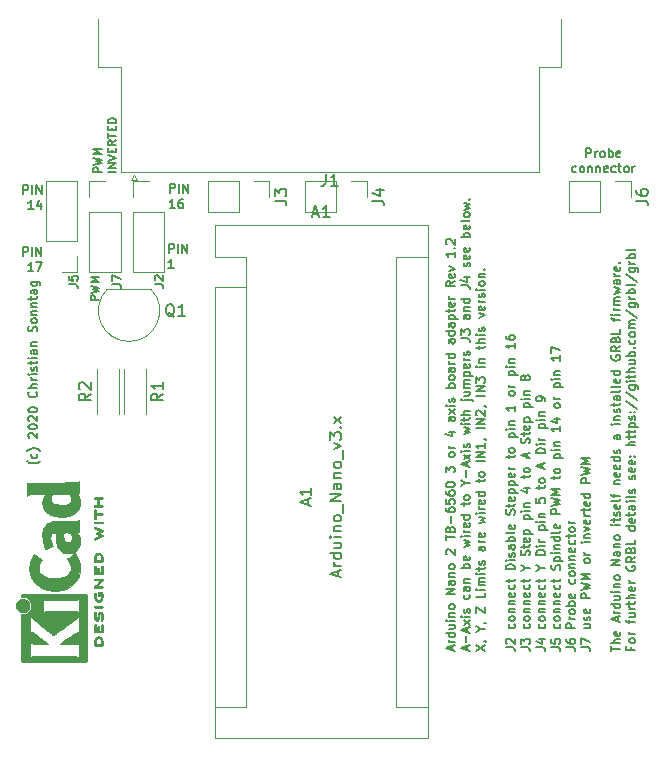
<source format=gbr>
%TF.GenerationSoftware,KiCad,Pcbnew,5.1.6-c6e7f7d~87~ubuntu20.04.1*%
%TF.CreationDate,2020-09-09T20:44:38+02:00*%
%TF.ProjectId,arduino-2-tb6560-4axis,61726475-696e-46f2-9d32-2d7462363536,rev?*%
%TF.SameCoordinates,Original*%
%TF.FileFunction,Legend,Top*%
%TF.FilePolarity,Positive*%
%FSLAX46Y46*%
G04 Gerber Fmt 4.6, Leading zero omitted, Abs format (unit mm)*
G04 Created by KiCad (PCBNEW 5.1.6-c6e7f7d~87~ubuntu20.04.1) date 2020-09-09 20:44:38*
%MOMM*%
%LPD*%
G01*
G04 APERTURE LIST*
%ADD10C,0.150000*%
%ADD11C,0.175000*%
%ADD12C,0.187500*%
%ADD13C,0.120000*%
%ADD14C,0.010000*%
G04 APERTURE END LIST*
D10*
X134860466Y-68448633D02*
X134160466Y-68448633D01*
X134160466Y-68181966D01*
X134193800Y-68115300D01*
X134227133Y-68081966D01*
X134293800Y-68048633D01*
X134393800Y-68048633D01*
X134460466Y-68081966D01*
X134493800Y-68115300D01*
X134527133Y-68181966D01*
X134527133Y-68448633D01*
X134160466Y-67815300D02*
X134860466Y-67648633D01*
X134360466Y-67515300D01*
X134860466Y-67381966D01*
X134160466Y-67215300D01*
X134860466Y-66948633D02*
X134160466Y-66948633D01*
X134660466Y-66715300D01*
X134160466Y-66481966D01*
X134860466Y-66481966D01*
D11*
X135086166Y-57606183D02*
X134386166Y-57606183D01*
X134386166Y-57339516D01*
X134419500Y-57272850D01*
X134452833Y-57239516D01*
X134519500Y-57206183D01*
X134619500Y-57206183D01*
X134686166Y-57239516D01*
X134719500Y-57272850D01*
X134752833Y-57339516D01*
X134752833Y-57606183D01*
X134386166Y-56972850D02*
X135086166Y-56806183D01*
X134586166Y-56672850D01*
X135086166Y-56539516D01*
X134386166Y-56372850D01*
X135086166Y-56106183D02*
X134386166Y-56106183D01*
X134886166Y-55872850D01*
X134386166Y-55639516D01*
X135086166Y-55639516D01*
X136311166Y-57606183D02*
X135611166Y-57606183D01*
X136311166Y-57272850D02*
X135611166Y-57272850D01*
X136311166Y-56872850D01*
X135611166Y-56872850D01*
X135611166Y-56639516D02*
X136311166Y-56406183D01*
X135611166Y-56172850D01*
X135944500Y-55939516D02*
X135944500Y-55706183D01*
X136311166Y-55606183D02*
X136311166Y-55939516D01*
X135611166Y-55939516D01*
X135611166Y-55606183D01*
X136311166Y-54906183D02*
X135977833Y-55139516D01*
X136311166Y-55306183D02*
X135611166Y-55306183D01*
X135611166Y-55039516D01*
X135644500Y-54972850D01*
X135677833Y-54939516D01*
X135744500Y-54906183D01*
X135844500Y-54906183D01*
X135911166Y-54939516D01*
X135944500Y-54972850D01*
X135977833Y-55039516D01*
X135977833Y-55306183D01*
X135611166Y-54706183D02*
X135611166Y-54306183D01*
X136311166Y-54506183D02*
X135611166Y-54506183D01*
X135944500Y-54072850D02*
X135944500Y-53839516D01*
X136311166Y-53739516D02*
X136311166Y-54072850D01*
X135611166Y-54072850D01*
X135611166Y-53739516D01*
X136311166Y-53439516D02*
X135611166Y-53439516D01*
X135611166Y-53272850D01*
X135644500Y-53172850D01*
X135711166Y-53106183D01*
X135777833Y-53072850D01*
X135911166Y-53039516D01*
X136011166Y-53039516D01*
X136144500Y-53072850D01*
X136211166Y-53106183D01*
X136277833Y-53172850D01*
X136311166Y-53272850D01*
X136311166Y-53439516D01*
D10*
X176117428Y-56343785D02*
X176117428Y-55593785D01*
X176403142Y-55593785D01*
X176474571Y-55629500D01*
X176510285Y-55665214D01*
X176546000Y-55736642D01*
X176546000Y-55843785D01*
X176510285Y-55915214D01*
X176474571Y-55950928D01*
X176403142Y-55986642D01*
X176117428Y-55986642D01*
X176867428Y-56343785D02*
X176867428Y-55843785D01*
X176867428Y-55986642D02*
X176903142Y-55915214D01*
X176938857Y-55879500D01*
X177010285Y-55843785D01*
X177081714Y-55843785D01*
X177438857Y-56343785D02*
X177367428Y-56308071D01*
X177331714Y-56272357D01*
X177296000Y-56200928D01*
X177296000Y-55986642D01*
X177331714Y-55915214D01*
X177367428Y-55879500D01*
X177438857Y-55843785D01*
X177546000Y-55843785D01*
X177617428Y-55879500D01*
X177653142Y-55915214D01*
X177688857Y-55986642D01*
X177688857Y-56200928D01*
X177653142Y-56272357D01*
X177617428Y-56308071D01*
X177546000Y-56343785D01*
X177438857Y-56343785D01*
X178010285Y-56343785D02*
X178010285Y-55593785D01*
X178010285Y-55879500D02*
X178081714Y-55843785D01*
X178224571Y-55843785D01*
X178296000Y-55879500D01*
X178331714Y-55915214D01*
X178367428Y-55986642D01*
X178367428Y-56200928D01*
X178331714Y-56272357D01*
X178296000Y-56308071D01*
X178224571Y-56343785D01*
X178081714Y-56343785D01*
X178010285Y-56308071D01*
X178974571Y-56308071D02*
X178903142Y-56343785D01*
X178760285Y-56343785D01*
X178688857Y-56308071D01*
X178653142Y-56236642D01*
X178653142Y-55950928D01*
X178688857Y-55879500D01*
X178760285Y-55843785D01*
X178903142Y-55843785D01*
X178974571Y-55879500D01*
X179010285Y-55950928D01*
X179010285Y-56022357D01*
X178653142Y-56093785D01*
X175278142Y-57583071D02*
X175206714Y-57618785D01*
X175063857Y-57618785D01*
X174992428Y-57583071D01*
X174956714Y-57547357D01*
X174921000Y-57475928D01*
X174921000Y-57261642D01*
X174956714Y-57190214D01*
X174992428Y-57154500D01*
X175063857Y-57118785D01*
X175206714Y-57118785D01*
X175278142Y-57154500D01*
X175706714Y-57618785D02*
X175635285Y-57583071D01*
X175599571Y-57547357D01*
X175563857Y-57475928D01*
X175563857Y-57261642D01*
X175599571Y-57190214D01*
X175635285Y-57154500D01*
X175706714Y-57118785D01*
X175813857Y-57118785D01*
X175885285Y-57154500D01*
X175921000Y-57190214D01*
X175956714Y-57261642D01*
X175956714Y-57475928D01*
X175921000Y-57547357D01*
X175885285Y-57583071D01*
X175813857Y-57618785D01*
X175706714Y-57618785D01*
X176278142Y-57118785D02*
X176278142Y-57618785D01*
X176278142Y-57190214D02*
X176313857Y-57154500D01*
X176385285Y-57118785D01*
X176492428Y-57118785D01*
X176563857Y-57154500D01*
X176599571Y-57225928D01*
X176599571Y-57618785D01*
X176956714Y-57118785D02*
X176956714Y-57618785D01*
X176956714Y-57190214D02*
X176992428Y-57154500D01*
X177063857Y-57118785D01*
X177171000Y-57118785D01*
X177242428Y-57154500D01*
X177278142Y-57225928D01*
X177278142Y-57618785D01*
X177921000Y-57583071D02*
X177849571Y-57618785D01*
X177706714Y-57618785D01*
X177635285Y-57583071D01*
X177599571Y-57511642D01*
X177599571Y-57225928D01*
X177635285Y-57154500D01*
X177706714Y-57118785D01*
X177849571Y-57118785D01*
X177921000Y-57154500D01*
X177956714Y-57225928D01*
X177956714Y-57297357D01*
X177599571Y-57368785D01*
X178599571Y-57583071D02*
X178528142Y-57618785D01*
X178385285Y-57618785D01*
X178313857Y-57583071D01*
X178278142Y-57547357D01*
X178242428Y-57475928D01*
X178242428Y-57261642D01*
X178278142Y-57190214D01*
X178313857Y-57154500D01*
X178385285Y-57118785D01*
X178528142Y-57118785D01*
X178599571Y-57154500D01*
X178813857Y-57118785D02*
X179099571Y-57118785D01*
X178921000Y-56868785D02*
X178921000Y-57511642D01*
X178956714Y-57583071D01*
X179028142Y-57618785D01*
X179099571Y-57618785D01*
X179456714Y-57618785D02*
X179385285Y-57583071D01*
X179349571Y-57547357D01*
X179313857Y-57475928D01*
X179313857Y-57261642D01*
X179349571Y-57190214D01*
X179385285Y-57154500D01*
X179456714Y-57118785D01*
X179563857Y-57118785D01*
X179635285Y-57154500D01*
X179671000Y-57190214D01*
X179706714Y-57261642D01*
X179706714Y-57475928D01*
X179671000Y-57547357D01*
X179635285Y-57583071D01*
X179563857Y-57618785D01*
X179456714Y-57618785D01*
X180028142Y-57618785D02*
X180028142Y-57118785D01*
X180028142Y-57261642D02*
X180063857Y-57190214D01*
X180099571Y-57154500D01*
X180171000Y-57118785D01*
X180242428Y-57118785D01*
D12*
X128440439Y-64694335D02*
X128440439Y-63944335D01*
X128726153Y-63944335D01*
X128797582Y-63980050D01*
X128833296Y-64015764D01*
X128869010Y-64087192D01*
X128869010Y-64194335D01*
X128833296Y-64265764D01*
X128797582Y-64301478D01*
X128726153Y-64337192D01*
X128440439Y-64337192D01*
X129190439Y-64694335D02*
X129190439Y-63944335D01*
X129547582Y-64694335D02*
X129547582Y-63944335D01*
X129976153Y-64694335D01*
X129976153Y-63944335D01*
X129297582Y-66006835D02*
X128869010Y-66006835D01*
X129083296Y-66006835D02*
X129083296Y-65256835D01*
X129011867Y-65363978D01*
X128940439Y-65435407D01*
X128869010Y-65471121D01*
X129547582Y-65256835D02*
X130047582Y-65256835D01*
X129726153Y-66006835D01*
X128465839Y-59436535D02*
X128465839Y-58686535D01*
X128751553Y-58686535D01*
X128822982Y-58722250D01*
X128858696Y-58757964D01*
X128894410Y-58829392D01*
X128894410Y-58936535D01*
X128858696Y-59007964D01*
X128822982Y-59043678D01*
X128751553Y-59079392D01*
X128465839Y-59079392D01*
X129215839Y-59436535D02*
X129215839Y-58686535D01*
X129572982Y-59436535D02*
X129572982Y-58686535D01*
X130001553Y-59436535D01*
X130001553Y-58686535D01*
X129322982Y-60749035D02*
X128894410Y-60749035D01*
X129108696Y-60749035D02*
X129108696Y-59999035D01*
X129037267Y-60106178D01*
X128965839Y-60177607D01*
X128894410Y-60213321D01*
X129965839Y-60249035D02*
X129965839Y-60749035D01*
X129787267Y-59963321D02*
X129608696Y-60499035D01*
X130072982Y-60499035D01*
X140902146Y-59334935D02*
X140902146Y-58584935D01*
X141187860Y-58584935D01*
X141259289Y-58620650D01*
X141295003Y-58656364D01*
X141330717Y-58727792D01*
X141330717Y-58834935D01*
X141295003Y-58906364D01*
X141259289Y-58942078D01*
X141187860Y-58977792D01*
X140902146Y-58977792D01*
X141652146Y-59334935D02*
X141652146Y-58584935D01*
X142009289Y-59334935D02*
X142009289Y-58584935D01*
X142437860Y-59334935D01*
X142437860Y-58584935D01*
X141295003Y-60647435D02*
X140866432Y-60647435D01*
X141080717Y-60647435D02*
X141080717Y-59897435D01*
X141009289Y-60004578D01*
X140937860Y-60076007D01*
X140866432Y-60111721D01*
X141937860Y-59897435D02*
X141795003Y-59897435D01*
X141723575Y-59933150D01*
X141687860Y-59968864D01*
X141616432Y-60076007D01*
X141580717Y-60218864D01*
X141580717Y-60504578D01*
X141616432Y-60576007D01*
X141652146Y-60611721D01*
X141723575Y-60647435D01*
X141866432Y-60647435D01*
X141937860Y-60611721D01*
X141973575Y-60576007D01*
X142009289Y-60504578D01*
X142009289Y-60326007D01*
X141973575Y-60254578D01*
X141937860Y-60218864D01*
X141866432Y-60183150D01*
X141723575Y-60183150D01*
X141652146Y-60218864D01*
X141616432Y-60254578D01*
X141580717Y-60326007D01*
X140787846Y-64440335D02*
X140787846Y-63690335D01*
X141073560Y-63690335D01*
X141144989Y-63726050D01*
X141180703Y-63761764D01*
X141216417Y-63833192D01*
X141216417Y-63940335D01*
X141180703Y-64011764D01*
X141144989Y-64047478D01*
X141073560Y-64083192D01*
X140787846Y-64083192D01*
X141537846Y-64440335D02*
X141537846Y-63690335D01*
X141894989Y-64440335D02*
X141894989Y-63690335D01*
X142323560Y-64440335D01*
X142323560Y-63690335D01*
X141180703Y-65752835D02*
X140752132Y-65752835D01*
X140966417Y-65752835D02*
X140966417Y-65002835D01*
X140894989Y-65109978D01*
X140823560Y-65181407D01*
X140752132Y-65217121D01*
D10*
X129911000Y-82059642D02*
X129875285Y-82095357D01*
X129768142Y-82166785D01*
X129696714Y-82202500D01*
X129589571Y-82238214D01*
X129411000Y-82273928D01*
X129268142Y-82273928D01*
X129089571Y-82238214D01*
X128982428Y-82202500D01*
X128911000Y-82166785D01*
X128803857Y-82095357D01*
X128768142Y-82059642D01*
X129589571Y-81452500D02*
X129625285Y-81523928D01*
X129625285Y-81666785D01*
X129589571Y-81738214D01*
X129553857Y-81773928D01*
X129482428Y-81809642D01*
X129268142Y-81809642D01*
X129196714Y-81773928D01*
X129161000Y-81738214D01*
X129125285Y-81666785D01*
X129125285Y-81523928D01*
X129161000Y-81452500D01*
X129911000Y-81202500D02*
X129875285Y-81166785D01*
X129768142Y-81095357D01*
X129696714Y-81059642D01*
X129589571Y-81023928D01*
X129411000Y-80988214D01*
X129268142Y-80988214D01*
X129089571Y-81023928D01*
X128982428Y-81059642D01*
X128911000Y-81095357D01*
X128803857Y-81166785D01*
X128768142Y-81202500D01*
X128946714Y-80095357D02*
X128911000Y-80059642D01*
X128875285Y-79988214D01*
X128875285Y-79809642D01*
X128911000Y-79738214D01*
X128946714Y-79702500D01*
X129018142Y-79666785D01*
X129089571Y-79666785D01*
X129196714Y-79702500D01*
X129625285Y-80131071D01*
X129625285Y-79666785D01*
X128875285Y-79202500D02*
X128875285Y-79131071D01*
X128911000Y-79059642D01*
X128946714Y-79023928D01*
X129018142Y-78988214D01*
X129161000Y-78952500D01*
X129339571Y-78952500D01*
X129482428Y-78988214D01*
X129553857Y-79023928D01*
X129589571Y-79059642D01*
X129625285Y-79131071D01*
X129625285Y-79202500D01*
X129589571Y-79273928D01*
X129553857Y-79309642D01*
X129482428Y-79345357D01*
X129339571Y-79381071D01*
X129161000Y-79381071D01*
X129018142Y-79345357D01*
X128946714Y-79309642D01*
X128911000Y-79273928D01*
X128875285Y-79202500D01*
X128946714Y-78666785D02*
X128911000Y-78631071D01*
X128875285Y-78559642D01*
X128875285Y-78381071D01*
X128911000Y-78309642D01*
X128946714Y-78273928D01*
X129018142Y-78238214D01*
X129089571Y-78238214D01*
X129196714Y-78273928D01*
X129625285Y-78702500D01*
X129625285Y-78238214D01*
X128875285Y-77773928D02*
X128875285Y-77702500D01*
X128911000Y-77631071D01*
X128946714Y-77595357D01*
X129018142Y-77559642D01*
X129161000Y-77523928D01*
X129339571Y-77523928D01*
X129482428Y-77559642D01*
X129553857Y-77595357D01*
X129589571Y-77631071D01*
X129625285Y-77702500D01*
X129625285Y-77773928D01*
X129589571Y-77845357D01*
X129553857Y-77881071D01*
X129482428Y-77916785D01*
X129339571Y-77952500D01*
X129161000Y-77952500D01*
X129018142Y-77916785D01*
X128946714Y-77881071D01*
X128911000Y-77845357D01*
X128875285Y-77773928D01*
X129553857Y-76202500D02*
X129589571Y-76238214D01*
X129625285Y-76345357D01*
X129625285Y-76416785D01*
X129589571Y-76523928D01*
X129518142Y-76595357D01*
X129446714Y-76631071D01*
X129303857Y-76666785D01*
X129196714Y-76666785D01*
X129053857Y-76631071D01*
X128982428Y-76595357D01*
X128911000Y-76523928D01*
X128875285Y-76416785D01*
X128875285Y-76345357D01*
X128911000Y-76238214D01*
X128946714Y-76202500D01*
X129625285Y-75881071D02*
X128875285Y-75881071D01*
X129625285Y-75559642D02*
X129232428Y-75559642D01*
X129161000Y-75595357D01*
X129125285Y-75666785D01*
X129125285Y-75773928D01*
X129161000Y-75845357D01*
X129196714Y-75881071D01*
X129625285Y-75202500D02*
X129125285Y-75202500D01*
X129268142Y-75202500D02*
X129196714Y-75166785D01*
X129161000Y-75131071D01*
X129125285Y-75059642D01*
X129125285Y-74988214D01*
X129625285Y-74738214D02*
X129125285Y-74738214D01*
X128875285Y-74738214D02*
X128911000Y-74773928D01*
X128946714Y-74738214D01*
X128911000Y-74702500D01*
X128875285Y-74738214D01*
X128946714Y-74738214D01*
X129589571Y-74416785D02*
X129625285Y-74345357D01*
X129625285Y-74202500D01*
X129589571Y-74131071D01*
X129518142Y-74095357D01*
X129482428Y-74095357D01*
X129411000Y-74131071D01*
X129375285Y-74202500D01*
X129375285Y-74309642D01*
X129339571Y-74381071D01*
X129268142Y-74416785D01*
X129232428Y-74416785D01*
X129161000Y-74381071D01*
X129125285Y-74309642D01*
X129125285Y-74202500D01*
X129161000Y-74131071D01*
X129125285Y-73881071D02*
X129125285Y-73595357D01*
X128875285Y-73773928D02*
X129518142Y-73773928D01*
X129589571Y-73738214D01*
X129625285Y-73666785D01*
X129625285Y-73595357D01*
X129625285Y-73345357D02*
X129125285Y-73345357D01*
X128875285Y-73345357D02*
X128911000Y-73381071D01*
X128946714Y-73345357D01*
X128911000Y-73309642D01*
X128875285Y-73345357D01*
X128946714Y-73345357D01*
X129625285Y-72666785D02*
X129232428Y-72666785D01*
X129161000Y-72702500D01*
X129125285Y-72773928D01*
X129125285Y-72916785D01*
X129161000Y-72988214D01*
X129589571Y-72666785D02*
X129625285Y-72738214D01*
X129625285Y-72916785D01*
X129589571Y-72988214D01*
X129518142Y-73023928D01*
X129446714Y-73023928D01*
X129375285Y-72988214D01*
X129339571Y-72916785D01*
X129339571Y-72738214D01*
X129303857Y-72666785D01*
X129125285Y-72309642D02*
X129625285Y-72309642D01*
X129196714Y-72309642D02*
X129161000Y-72273928D01*
X129125285Y-72202500D01*
X129125285Y-72095357D01*
X129161000Y-72023928D01*
X129232428Y-71988214D01*
X129625285Y-71988214D01*
X129589571Y-71095357D02*
X129625285Y-70988214D01*
X129625285Y-70809642D01*
X129589571Y-70738214D01*
X129553857Y-70702500D01*
X129482428Y-70666785D01*
X129411000Y-70666785D01*
X129339571Y-70702500D01*
X129303857Y-70738214D01*
X129268142Y-70809642D01*
X129232428Y-70952500D01*
X129196714Y-71023928D01*
X129161000Y-71059642D01*
X129089571Y-71095357D01*
X129018142Y-71095357D01*
X128946714Y-71059642D01*
X128911000Y-71023928D01*
X128875285Y-70952500D01*
X128875285Y-70773928D01*
X128911000Y-70666785D01*
X129625285Y-70238214D02*
X129589571Y-70309642D01*
X129553857Y-70345357D01*
X129482428Y-70381071D01*
X129268142Y-70381071D01*
X129196714Y-70345357D01*
X129161000Y-70309642D01*
X129125285Y-70238214D01*
X129125285Y-70131071D01*
X129161000Y-70059642D01*
X129196714Y-70023928D01*
X129268142Y-69988214D01*
X129482428Y-69988214D01*
X129553857Y-70023928D01*
X129589571Y-70059642D01*
X129625285Y-70131071D01*
X129625285Y-70238214D01*
X129125285Y-69666785D02*
X129625285Y-69666785D01*
X129196714Y-69666785D02*
X129161000Y-69631071D01*
X129125285Y-69559642D01*
X129125285Y-69452500D01*
X129161000Y-69381071D01*
X129232428Y-69345357D01*
X129625285Y-69345357D01*
X129125285Y-68988214D02*
X129625285Y-68988214D01*
X129196714Y-68988214D02*
X129161000Y-68952500D01*
X129125285Y-68881071D01*
X129125285Y-68773928D01*
X129161000Y-68702500D01*
X129232428Y-68666785D01*
X129625285Y-68666785D01*
X129125285Y-68416785D02*
X129125285Y-68131071D01*
X128875285Y-68309642D02*
X129518142Y-68309642D01*
X129589571Y-68273928D01*
X129625285Y-68202500D01*
X129625285Y-68131071D01*
X129625285Y-67559642D02*
X129232428Y-67559642D01*
X129161000Y-67595357D01*
X129125285Y-67666785D01*
X129125285Y-67809642D01*
X129161000Y-67881071D01*
X129589571Y-67559642D02*
X129625285Y-67631071D01*
X129625285Y-67809642D01*
X129589571Y-67881071D01*
X129518142Y-67916785D01*
X129446714Y-67916785D01*
X129375285Y-67881071D01*
X129339571Y-67809642D01*
X129339571Y-67631071D01*
X129303857Y-67559642D01*
X129125285Y-66881071D02*
X129732428Y-66881071D01*
X129803857Y-66916785D01*
X129839571Y-66952500D01*
X129875285Y-67023928D01*
X129875285Y-67131071D01*
X129839571Y-67202500D01*
X129589571Y-66881071D02*
X129625285Y-66952500D01*
X129625285Y-67095357D01*
X129589571Y-67166785D01*
X129553857Y-67202500D01*
X129482428Y-67238214D01*
X129268142Y-67238214D01*
X129196714Y-67202500D01*
X129161000Y-67166785D01*
X129125285Y-67095357D01*
X129125285Y-66952500D01*
X129161000Y-66881071D01*
X164763200Y-98095742D02*
X164763200Y-97738600D01*
X164977485Y-98167171D02*
X164227485Y-97917171D01*
X164977485Y-97667171D01*
X164977485Y-97417171D02*
X164477485Y-97417171D01*
X164620342Y-97417171D02*
X164548914Y-97381457D01*
X164513200Y-97345742D01*
X164477485Y-97274314D01*
X164477485Y-97202885D01*
X164977485Y-96631457D02*
X164227485Y-96631457D01*
X164941771Y-96631457D02*
X164977485Y-96702885D01*
X164977485Y-96845742D01*
X164941771Y-96917171D01*
X164906057Y-96952885D01*
X164834628Y-96988600D01*
X164620342Y-96988600D01*
X164548914Y-96952885D01*
X164513200Y-96917171D01*
X164477485Y-96845742D01*
X164477485Y-96702885D01*
X164513200Y-96631457D01*
X164477485Y-95952885D02*
X164977485Y-95952885D01*
X164477485Y-96274314D02*
X164870342Y-96274314D01*
X164941771Y-96238600D01*
X164977485Y-96167171D01*
X164977485Y-96060028D01*
X164941771Y-95988600D01*
X164906057Y-95952885D01*
X164977485Y-95595742D02*
X164477485Y-95595742D01*
X164227485Y-95595742D02*
X164263200Y-95631457D01*
X164298914Y-95595742D01*
X164263200Y-95560028D01*
X164227485Y-95595742D01*
X164298914Y-95595742D01*
X164477485Y-95238600D02*
X164977485Y-95238600D01*
X164548914Y-95238600D02*
X164513200Y-95202885D01*
X164477485Y-95131457D01*
X164477485Y-95024314D01*
X164513200Y-94952885D01*
X164584628Y-94917171D01*
X164977485Y-94917171D01*
X164977485Y-94452885D02*
X164941771Y-94524314D01*
X164906057Y-94560028D01*
X164834628Y-94595742D01*
X164620342Y-94595742D01*
X164548914Y-94560028D01*
X164513200Y-94524314D01*
X164477485Y-94452885D01*
X164477485Y-94345742D01*
X164513200Y-94274314D01*
X164548914Y-94238600D01*
X164620342Y-94202885D01*
X164834628Y-94202885D01*
X164906057Y-94238600D01*
X164941771Y-94274314D01*
X164977485Y-94345742D01*
X164977485Y-94452885D01*
X164977485Y-93310028D02*
X164227485Y-93310028D01*
X164977485Y-92881457D01*
X164227485Y-92881457D01*
X164977485Y-92202885D02*
X164584628Y-92202885D01*
X164513200Y-92238600D01*
X164477485Y-92310028D01*
X164477485Y-92452885D01*
X164513200Y-92524314D01*
X164941771Y-92202885D02*
X164977485Y-92274314D01*
X164977485Y-92452885D01*
X164941771Y-92524314D01*
X164870342Y-92560028D01*
X164798914Y-92560028D01*
X164727485Y-92524314D01*
X164691771Y-92452885D01*
X164691771Y-92274314D01*
X164656057Y-92202885D01*
X164477485Y-91845742D02*
X164977485Y-91845742D01*
X164548914Y-91845742D02*
X164513200Y-91810028D01*
X164477485Y-91738600D01*
X164477485Y-91631457D01*
X164513200Y-91560028D01*
X164584628Y-91524314D01*
X164977485Y-91524314D01*
X164977485Y-91060028D02*
X164941771Y-91131457D01*
X164906057Y-91167171D01*
X164834628Y-91202885D01*
X164620342Y-91202885D01*
X164548914Y-91167171D01*
X164513200Y-91131457D01*
X164477485Y-91060028D01*
X164477485Y-90952885D01*
X164513200Y-90881457D01*
X164548914Y-90845742D01*
X164620342Y-90810028D01*
X164834628Y-90810028D01*
X164906057Y-90845742D01*
X164941771Y-90881457D01*
X164977485Y-90952885D01*
X164977485Y-91060028D01*
X164298914Y-89952885D02*
X164263200Y-89917171D01*
X164227485Y-89845742D01*
X164227485Y-89667171D01*
X164263200Y-89595742D01*
X164298914Y-89560028D01*
X164370342Y-89524314D01*
X164441771Y-89524314D01*
X164548914Y-89560028D01*
X164977485Y-89988600D01*
X164977485Y-89524314D01*
X164227485Y-88738600D02*
X164227485Y-88310028D01*
X164977485Y-88524314D02*
X164227485Y-88524314D01*
X164584628Y-87810028D02*
X164620342Y-87702885D01*
X164656057Y-87667171D01*
X164727485Y-87631457D01*
X164834628Y-87631457D01*
X164906057Y-87667171D01*
X164941771Y-87702885D01*
X164977485Y-87774314D01*
X164977485Y-88060028D01*
X164227485Y-88060028D01*
X164227485Y-87810028D01*
X164263200Y-87738600D01*
X164298914Y-87702885D01*
X164370342Y-87667171D01*
X164441771Y-87667171D01*
X164513200Y-87702885D01*
X164548914Y-87738600D01*
X164584628Y-87810028D01*
X164584628Y-88060028D01*
X164691771Y-87310028D02*
X164691771Y-86738600D01*
X164227485Y-86060028D02*
X164227485Y-86202885D01*
X164263200Y-86274314D01*
X164298914Y-86310028D01*
X164406057Y-86381457D01*
X164548914Y-86417171D01*
X164834628Y-86417171D01*
X164906057Y-86381457D01*
X164941771Y-86345742D01*
X164977485Y-86274314D01*
X164977485Y-86131457D01*
X164941771Y-86060028D01*
X164906057Y-86024314D01*
X164834628Y-85988600D01*
X164656057Y-85988600D01*
X164584628Y-86024314D01*
X164548914Y-86060028D01*
X164513200Y-86131457D01*
X164513200Y-86274314D01*
X164548914Y-86345742D01*
X164584628Y-86381457D01*
X164656057Y-86417171D01*
X164227485Y-85310028D02*
X164227485Y-85667171D01*
X164584628Y-85702885D01*
X164548914Y-85667171D01*
X164513200Y-85595742D01*
X164513200Y-85417171D01*
X164548914Y-85345742D01*
X164584628Y-85310028D01*
X164656057Y-85274314D01*
X164834628Y-85274314D01*
X164906057Y-85310028D01*
X164941771Y-85345742D01*
X164977485Y-85417171D01*
X164977485Y-85595742D01*
X164941771Y-85667171D01*
X164906057Y-85702885D01*
X164227485Y-84631457D02*
X164227485Y-84774314D01*
X164263200Y-84845742D01*
X164298914Y-84881457D01*
X164406057Y-84952885D01*
X164548914Y-84988600D01*
X164834628Y-84988600D01*
X164906057Y-84952885D01*
X164941771Y-84917171D01*
X164977485Y-84845742D01*
X164977485Y-84702885D01*
X164941771Y-84631457D01*
X164906057Y-84595742D01*
X164834628Y-84560028D01*
X164656057Y-84560028D01*
X164584628Y-84595742D01*
X164548914Y-84631457D01*
X164513200Y-84702885D01*
X164513200Y-84845742D01*
X164548914Y-84917171D01*
X164584628Y-84952885D01*
X164656057Y-84988600D01*
X164227485Y-84095742D02*
X164227485Y-84024314D01*
X164263200Y-83952885D01*
X164298914Y-83917171D01*
X164370342Y-83881457D01*
X164513200Y-83845742D01*
X164691771Y-83845742D01*
X164834628Y-83881457D01*
X164906057Y-83917171D01*
X164941771Y-83952885D01*
X164977485Y-84024314D01*
X164977485Y-84095742D01*
X164941771Y-84167171D01*
X164906057Y-84202885D01*
X164834628Y-84238600D01*
X164691771Y-84274314D01*
X164513200Y-84274314D01*
X164370342Y-84238600D01*
X164298914Y-84202885D01*
X164263200Y-84167171D01*
X164227485Y-84095742D01*
X164227485Y-83024314D02*
X164227485Y-82560028D01*
X164513200Y-82810028D01*
X164513200Y-82702885D01*
X164548914Y-82631457D01*
X164584628Y-82595742D01*
X164656057Y-82560028D01*
X164834628Y-82560028D01*
X164906057Y-82595742D01*
X164941771Y-82631457D01*
X164977485Y-82702885D01*
X164977485Y-82917171D01*
X164941771Y-82988600D01*
X164906057Y-83024314D01*
X164977485Y-81560028D02*
X164941771Y-81631457D01*
X164906057Y-81667171D01*
X164834628Y-81702885D01*
X164620342Y-81702885D01*
X164548914Y-81667171D01*
X164513200Y-81631457D01*
X164477485Y-81560028D01*
X164477485Y-81452885D01*
X164513200Y-81381457D01*
X164548914Y-81345742D01*
X164620342Y-81310028D01*
X164834628Y-81310028D01*
X164906057Y-81345742D01*
X164941771Y-81381457D01*
X164977485Y-81452885D01*
X164977485Y-81560028D01*
X164977485Y-80988600D02*
X164477485Y-80988600D01*
X164620342Y-80988600D02*
X164548914Y-80952885D01*
X164513200Y-80917171D01*
X164477485Y-80845742D01*
X164477485Y-80774314D01*
X164477485Y-79631457D02*
X164977485Y-79631457D01*
X164191771Y-79810028D02*
X164727485Y-79988600D01*
X164727485Y-79524314D01*
X164977485Y-78345742D02*
X164584628Y-78345742D01*
X164513200Y-78381457D01*
X164477485Y-78452885D01*
X164477485Y-78595742D01*
X164513200Y-78667171D01*
X164941771Y-78345742D02*
X164977485Y-78417171D01*
X164977485Y-78595742D01*
X164941771Y-78667171D01*
X164870342Y-78702885D01*
X164798914Y-78702885D01*
X164727485Y-78667171D01*
X164691771Y-78595742D01*
X164691771Y-78417171D01*
X164656057Y-78345742D01*
X164977485Y-78060028D02*
X164477485Y-77667171D01*
X164477485Y-78060028D02*
X164977485Y-77667171D01*
X164977485Y-77381457D02*
X164477485Y-77381457D01*
X164227485Y-77381457D02*
X164263200Y-77417171D01*
X164298914Y-77381457D01*
X164263200Y-77345742D01*
X164227485Y-77381457D01*
X164298914Y-77381457D01*
X164941771Y-77060028D02*
X164977485Y-76988600D01*
X164977485Y-76845742D01*
X164941771Y-76774314D01*
X164870342Y-76738600D01*
X164834628Y-76738600D01*
X164763200Y-76774314D01*
X164727485Y-76845742D01*
X164727485Y-76952885D01*
X164691771Y-77024314D01*
X164620342Y-77060028D01*
X164584628Y-77060028D01*
X164513200Y-77024314D01*
X164477485Y-76952885D01*
X164477485Y-76845742D01*
X164513200Y-76774314D01*
X164977485Y-75845742D02*
X164227485Y-75845742D01*
X164513200Y-75845742D02*
X164477485Y-75774314D01*
X164477485Y-75631457D01*
X164513200Y-75560028D01*
X164548914Y-75524314D01*
X164620342Y-75488600D01*
X164834628Y-75488600D01*
X164906057Y-75524314D01*
X164941771Y-75560028D01*
X164977485Y-75631457D01*
X164977485Y-75774314D01*
X164941771Y-75845742D01*
X164977485Y-75060028D02*
X164941771Y-75131457D01*
X164906057Y-75167171D01*
X164834628Y-75202885D01*
X164620342Y-75202885D01*
X164548914Y-75167171D01*
X164513200Y-75131457D01*
X164477485Y-75060028D01*
X164477485Y-74952885D01*
X164513200Y-74881457D01*
X164548914Y-74845742D01*
X164620342Y-74810028D01*
X164834628Y-74810028D01*
X164906057Y-74845742D01*
X164941771Y-74881457D01*
X164977485Y-74952885D01*
X164977485Y-75060028D01*
X164977485Y-74167171D02*
X164584628Y-74167171D01*
X164513200Y-74202885D01*
X164477485Y-74274314D01*
X164477485Y-74417171D01*
X164513200Y-74488600D01*
X164941771Y-74167171D02*
X164977485Y-74238600D01*
X164977485Y-74417171D01*
X164941771Y-74488600D01*
X164870342Y-74524314D01*
X164798914Y-74524314D01*
X164727485Y-74488600D01*
X164691771Y-74417171D01*
X164691771Y-74238600D01*
X164656057Y-74167171D01*
X164977485Y-73810028D02*
X164477485Y-73810028D01*
X164620342Y-73810028D02*
X164548914Y-73774314D01*
X164513200Y-73738600D01*
X164477485Y-73667171D01*
X164477485Y-73595742D01*
X164977485Y-73024314D02*
X164227485Y-73024314D01*
X164941771Y-73024314D02*
X164977485Y-73095742D01*
X164977485Y-73238600D01*
X164941771Y-73310028D01*
X164906057Y-73345742D01*
X164834628Y-73381457D01*
X164620342Y-73381457D01*
X164548914Y-73345742D01*
X164513200Y-73310028D01*
X164477485Y-73238600D01*
X164477485Y-73095742D01*
X164513200Y-73024314D01*
X164977485Y-71774314D02*
X164584628Y-71774314D01*
X164513200Y-71810028D01*
X164477485Y-71881457D01*
X164477485Y-72024314D01*
X164513200Y-72095742D01*
X164941771Y-71774314D02*
X164977485Y-71845742D01*
X164977485Y-72024314D01*
X164941771Y-72095742D01*
X164870342Y-72131457D01*
X164798914Y-72131457D01*
X164727485Y-72095742D01*
X164691771Y-72024314D01*
X164691771Y-71845742D01*
X164656057Y-71774314D01*
X164977485Y-71095742D02*
X164227485Y-71095742D01*
X164941771Y-71095742D02*
X164977485Y-71167171D01*
X164977485Y-71310028D01*
X164941771Y-71381457D01*
X164906057Y-71417171D01*
X164834628Y-71452885D01*
X164620342Y-71452885D01*
X164548914Y-71417171D01*
X164513200Y-71381457D01*
X164477485Y-71310028D01*
X164477485Y-71167171D01*
X164513200Y-71095742D01*
X164977485Y-70417171D02*
X164584628Y-70417171D01*
X164513200Y-70452885D01*
X164477485Y-70524314D01*
X164477485Y-70667171D01*
X164513200Y-70738600D01*
X164941771Y-70417171D02*
X164977485Y-70488600D01*
X164977485Y-70667171D01*
X164941771Y-70738600D01*
X164870342Y-70774314D01*
X164798914Y-70774314D01*
X164727485Y-70738600D01*
X164691771Y-70667171D01*
X164691771Y-70488600D01*
X164656057Y-70417171D01*
X164477485Y-70060028D02*
X165227485Y-70060028D01*
X164513200Y-70060028D02*
X164477485Y-69988600D01*
X164477485Y-69845742D01*
X164513200Y-69774314D01*
X164548914Y-69738600D01*
X164620342Y-69702885D01*
X164834628Y-69702885D01*
X164906057Y-69738600D01*
X164941771Y-69774314D01*
X164977485Y-69845742D01*
X164977485Y-69988600D01*
X164941771Y-70060028D01*
X164477485Y-69488600D02*
X164477485Y-69202885D01*
X164227485Y-69381457D02*
X164870342Y-69381457D01*
X164941771Y-69345742D01*
X164977485Y-69274314D01*
X164977485Y-69202885D01*
X164941771Y-68667171D02*
X164977485Y-68738600D01*
X164977485Y-68881457D01*
X164941771Y-68952885D01*
X164870342Y-68988600D01*
X164584628Y-68988600D01*
X164513200Y-68952885D01*
X164477485Y-68881457D01*
X164477485Y-68738600D01*
X164513200Y-68667171D01*
X164584628Y-68631457D01*
X164656057Y-68631457D01*
X164727485Y-68988600D01*
X164977485Y-68310028D02*
X164477485Y-68310028D01*
X164620342Y-68310028D02*
X164548914Y-68274314D01*
X164513200Y-68238600D01*
X164477485Y-68167171D01*
X164477485Y-68095742D01*
X164977485Y-66845742D02*
X164620342Y-67095742D01*
X164977485Y-67274314D02*
X164227485Y-67274314D01*
X164227485Y-66988600D01*
X164263200Y-66917171D01*
X164298914Y-66881457D01*
X164370342Y-66845742D01*
X164477485Y-66845742D01*
X164548914Y-66881457D01*
X164584628Y-66917171D01*
X164620342Y-66988600D01*
X164620342Y-67274314D01*
X164941771Y-66238600D02*
X164977485Y-66310028D01*
X164977485Y-66452885D01*
X164941771Y-66524314D01*
X164870342Y-66560028D01*
X164584628Y-66560028D01*
X164513200Y-66524314D01*
X164477485Y-66452885D01*
X164477485Y-66310028D01*
X164513200Y-66238600D01*
X164584628Y-66202885D01*
X164656057Y-66202885D01*
X164727485Y-66560028D01*
X164477485Y-65952885D02*
X164977485Y-65774314D01*
X164477485Y-65595742D01*
X164977485Y-64345742D02*
X164977485Y-64774314D01*
X164977485Y-64560028D02*
X164227485Y-64560028D01*
X164334628Y-64631457D01*
X164406057Y-64702885D01*
X164441771Y-64774314D01*
X164906057Y-64024314D02*
X164941771Y-63988600D01*
X164977485Y-64024314D01*
X164941771Y-64060028D01*
X164906057Y-64024314D01*
X164977485Y-64024314D01*
X164298914Y-63702885D02*
X164263200Y-63667171D01*
X164227485Y-63595742D01*
X164227485Y-63417171D01*
X164263200Y-63345742D01*
X164298914Y-63310028D01*
X164370342Y-63274314D01*
X164441771Y-63274314D01*
X164548914Y-63310028D01*
X164977485Y-63738600D01*
X164977485Y-63274314D01*
X166038200Y-98095742D02*
X166038200Y-97738600D01*
X166252485Y-98167171D02*
X165502485Y-97917171D01*
X166252485Y-97667171D01*
X165966771Y-97417171D02*
X165966771Y-96845742D01*
X166038200Y-96524314D02*
X166038200Y-96167171D01*
X166252485Y-96595742D02*
X165502485Y-96345742D01*
X166252485Y-96095742D01*
X166252485Y-95917171D02*
X165752485Y-95524314D01*
X165752485Y-95917171D02*
X166252485Y-95524314D01*
X166252485Y-95238600D02*
X165752485Y-95238600D01*
X165502485Y-95238600D02*
X165538200Y-95274314D01*
X165573914Y-95238600D01*
X165538200Y-95202885D01*
X165502485Y-95238600D01*
X165573914Y-95238600D01*
X166216771Y-94917171D02*
X166252485Y-94845742D01*
X166252485Y-94702885D01*
X166216771Y-94631457D01*
X166145342Y-94595742D01*
X166109628Y-94595742D01*
X166038200Y-94631457D01*
X166002485Y-94702885D01*
X166002485Y-94810028D01*
X165966771Y-94881457D01*
X165895342Y-94917171D01*
X165859628Y-94917171D01*
X165788200Y-94881457D01*
X165752485Y-94810028D01*
X165752485Y-94702885D01*
X165788200Y-94631457D01*
X166216771Y-93381457D02*
X166252485Y-93452885D01*
X166252485Y-93595742D01*
X166216771Y-93667171D01*
X166181057Y-93702885D01*
X166109628Y-93738600D01*
X165895342Y-93738600D01*
X165823914Y-93702885D01*
X165788200Y-93667171D01*
X165752485Y-93595742D01*
X165752485Y-93452885D01*
X165788200Y-93381457D01*
X166252485Y-92738600D02*
X165859628Y-92738600D01*
X165788200Y-92774314D01*
X165752485Y-92845742D01*
X165752485Y-92988600D01*
X165788200Y-93060028D01*
X166216771Y-92738600D02*
X166252485Y-92810028D01*
X166252485Y-92988600D01*
X166216771Y-93060028D01*
X166145342Y-93095742D01*
X166073914Y-93095742D01*
X166002485Y-93060028D01*
X165966771Y-92988600D01*
X165966771Y-92810028D01*
X165931057Y-92738600D01*
X165752485Y-92381457D02*
X166252485Y-92381457D01*
X165823914Y-92381457D02*
X165788200Y-92345742D01*
X165752485Y-92274314D01*
X165752485Y-92167171D01*
X165788200Y-92095742D01*
X165859628Y-92060028D01*
X166252485Y-92060028D01*
X166252485Y-91131457D02*
X165502485Y-91131457D01*
X165788200Y-91131457D02*
X165752485Y-91060028D01*
X165752485Y-90917171D01*
X165788200Y-90845742D01*
X165823914Y-90810028D01*
X165895342Y-90774314D01*
X166109628Y-90774314D01*
X166181057Y-90810028D01*
X166216771Y-90845742D01*
X166252485Y-90917171D01*
X166252485Y-91060028D01*
X166216771Y-91131457D01*
X166216771Y-90167171D02*
X166252485Y-90238600D01*
X166252485Y-90381457D01*
X166216771Y-90452885D01*
X166145342Y-90488600D01*
X165859628Y-90488600D01*
X165788200Y-90452885D01*
X165752485Y-90381457D01*
X165752485Y-90238600D01*
X165788200Y-90167171D01*
X165859628Y-90131457D01*
X165931057Y-90131457D01*
X166002485Y-90488600D01*
X165752485Y-89310028D02*
X166252485Y-89167171D01*
X165895342Y-89024314D01*
X166252485Y-88881457D01*
X165752485Y-88738600D01*
X166252485Y-88452885D02*
X165752485Y-88452885D01*
X165502485Y-88452885D02*
X165538200Y-88488600D01*
X165573914Y-88452885D01*
X165538200Y-88417171D01*
X165502485Y-88452885D01*
X165573914Y-88452885D01*
X166252485Y-88095742D02*
X165752485Y-88095742D01*
X165895342Y-88095742D02*
X165823914Y-88060028D01*
X165788200Y-88024314D01*
X165752485Y-87952885D01*
X165752485Y-87881457D01*
X166216771Y-87345742D02*
X166252485Y-87417171D01*
X166252485Y-87560028D01*
X166216771Y-87631457D01*
X166145342Y-87667171D01*
X165859628Y-87667171D01*
X165788200Y-87631457D01*
X165752485Y-87560028D01*
X165752485Y-87417171D01*
X165788200Y-87345742D01*
X165859628Y-87310028D01*
X165931057Y-87310028D01*
X166002485Y-87667171D01*
X166252485Y-86667171D02*
X165502485Y-86667171D01*
X166216771Y-86667171D02*
X166252485Y-86738600D01*
X166252485Y-86881457D01*
X166216771Y-86952885D01*
X166181057Y-86988600D01*
X166109628Y-87024314D01*
X165895342Y-87024314D01*
X165823914Y-86988600D01*
X165788200Y-86952885D01*
X165752485Y-86881457D01*
X165752485Y-86738600D01*
X165788200Y-86667171D01*
X165752485Y-85845742D02*
X165752485Y-85560028D01*
X165502485Y-85738600D02*
X166145342Y-85738600D01*
X166216771Y-85702885D01*
X166252485Y-85631457D01*
X166252485Y-85560028D01*
X166252485Y-85202885D02*
X166216771Y-85274314D01*
X166181057Y-85310028D01*
X166109628Y-85345742D01*
X165895342Y-85345742D01*
X165823914Y-85310028D01*
X165788200Y-85274314D01*
X165752485Y-85202885D01*
X165752485Y-85095742D01*
X165788200Y-85024314D01*
X165823914Y-84988600D01*
X165895342Y-84952885D01*
X166109628Y-84952885D01*
X166181057Y-84988600D01*
X166216771Y-85024314D01*
X166252485Y-85095742D01*
X166252485Y-85202885D01*
X165895342Y-83917171D02*
X166252485Y-83917171D01*
X165502485Y-84167171D02*
X165895342Y-83917171D01*
X165502485Y-83667171D01*
X165966771Y-83417171D02*
X165966771Y-82845742D01*
X166038200Y-82524314D02*
X166038200Y-82167171D01*
X166252485Y-82595742D02*
X165502485Y-82345742D01*
X166252485Y-82095742D01*
X166252485Y-81917171D02*
X165752485Y-81524314D01*
X165752485Y-81917171D02*
X166252485Y-81524314D01*
X166252485Y-81238600D02*
X165752485Y-81238600D01*
X165502485Y-81238600D02*
X165538200Y-81274314D01*
X165573914Y-81238600D01*
X165538200Y-81202885D01*
X165502485Y-81238600D01*
X165573914Y-81238600D01*
X166216771Y-80917171D02*
X166252485Y-80845742D01*
X166252485Y-80702885D01*
X166216771Y-80631457D01*
X166145342Y-80595742D01*
X166109628Y-80595742D01*
X166038200Y-80631457D01*
X166002485Y-80702885D01*
X166002485Y-80810028D01*
X165966771Y-80881457D01*
X165895342Y-80917171D01*
X165859628Y-80917171D01*
X165788200Y-80881457D01*
X165752485Y-80810028D01*
X165752485Y-80702885D01*
X165788200Y-80631457D01*
X165752485Y-79774314D02*
X166252485Y-79631457D01*
X165895342Y-79488600D01*
X166252485Y-79345742D01*
X165752485Y-79202885D01*
X166252485Y-78917171D02*
X165752485Y-78917171D01*
X165502485Y-78917171D02*
X165538200Y-78952885D01*
X165573914Y-78917171D01*
X165538200Y-78881457D01*
X165502485Y-78917171D01*
X165573914Y-78917171D01*
X165752485Y-78667171D02*
X165752485Y-78381457D01*
X165502485Y-78560028D02*
X166145342Y-78560028D01*
X166216771Y-78524314D01*
X166252485Y-78452885D01*
X166252485Y-78381457D01*
X166252485Y-78131457D02*
X165502485Y-78131457D01*
X166252485Y-77810028D02*
X165859628Y-77810028D01*
X165788200Y-77845742D01*
X165752485Y-77917171D01*
X165752485Y-78024314D01*
X165788200Y-78095742D01*
X165823914Y-78131457D01*
X165752485Y-76881457D02*
X166395342Y-76881457D01*
X166466771Y-76917171D01*
X166502485Y-76988600D01*
X166502485Y-77024314D01*
X165502485Y-76881457D02*
X165538200Y-76917171D01*
X165573914Y-76881457D01*
X165538200Y-76845742D01*
X165502485Y-76881457D01*
X165573914Y-76881457D01*
X165752485Y-76202885D02*
X166252485Y-76202885D01*
X165752485Y-76524314D02*
X166145342Y-76524314D01*
X166216771Y-76488600D01*
X166252485Y-76417171D01*
X166252485Y-76310028D01*
X166216771Y-76238600D01*
X166181057Y-76202885D01*
X166252485Y-75845742D02*
X165752485Y-75845742D01*
X165823914Y-75845742D02*
X165788200Y-75810028D01*
X165752485Y-75738600D01*
X165752485Y-75631457D01*
X165788200Y-75560028D01*
X165859628Y-75524314D01*
X166252485Y-75524314D01*
X165859628Y-75524314D02*
X165788200Y-75488600D01*
X165752485Y-75417171D01*
X165752485Y-75310028D01*
X165788200Y-75238600D01*
X165859628Y-75202885D01*
X166252485Y-75202885D01*
X165752485Y-74845742D02*
X166502485Y-74845742D01*
X165788200Y-74845742D02*
X165752485Y-74774314D01*
X165752485Y-74631457D01*
X165788200Y-74560028D01*
X165823914Y-74524314D01*
X165895342Y-74488600D01*
X166109628Y-74488600D01*
X166181057Y-74524314D01*
X166216771Y-74560028D01*
X166252485Y-74631457D01*
X166252485Y-74774314D01*
X166216771Y-74845742D01*
X166216771Y-73881457D02*
X166252485Y-73952885D01*
X166252485Y-74095742D01*
X166216771Y-74167171D01*
X166145342Y-74202885D01*
X165859628Y-74202885D01*
X165788200Y-74167171D01*
X165752485Y-74095742D01*
X165752485Y-73952885D01*
X165788200Y-73881457D01*
X165859628Y-73845742D01*
X165931057Y-73845742D01*
X166002485Y-74202885D01*
X166252485Y-73524314D02*
X165752485Y-73524314D01*
X165895342Y-73524314D02*
X165823914Y-73488600D01*
X165788200Y-73452885D01*
X165752485Y-73381457D01*
X165752485Y-73310028D01*
X166216771Y-73095742D02*
X166252485Y-73024314D01*
X166252485Y-72881457D01*
X166216771Y-72810028D01*
X166145342Y-72774314D01*
X166109628Y-72774314D01*
X166038200Y-72810028D01*
X166002485Y-72881457D01*
X166002485Y-72988600D01*
X165966771Y-73060028D01*
X165895342Y-73095742D01*
X165859628Y-73095742D01*
X165788200Y-73060028D01*
X165752485Y-72988600D01*
X165752485Y-72881457D01*
X165788200Y-72810028D01*
X165502485Y-71667171D02*
X166038200Y-71667171D01*
X166145342Y-71702885D01*
X166216771Y-71774314D01*
X166252485Y-71881457D01*
X166252485Y-71952885D01*
X165502485Y-71381457D02*
X165502485Y-70917171D01*
X165788200Y-71167171D01*
X165788200Y-71060028D01*
X165823914Y-70988600D01*
X165859628Y-70952885D01*
X165931057Y-70917171D01*
X166109628Y-70917171D01*
X166181057Y-70952885D01*
X166216771Y-70988600D01*
X166252485Y-71060028D01*
X166252485Y-71274314D01*
X166216771Y-71345742D01*
X166181057Y-71381457D01*
X166252485Y-69702885D02*
X165859628Y-69702885D01*
X165788200Y-69738600D01*
X165752485Y-69810028D01*
X165752485Y-69952885D01*
X165788200Y-70024314D01*
X166216771Y-69702885D02*
X166252485Y-69774314D01*
X166252485Y-69952885D01*
X166216771Y-70024314D01*
X166145342Y-70060028D01*
X166073914Y-70060028D01*
X166002485Y-70024314D01*
X165966771Y-69952885D01*
X165966771Y-69774314D01*
X165931057Y-69702885D01*
X165752485Y-69345742D02*
X166252485Y-69345742D01*
X165823914Y-69345742D02*
X165788200Y-69310028D01*
X165752485Y-69238600D01*
X165752485Y-69131457D01*
X165788200Y-69060028D01*
X165859628Y-69024314D01*
X166252485Y-69024314D01*
X166252485Y-68345742D02*
X165502485Y-68345742D01*
X166216771Y-68345742D02*
X166252485Y-68417171D01*
X166252485Y-68560028D01*
X166216771Y-68631457D01*
X166181057Y-68667171D01*
X166109628Y-68702885D01*
X165895342Y-68702885D01*
X165823914Y-68667171D01*
X165788200Y-68631457D01*
X165752485Y-68560028D01*
X165752485Y-68417171D01*
X165788200Y-68345742D01*
X165502485Y-67202885D02*
X166038200Y-67202885D01*
X166145342Y-67238600D01*
X166216771Y-67310028D01*
X166252485Y-67417171D01*
X166252485Y-67488600D01*
X165752485Y-66524314D02*
X166252485Y-66524314D01*
X165466771Y-66702885D02*
X166002485Y-66881457D01*
X166002485Y-66417171D01*
X166216771Y-65595742D02*
X166252485Y-65524314D01*
X166252485Y-65381457D01*
X166216771Y-65310028D01*
X166145342Y-65274314D01*
X166109628Y-65274314D01*
X166038200Y-65310028D01*
X166002485Y-65381457D01*
X166002485Y-65488600D01*
X165966771Y-65560028D01*
X165895342Y-65595742D01*
X165859628Y-65595742D01*
X165788200Y-65560028D01*
X165752485Y-65488600D01*
X165752485Y-65381457D01*
X165788200Y-65310028D01*
X166216771Y-64667171D02*
X166252485Y-64738600D01*
X166252485Y-64881457D01*
X166216771Y-64952885D01*
X166145342Y-64988600D01*
X165859628Y-64988600D01*
X165788200Y-64952885D01*
X165752485Y-64881457D01*
X165752485Y-64738600D01*
X165788200Y-64667171D01*
X165859628Y-64631457D01*
X165931057Y-64631457D01*
X166002485Y-64988600D01*
X166216771Y-64024314D02*
X166252485Y-64095742D01*
X166252485Y-64238600D01*
X166216771Y-64310028D01*
X166145342Y-64345742D01*
X165859628Y-64345742D01*
X165788200Y-64310028D01*
X165752485Y-64238600D01*
X165752485Y-64095742D01*
X165788200Y-64024314D01*
X165859628Y-63988600D01*
X165931057Y-63988600D01*
X166002485Y-64345742D01*
X166252485Y-63095742D02*
X165502485Y-63095742D01*
X165788200Y-63095742D02*
X165752485Y-63024314D01*
X165752485Y-62881457D01*
X165788200Y-62810028D01*
X165823914Y-62774314D01*
X165895342Y-62738600D01*
X166109628Y-62738600D01*
X166181057Y-62774314D01*
X166216771Y-62810028D01*
X166252485Y-62881457D01*
X166252485Y-63024314D01*
X166216771Y-63095742D01*
X166216771Y-62131457D02*
X166252485Y-62202885D01*
X166252485Y-62345742D01*
X166216771Y-62417171D01*
X166145342Y-62452885D01*
X165859628Y-62452885D01*
X165788200Y-62417171D01*
X165752485Y-62345742D01*
X165752485Y-62202885D01*
X165788200Y-62131457D01*
X165859628Y-62095742D01*
X165931057Y-62095742D01*
X166002485Y-62452885D01*
X166252485Y-61667171D02*
X166216771Y-61738600D01*
X166145342Y-61774314D01*
X165502485Y-61774314D01*
X166252485Y-61274314D02*
X166216771Y-61345742D01*
X166181057Y-61381457D01*
X166109628Y-61417171D01*
X165895342Y-61417171D01*
X165823914Y-61381457D01*
X165788200Y-61345742D01*
X165752485Y-61274314D01*
X165752485Y-61167171D01*
X165788200Y-61095742D01*
X165823914Y-61060028D01*
X165895342Y-61024314D01*
X166109628Y-61024314D01*
X166181057Y-61060028D01*
X166216771Y-61095742D01*
X166252485Y-61167171D01*
X166252485Y-61274314D01*
X165752485Y-60774314D02*
X166252485Y-60631457D01*
X165895342Y-60488600D01*
X166252485Y-60345742D01*
X165752485Y-60202885D01*
X166181057Y-59917171D02*
X166216771Y-59881457D01*
X166252485Y-59917171D01*
X166216771Y-59952885D01*
X166181057Y-59917171D01*
X166252485Y-59917171D01*
X166777485Y-98131457D02*
X167527485Y-97631457D01*
X166777485Y-97631457D02*
X167527485Y-98131457D01*
X167491771Y-97310028D02*
X167527485Y-97310028D01*
X167598914Y-97345742D01*
X167634628Y-97381457D01*
X167170342Y-96274314D02*
X167527485Y-96274314D01*
X166777485Y-96524314D02*
X167170342Y-96274314D01*
X166777485Y-96024314D01*
X167491771Y-95738600D02*
X167527485Y-95738600D01*
X167598914Y-95774314D01*
X167634628Y-95810028D01*
X166777485Y-94917171D02*
X166777485Y-94417171D01*
X167527485Y-94917171D01*
X167527485Y-94417171D01*
X167527485Y-93202885D02*
X167527485Y-93560028D01*
X166777485Y-93560028D01*
X167527485Y-92952885D02*
X167027485Y-92952885D01*
X166777485Y-92952885D02*
X166813200Y-92988600D01*
X166848914Y-92952885D01*
X166813200Y-92917171D01*
X166777485Y-92952885D01*
X166848914Y-92952885D01*
X167527485Y-92595742D02*
X167027485Y-92595742D01*
X167098914Y-92595742D02*
X167063200Y-92560028D01*
X167027485Y-92488600D01*
X167027485Y-92381457D01*
X167063200Y-92310028D01*
X167134628Y-92274314D01*
X167527485Y-92274314D01*
X167134628Y-92274314D02*
X167063200Y-92238600D01*
X167027485Y-92167171D01*
X167027485Y-92060028D01*
X167063200Y-91988600D01*
X167134628Y-91952885D01*
X167527485Y-91952885D01*
X167527485Y-91595742D02*
X167027485Y-91595742D01*
X166777485Y-91595742D02*
X166813200Y-91631457D01*
X166848914Y-91595742D01*
X166813200Y-91560028D01*
X166777485Y-91595742D01*
X166848914Y-91595742D01*
X167027485Y-91345742D02*
X167027485Y-91060028D01*
X166777485Y-91238600D02*
X167420342Y-91238600D01*
X167491771Y-91202885D01*
X167527485Y-91131457D01*
X167527485Y-91060028D01*
X167491771Y-90845742D02*
X167527485Y-90774314D01*
X167527485Y-90631457D01*
X167491771Y-90560028D01*
X167420342Y-90524314D01*
X167384628Y-90524314D01*
X167313200Y-90560028D01*
X167277485Y-90631457D01*
X167277485Y-90738600D01*
X167241771Y-90810028D01*
X167170342Y-90845742D01*
X167134628Y-90845742D01*
X167063200Y-90810028D01*
X167027485Y-90738600D01*
X167027485Y-90631457D01*
X167063200Y-90560028D01*
X167527485Y-89310028D02*
X167134628Y-89310028D01*
X167063200Y-89345742D01*
X167027485Y-89417171D01*
X167027485Y-89560028D01*
X167063200Y-89631457D01*
X167491771Y-89310028D02*
X167527485Y-89381457D01*
X167527485Y-89560028D01*
X167491771Y-89631457D01*
X167420342Y-89667171D01*
X167348914Y-89667171D01*
X167277485Y-89631457D01*
X167241771Y-89560028D01*
X167241771Y-89381457D01*
X167206057Y-89310028D01*
X167527485Y-88952885D02*
X167027485Y-88952885D01*
X167170342Y-88952885D02*
X167098914Y-88917171D01*
X167063200Y-88881457D01*
X167027485Y-88810028D01*
X167027485Y-88738600D01*
X167491771Y-88202885D02*
X167527485Y-88274314D01*
X167527485Y-88417171D01*
X167491771Y-88488600D01*
X167420342Y-88524314D01*
X167134628Y-88524314D01*
X167063200Y-88488600D01*
X167027485Y-88417171D01*
X167027485Y-88274314D01*
X167063200Y-88202885D01*
X167134628Y-88167171D01*
X167206057Y-88167171D01*
X167277485Y-88524314D01*
X167027485Y-87345742D02*
X167527485Y-87202885D01*
X167170342Y-87060028D01*
X167527485Y-86917171D01*
X167027485Y-86774314D01*
X167527485Y-86488600D02*
X167027485Y-86488600D01*
X166777485Y-86488600D02*
X166813200Y-86524314D01*
X166848914Y-86488600D01*
X166813200Y-86452885D01*
X166777485Y-86488600D01*
X166848914Y-86488600D01*
X167527485Y-86131457D02*
X167027485Y-86131457D01*
X167170342Y-86131457D02*
X167098914Y-86095742D01*
X167063200Y-86060028D01*
X167027485Y-85988600D01*
X167027485Y-85917171D01*
X167491771Y-85381457D02*
X167527485Y-85452885D01*
X167527485Y-85595742D01*
X167491771Y-85667171D01*
X167420342Y-85702885D01*
X167134628Y-85702885D01*
X167063200Y-85667171D01*
X167027485Y-85595742D01*
X167027485Y-85452885D01*
X167063200Y-85381457D01*
X167134628Y-85345742D01*
X167206057Y-85345742D01*
X167277485Y-85702885D01*
X167527485Y-84702885D02*
X166777485Y-84702885D01*
X167491771Y-84702885D02*
X167527485Y-84774314D01*
X167527485Y-84917171D01*
X167491771Y-84988600D01*
X167456057Y-85024314D01*
X167384628Y-85060028D01*
X167170342Y-85060028D01*
X167098914Y-85024314D01*
X167063200Y-84988600D01*
X167027485Y-84917171D01*
X167027485Y-84774314D01*
X167063200Y-84702885D01*
X167027485Y-83881457D02*
X167027485Y-83595742D01*
X166777485Y-83774314D02*
X167420342Y-83774314D01*
X167491771Y-83738600D01*
X167527485Y-83667171D01*
X167527485Y-83595742D01*
X167527485Y-83238600D02*
X167491771Y-83310028D01*
X167456057Y-83345742D01*
X167384628Y-83381457D01*
X167170342Y-83381457D01*
X167098914Y-83345742D01*
X167063200Y-83310028D01*
X167027485Y-83238600D01*
X167027485Y-83131457D01*
X167063200Y-83060028D01*
X167098914Y-83024314D01*
X167170342Y-82988600D01*
X167384628Y-82988600D01*
X167456057Y-83024314D01*
X167491771Y-83060028D01*
X167527485Y-83131457D01*
X167527485Y-83238600D01*
X167527485Y-82095742D02*
X166777485Y-82095742D01*
X167527485Y-81738600D02*
X166777485Y-81738600D01*
X167527485Y-81310028D01*
X166777485Y-81310028D01*
X167527485Y-80560028D02*
X167527485Y-80988600D01*
X167527485Y-80774314D02*
X166777485Y-80774314D01*
X166884628Y-80845742D01*
X166956057Y-80917171D01*
X166991771Y-80988600D01*
X167491771Y-80202885D02*
X167527485Y-80202885D01*
X167598914Y-80238600D01*
X167634628Y-80274314D01*
X167527485Y-79310028D02*
X166777485Y-79310028D01*
X167527485Y-78952885D02*
X166777485Y-78952885D01*
X167527485Y-78524314D01*
X166777485Y-78524314D01*
X166848914Y-78202885D02*
X166813200Y-78167171D01*
X166777485Y-78095742D01*
X166777485Y-77917171D01*
X166813200Y-77845742D01*
X166848914Y-77810028D01*
X166920342Y-77774314D01*
X166991771Y-77774314D01*
X167098914Y-77810028D01*
X167527485Y-78238600D01*
X167527485Y-77774314D01*
X167491771Y-77417171D02*
X167527485Y-77417171D01*
X167598914Y-77452885D01*
X167634628Y-77488600D01*
X167527485Y-76524314D02*
X166777485Y-76524314D01*
X167527485Y-76167171D02*
X166777485Y-76167171D01*
X167527485Y-75738600D01*
X166777485Y-75738600D01*
X166777485Y-75452885D02*
X166777485Y-74988600D01*
X167063200Y-75238600D01*
X167063200Y-75131457D01*
X167098914Y-75060028D01*
X167134628Y-75024314D01*
X167206057Y-74988600D01*
X167384628Y-74988600D01*
X167456057Y-75024314D01*
X167491771Y-75060028D01*
X167527485Y-75131457D01*
X167527485Y-75345742D01*
X167491771Y-75417171D01*
X167456057Y-75452885D01*
X167527485Y-74095742D02*
X167027485Y-74095742D01*
X166777485Y-74095742D02*
X166813200Y-74131457D01*
X166848914Y-74095742D01*
X166813200Y-74060028D01*
X166777485Y-74095742D01*
X166848914Y-74095742D01*
X167027485Y-73738600D02*
X167527485Y-73738600D01*
X167098914Y-73738600D02*
X167063200Y-73702885D01*
X167027485Y-73631457D01*
X167027485Y-73524314D01*
X167063200Y-73452885D01*
X167134628Y-73417171D01*
X167527485Y-73417171D01*
X167027485Y-72595742D02*
X167027485Y-72310028D01*
X166777485Y-72488600D02*
X167420342Y-72488600D01*
X167491771Y-72452885D01*
X167527485Y-72381457D01*
X167527485Y-72310028D01*
X167527485Y-72060028D02*
X166777485Y-72060028D01*
X167527485Y-71738600D02*
X167134628Y-71738600D01*
X167063200Y-71774314D01*
X167027485Y-71845742D01*
X167027485Y-71952885D01*
X167063200Y-72024314D01*
X167098914Y-72060028D01*
X167527485Y-71381457D02*
X167027485Y-71381457D01*
X166777485Y-71381457D02*
X166813200Y-71417171D01*
X166848914Y-71381457D01*
X166813200Y-71345742D01*
X166777485Y-71381457D01*
X166848914Y-71381457D01*
X167491771Y-71060028D02*
X167527485Y-70988600D01*
X167527485Y-70845742D01*
X167491771Y-70774314D01*
X167420342Y-70738600D01*
X167384628Y-70738600D01*
X167313200Y-70774314D01*
X167277485Y-70845742D01*
X167277485Y-70952885D01*
X167241771Y-71024314D01*
X167170342Y-71060028D01*
X167134628Y-71060028D01*
X167063200Y-71024314D01*
X167027485Y-70952885D01*
X167027485Y-70845742D01*
X167063200Y-70774314D01*
X167027485Y-69917171D02*
X167527485Y-69738600D01*
X167027485Y-69560028D01*
X167491771Y-68988600D02*
X167527485Y-69060028D01*
X167527485Y-69202885D01*
X167491771Y-69274314D01*
X167420342Y-69310028D01*
X167134628Y-69310028D01*
X167063200Y-69274314D01*
X167027485Y-69202885D01*
X167027485Y-69060028D01*
X167063200Y-68988600D01*
X167134628Y-68952885D01*
X167206057Y-68952885D01*
X167277485Y-69310028D01*
X167527485Y-68631457D02*
X167027485Y-68631457D01*
X167170342Y-68631457D02*
X167098914Y-68595742D01*
X167063200Y-68560028D01*
X167027485Y-68488600D01*
X167027485Y-68417171D01*
X167491771Y-68202885D02*
X167527485Y-68131457D01*
X167527485Y-67988600D01*
X167491771Y-67917171D01*
X167420342Y-67881457D01*
X167384628Y-67881457D01*
X167313200Y-67917171D01*
X167277485Y-67988600D01*
X167277485Y-68095742D01*
X167241771Y-68167171D01*
X167170342Y-68202885D01*
X167134628Y-68202885D01*
X167063200Y-68167171D01*
X167027485Y-68095742D01*
X167027485Y-67988600D01*
X167063200Y-67917171D01*
X167527485Y-67560028D02*
X167027485Y-67560028D01*
X166777485Y-67560028D02*
X166813200Y-67595742D01*
X166848914Y-67560028D01*
X166813200Y-67524314D01*
X166777485Y-67560028D01*
X166848914Y-67560028D01*
X167527485Y-67095742D02*
X167491771Y-67167171D01*
X167456057Y-67202885D01*
X167384628Y-67238600D01*
X167170342Y-67238600D01*
X167098914Y-67202885D01*
X167063200Y-67167171D01*
X167027485Y-67095742D01*
X167027485Y-66988600D01*
X167063200Y-66917171D01*
X167098914Y-66881457D01*
X167170342Y-66845742D01*
X167384628Y-66845742D01*
X167456057Y-66881457D01*
X167491771Y-66917171D01*
X167527485Y-66988600D01*
X167527485Y-67095742D01*
X167027485Y-66524314D02*
X167527485Y-66524314D01*
X167098914Y-66524314D02*
X167063200Y-66488600D01*
X167027485Y-66417171D01*
X167027485Y-66310028D01*
X167063200Y-66238600D01*
X167134628Y-66202885D01*
X167527485Y-66202885D01*
X167456057Y-65845742D02*
X167491771Y-65810028D01*
X167527485Y-65845742D01*
X167491771Y-65881457D01*
X167456057Y-65845742D01*
X167527485Y-65845742D01*
X169327485Y-97845742D02*
X169863200Y-97845742D01*
X169970342Y-97881457D01*
X170041771Y-97952885D01*
X170077485Y-98060028D01*
X170077485Y-98131457D01*
X169398914Y-97524314D02*
X169363200Y-97488600D01*
X169327485Y-97417171D01*
X169327485Y-97238600D01*
X169363200Y-97167171D01*
X169398914Y-97131457D01*
X169470342Y-97095742D01*
X169541771Y-97095742D01*
X169648914Y-97131457D01*
X170077485Y-97560028D01*
X170077485Y-97095742D01*
X170041771Y-95881457D02*
X170077485Y-95952885D01*
X170077485Y-96095742D01*
X170041771Y-96167171D01*
X170006057Y-96202885D01*
X169934628Y-96238600D01*
X169720342Y-96238600D01*
X169648914Y-96202885D01*
X169613200Y-96167171D01*
X169577485Y-96095742D01*
X169577485Y-95952885D01*
X169613200Y-95881457D01*
X170077485Y-95452885D02*
X170041771Y-95524314D01*
X170006057Y-95560028D01*
X169934628Y-95595742D01*
X169720342Y-95595742D01*
X169648914Y-95560028D01*
X169613200Y-95524314D01*
X169577485Y-95452885D01*
X169577485Y-95345742D01*
X169613200Y-95274314D01*
X169648914Y-95238600D01*
X169720342Y-95202885D01*
X169934628Y-95202885D01*
X170006057Y-95238600D01*
X170041771Y-95274314D01*
X170077485Y-95345742D01*
X170077485Y-95452885D01*
X169577485Y-94881457D02*
X170077485Y-94881457D01*
X169648914Y-94881457D02*
X169613200Y-94845742D01*
X169577485Y-94774314D01*
X169577485Y-94667171D01*
X169613200Y-94595742D01*
X169684628Y-94560028D01*
X170077485Y-94560028D01*
X169577485Y-94202885D02*
X170077485Y-94202885D01*
X169648914Y-94202885D02*
X169613200Y-94167171D01*
X169577485Y-94095742D01*
X169577485Y-93988600D01*
X169613200Y-93917171D01*
X169684628Y-93881457D01*
X170077485Y-93881457D01*
X170041771Y-93238600D02*
X170077485Y-93310028D01*
X170077485Y-93452885D01*
X170041771Y-93524314D01*
X169970342Y-93560028D01*
X169684628Y-93560028D01*
X169613200Y-93524314D01*
X169577485Y-93452885D01*
X169577485Y-93310028D01*
X169613200Y-93238600D01*
X169684628Y-93202885D01*
X169756057Y-93202885D01*
X169827485Y-93560028D01*
X170041771Y-92560028D02*
X170077485Y-92631457D01*
X170077485Y-92774314D01*
X170041771Y-92845742D01*
X170006057Y-92881457D01*
X169934628Y-92917171D01*
X169720342Y-92917171D01*
X169648914Y-92881457D01*
X169613200Y-92845742D01*
X169577485Y-92774314D01*
X169577485Y-92631457D01*
X169613200Y-92560028D01*
X169577485Y-92345742D02*
X169577485Y-92060028D01*
X169327485Y-92238600D02*
X169970342Y-92238600D01*
X170041771Y-92202885D01*
X170077485Y-92131457D01*
X170077485Y-92060028D01*
X170077485Y-91238600D02*
X169327485Y-91238600D01*
X169327485Y-91060028D01*
X169363200Y-90952885D01*
X169434628Y-90881457D01*
X169506057Y-90845742D01*
X169648914Y-90810028D01*
X169756057Y-90810028D01*
X169898914Y-90845742D01*
X169970342Y-90881457D01*
X170041771Y-90952885D01*
X170077485Y-91060028D01*
X170077485Y-91238600D01*
X170077485Y-90488600D02*
X169577485Y-90488600D01*
X169327485Y-90488600D02*
X169363200Y-90524314D01*
X169398914Y-90488600D01*
X169363200Y-90452885D01*
X169327485Y-90488600D01*
X169398914Y-90488600D01*
X170041771Y-90167171D02*
X170077485Y-90095742D01*
X170077485Y-89952885D01*
X170041771Y-89881457D01*
X169970342Y-89845742D01*
X169934628Y-89845742D01*
X169863200Y-89881457D01*
X169827485Y-89952885D01*
X169827485Y-90060028D01*
X169791771Y-90131457D01*
X169720342Y-90167171D01*
X169684628Y-90167171D01*
X169613200Y-90131457D01*
X169577485Y-90060028D01*
X169577485Y-89952885D01*
X169613200Y-89881457D01*
X170077485Y-89202885D02*
X169684628Y-89202885D01*
X169613200Y-89238600D01*
X169577485Y-89310028D01*
X169577485Y-89452885D01*
X169613200Y-89524314D01*
X170041771Y-89202885D02*
X170077485Y-89274314D01*
X170077485Y-89452885D01*
X170041771Y-89524314D01*
X169970342Y-89560028D01*
X169898914Y-89560028D01*
X169827485Y-89524314D01*
X169791771Y-89452885D01*
X169791771Y-89274314D01*
X169756057Y-89202885D01*
X170077485Y-88845742D02*
X169327485Y-88845742D01*
X169613200Y-88845742D02*
X169577485Y-88774314D01*
X169577485Y-88631457D01*
X169613200Y-88560028D01*
X169648914Y-88524314D01*
X169720342Y-88488600D01*
X169934628Y-88488600D01*
X170006057Y-88524314D01*
X170041771Y-88560028D01*
X170077485Y-88631457D01*
X170077485Y-88774314D01*
X170041771Y-88845742D01*
X170077485Y-88060028D02*
X170041771Y-88131457D01*
X169970342Y-88167171D01*
X169327485Y-88167171D01*
X170041771Y-87488600D02*
X170077485Y-87560028D01*
X170077485Y-87702885D01*
X170041771Y-87774314D01*
X169970342Y-87810028D01*
X169684628Y-87810028D01*
X169613200Y-87774314D01*
X169577485Y-87702885D01*
X169577485Y-87560028D01*
X169613200Y-87488600D01*
X169684628Y-87452885D01*
X169756057Y-87452885D01*
X169827485Y-87810028D01*
X170041771Y-86595742D02*
X170077485Y-86488600D01*
X170077485Y-86310028D01*
X170041771Y-86238600D01*
X170006057Y-86202885D01*
X169934628Y-86167171D01*
X169863200Y-86167171D01*
X169791771Y-86202885D01*
X169756057Y-86238600D01*
X169720342Y-86310028D01*
X169684628Y-86452885D01*
X169648914Y-86524314D01*
X169613200Y-86560028D01*
X169541771Y-86595742D01*
X169470342Y-86595742D01*
X169398914Y-86560028D01*
X169363200Y-86524314D01*
X169327485Y-86452885D01*
X169327485Y-86274314D01*
X169363200Y-86167171D01*
X169577485Y-85952885D02*
X169577485Y-85667171D01*
X169327485Y-85845742D02*
X169970342Y-85845742D01*
X170041771Y-85810028D01*
X170077485Y-85738600D01*
X170077485Y-85667171D01*
X170041771Y-85131457D02*
X170077485Y-85202885D01*
X170077485Y-85345742D01*
X170041771Y-85417171D01*
X169970342Y-85452885D01*
X169684628Y-85452885D01*
X169613200Y-85417171D01*
X169577485Y-85345742D01*
X169577485Y-85202885D01*
X169613200Y-85131457D01*
X169684628Y-85095742D01*
X169756057Y-85095742D01*
X169827485Y-85452885D01*
X169577485Y-84774314D02*
X170327485Y-84774314D01*
X169613200Y-84774314D02*
X169577485Y-84702885D01*
X169577485Y-84560028D01*
X169613200Y-84488600D01*
X169648914Y-84452885D01*
X169720342Y-84417171D01*
X169934628Y-84417171D01*
X170006057Y-84452885D01*
X170041771Y-84488600D01*
X170077485Y-84560028D01*
X170077485Y-84702885D01*
X170041771Y-84774314D01*
X169577485Y-84095742D02*
X170327485Y-84095742D01*
X169613200Y-84095742D02*
X169577485Y-84024314D01*
X169577485Y-83881457D01*
X169613200Y-83810028D01*
X169648914Y-83774314D01*
X169720342Y-83738600D01*
X169934628Y-83738600D01*
X170006057Y-83774314D01*
X170041771Y-83810028D01*
X170077485Y-83881457D01*
X170077485Y-84024314D01*
X170041771Y-84095742D01*
X170041771Y-83131457D02*
X170077485Y-83202885D01*
X170077485Y-83345742D01*
X170041771Y-83417171D01*
X169970342Y-83452885D01*
X169684628Y-83452885D01*
X169613200Y-83417171D01*
X169577485Y-83345742D01*
X169577485Y-83202885D01*
X169613200Y-83131457D01*
X169684628Y-83095742D01*
X169756057Y-83095742D01*
X169827485Y-83452885D01*
X170077485Y-82774314D02*
X169577485Y-82774314D01*
X169720342Y-82774314D02*
X169648914Y-82738600D01*
X169613200Y-82702885D01*
X169577485Y-82631457D01*
X169577485Y-82560028D01*
X169577485Y-81845742D02*
X169577485Y-81560028D01*
X169327485Y-81738600D02*
X169970342Y-81738600D01*
X170041771Y-81702885D01*
X170077485Y-81631457D01*
X170077485Y-81560028D01*
X170077485Y-81202885D02*
X170041771Y-81274314D01*
X170006057Y-81310028D01*
X169934628Y-81345742D01*
X169720342Y-81345742D01*
X169648914Y-81310028D01*
X169613200Y-81274314D01*
X169577485Y-81202885D01*
X169577485Y-81095742D01*
X169613200Y-81024314D01*
X169648914Y-80988600D01*
X169720342Y-80952885D01*
X169934628Y-80952885D01*
X170006057Y-80988600D01*
X170041771Y-81024314D01*
X170077485Y-81095742D01*
X170077485Y-81202885D01*
X169577485Y-80060028D02*
X170327485Y-80060028D01*
X169613200Y-80060028D02*
X169577485Y-79988600D01*
X169577485Y-79845742D01*
X169613200Y-79774314D01*
X169648914Y-79738600D01*
X169720342Y-79702885D01*
X169934628Y-79702885D01*
X170006057Y-79738600D01*
X170041771Y-79774314D01*
X170077485Y-79845742D01*
X170077485Y-79988600D01*
X170041771Y-80060028D01*
X170077485Y-79381457D02*
X169577485Y-79381457D01*
X169327485Y-79381457D02*
X169363200Y-79417171D01*
X169398914Y-79381457D01*
X169363200Y-79345742D01*
X169327485Y-79381457D01*
X169398914Y-79381457D01*
X169577485Y-79024314D02*
X170077485Y-79024314D01*
X169648914Y-79024314D02*
X169613200Y-78988600D01*
X169577485Y-78917171D01*
X169577485Y-78810028D01*
X169613200Y-78738600D01*
X169684628Y-78702885D01*
X170077485Y-78702885D01*
X170077485Y-77381457D02*
X170077485Y-77810028D01*
X170077485Y-77595742D02*
X169327485Y-77595742D01*
X169434628Y-77667171D01*
X169506057Y-77738600D01*
X169541771Y-77810028D01*
X170077485Y-76381457D02*
X170041771Y-76452885D01*
X170006057Y-76488600D01*
X169934628Y-76524314D01*
X169720342Y-76524314D01*
X169648914Y-76488600D01*
X169613200Y-76452885D01*
X169577485Y-76381457D01*
X169577485Y-76274314D01*
X169613200Y-76202885D01*
X169648914Y-76167171D01*
X169720342Y-76131457D01*
X169934628Y-76131457D01*
X170006057Y-76167171D01*
X170041771Y-76202885D01*
X170077485Y-76274314D01*
X170077485Y-76381457D01*
X170077485Y-75810028D02*
X169577485Y-75810028D01*
X169720342Y-75810028D02*
X169648914Y-75774314D01*
X169613200Y-75738600D01*
X169577485Y-75667171D01*
X169577485Y-75595742D01*
X169577485Y-74774314D02*
X170327485Y-74774314D01*
X169613200Y-74774314D02*
X169577485Y-74702885D01*
X169577485Y-74560028D01*
X169613200Y-74488600D01*
X169648914Y-74452885D01*
X169720342Y-74417171D01*
X169934628Y-74417171D01*
X170006057Y-74452885D01*
X170041771Y-74488600D01*
X170077485Y-74560028D01*
X170077485Y-74702885D01*
X170041771Y-74774314D01*
X170077485Y-74095742D02*
X169577485Y-74095742D01*
X169327485Y-74095742D02*
X169363200Y-74131457D01*
X169398914Y-74095742D01*
X169363200Y-74060028D01*
X169327485Y-74095742D01*
X169398914Y-74095742D01*
X169577485Y-73738600D02*
X170077485Y-73738600D01*
X169648914Y-73738600D02*
X169613200Y-73702885D01*
X169577485Y-73631457D01*
X169577485Y-73524314D01*
X169613200Y-73452885D01*
X169684628Y-73417171D01*
X170077485Y-73417171D01*
X170077485Y-72095742D02*
X170077485Y-72524314D01*
X170077485Y-72310028D02*
X169327485Y-72310028D01*
X169434628Y-72381457D01*
X169506057Y-72452885D01*
X169541771Y-72524314D01*
X169327485Y-71452885D02*
X169327485Y-71595742D01*
X169363200Y-71667171D01*
X169398914Y-71702885D01*
X169506057Y-71774314D01*
X169648914Y-71810028D01*
X169934628Y-71810028D01*
X170006057Y-71774314D01*
X170041771Y-71738600D01*
X170077485Y-71667171D01*
X170077485Y-71524314D01*
X170041771Y-71452885D01*
X170006057Y-71417171D01*
X169934628Y-71381457D01*
X169756057Y-71381457D01*
X169684628Y-71417171D01*
X169648914Y-71452885D01*
X169613200Y-71524314D01*
X169613200Y-71667171D01*
X169648914Y-71738600D01*
X169684628Y-71774314D01*
X169756057Y-71810028D01*
X170602485Y-97845742D02*
X171138200Y-97845742D01*
X171245342Y-97881457D01*
X171316771Y-97952885D01*
X171352485Y-98060028D01*
X171352485Y-98131457D01*
X170602485Y-97560028D02*
X170602485Y-97095742D01*
X170888200Y-97345742D01*
X170888200Y-97238600D01*
X170923914Y-97167171D01*
X170959628Y-97131457D01*
X171031057Y-97095742D01*
X171209628Y-97095742D01*
X171281057Y-97131457D01*
X171316771Y-97167171D01*
X171352485Y-97238600D01*
X171352485Y-97452885D01*
X171316771Y-97524314D01*
X171281057Y-97560028D01*
X171316771Y-95881457D02*
X171352485Y-95952885D01*
X171352485Y-96095742D01*
X171316771Y-96167171D01*
X171281057Y-96202885D01*
X171209628Y-96238600D01*
X170995342Y-96238600D01*
X170923914Y-96202885D01*
X170888200Y-96167171D01*
X170852485Y-96095742D01*
X170852485Y-95952885D01*
X170888200Y-95881457D01*
X171352485Y-95452885D02*
X171316771Y-95524314D01*
X171281057Y-95560028D01*
X171209628Y-95595742D01*
X170995342Y-95595742D01*
X170923914Y-95560028D01*
X170888200Y-95524314D01*
X170852485Y-95452885D01*
X170852485Y-95345742D01*
X170888200Y-95274314D01*
X170923914Y-95238600D01*
X170995342Y-95202885D01*
X171209628Y-95202885D01*
X171281057Y-95238600D01*
X171316771Y-95274314D01*
X171352485Y-95345742D01*
X171352485Y-95452885D01*
X170852485Y-94881457D02*
X171352485Y-94881457D01*
X170923914Y-94881457D02*
X170888200Y-94845742D01*
X170852485Y-94774314D01*
X170852485Y-94667171D01*
X170888200Y-94595742D01*
X170959628Y-94560028D01*
X171352485Y-94560028D01*
X170852485Y-94202885D02*
X171352485Y-94202885D01*
X170923914Y-94202885D02*
X170888200Y-94167171D01*
X170852485Y-94095742D01*
X170852485Y-93988600D01*
X170888200Y-93917171D01*
X170959628Y-93881457D01*
X171352485Y-93881457D01*
X171316771Y-93238600D02*
X171352485Y-93310028D01*
X171352485Y-93452885D01*
X171316771Y-93524314D01*
X171245342Y-93560028D01*
X170959628Y-93560028D01*
X170888200Y-93524314D01*
X170852485Y-93452885D01*
X170852485Y-93310028D01*
X170888200Y-93238600D01*
X170959628Y-93202885D01*
X171031057Y-93202885D01*
X171102485Y-93560028D01*
X171316771Y-92560028D02*
X171352485Y-92631457D01*
X171352485Y-92774314D01*
X171316771Y-92845742D01*
X171281057Y-92881457D01*
X171209628Y-92917171D01*
X170995342Y-92917171D01*
X170923914Y-92881457D01*
X170888200Y-92845742D01*
X170852485Y-92774314D01*
X170852485Y-92631457D01*
X170888200Y-92560028D01*
X170852485Y-92345742D02*
X170852485Y-92060028D01*
X170602485Y-92238600D02*
X171245342Y-92238600D01*
X171316771Y-92202885D01*
X171352485Y-92131457D01*
X171352485Y-92060028D01*
X170995342Y-91095742D02*
X171352485Y-91095742D01*
X170602485Y-91345742D02*
X170995342Y-91095742D01*
X170602485Y-90845742D01*
X171316771Y-90060028D02*
X171352485Y-89952885D01*
X171352485Y-89774314D01*
X171316771Y-89702885D01*
X171281057Y-89667171D01*
X171209628Y-89631457D01*
X171138200Y-89631457D01*
X171066771Y-89667171D01*
X171031057Y-89702885D01*
X170995342Y-89774314D01*
X170959628Y-89917171D01*
X170923914Y-89988600D01*
X170888200Y-90024314D01*
X170816771Y-90060028D01*
X170745342Y-90060028D01*
X170673914Y-90024314D01*
X170638200Y-89988600D01*
X170602485Y-89917171D01*
X170602485Y-89738600D01*
X170638200Y-89631457D01*
X170852485Y-89417171D02*
X170852485Y-89131457D01*
X170602485Y-89310028D02*
X171245342Y-89310028D01*
X171316771Y-89274314D01*
X171352485Y-89202885D01*
X171352485Y-89131457D01*
X171316771Y-88595742D02*
X171352485Y-88667171D01*
X171352485Y-88810028D01*
X171316771Y-88881457D01*
X171245342Y-88917171D01*
X170959628Y-88917171D01*
X170888200Y-88881457D01*
X170852485Y-88810028D01*
X170852485Y-88667171D01*
X170888200Y-88595742D01*
X170959628Y-88560028D01*
X171031057Y-88560028D01*
X171102485Y-88917171D01*
X170852485Y-88238600D02*
X171602485Y-88238600D01*
X170888200Y-88238600D02*
X170852485Y-88167171D01*
X170852485Y-88024314D01*
X170888200Y-87952885D01*
X170923914Y-87917171D01*
X170995342Y-87881457D01*
X171209628Y-87881457D01*
X171281057Y-87917171D01*
X171316771Y-87952885D01*
X171352485Y-88024314D01*
X171352485Y-88167171D01*
X171316771Y-88238600D01*
X170852485Y-86988600D02*
X171602485Y-86988600D01*
X170888200Y-86988600D02*
X170852485Y-86917171D01*
X170852485Y-86774314D01*
X170888200Y-86702885D01*
X170923914Y-86667171D01*
X170995342Y-86631457D01*
X171209628Y-86631457D01*
X171281057Y-86667171D01*
X171316771Y-86702885D01*
X171352485Y-86774314D01*
X171352485Y-86917171D01*
X171316771Y-86988600D01*
X171352485Y-86310028D02*
X170852485Y-86310028D01*
X170602485Y-86310028D02*
X170638200Y-86345742D01*
X170673914Y-86310028D01*
X170638200Y-86274314D01*
X170602485Y-86310028D01*
X170673914Y-86310028D01*
X170852485Y-85952885D02*
X171352485Y-85952885D01*
X170923914Y-85952885D02*
X170888200Y-85917171D01*
X170852485Y-85845742D01*
X170852485Y-85738600D01*
X170888200Y-85667171D01*
X170959628Y-85631457D01*
X171352485Y-85631457D01*
X170852485Y-84381457D02*
X171352485Y-84381457D01*
X170566771Y-84560028D02*
X171102485Y-84738600D01*
X171102485Y-84274314D01*
X170852485Y-83524314D02*
X170852485Y-83238600D01*
X170602485Y-83417171D02*
X171245342Y-83417171D01*
X171316771Y-83381457D01*
X171352485Y-83310028D01*
X171352485Y-83238600D01*
X171352485Y-82881457D02*
X171316771Y-82952885D01*
X171281057Y-82988600D01*
X171209628Y-83024314D01*
X170995342Y-83024314D01*
X170923914Y-82988600D01*
X170888200Y-82952885D01*
X170852485Y-82881457D01*
X170852485Y-82774314D01*
X170888200Y-82702885D01*
X170923914Y-82667171D01*
X170995342Y-82631457D01*
X171209628Y-82631457D01*
X171281057Y-82667171D01*
X171316771Y-82702885D01*
X171352485Y-82774314D01*
X171352485Y-82881457D01*
X171138200Y-81774314D02*
X171138200Y-81417171D01*
X171352485Y-81845742D02*
X170602485Y-81595742D01*
X171352485Y-81345742D01*
X171316771Y-80560028D02*
X171352485Y-80452885D01*
X171352485Y-80274314D01*
X171316771Y-80202885D01*
X171281057Y-80167171D01*
X171209628Y-80131457D01*
X171138200Y-80131457D01*
X171066771Y-80167171D01*
X171031057Y-80202885D01*
X170995342Y-80274314D01*
X170959628Y-80417171D01*
X170923914Y-80488600D01*
X170888200Y-80524314D01*
X170816771Y-80560028D01*
X170745342Y-80560028D01*
X170673914Y-80524314D01*
X170638200Y-80488600D01*
X170602485Y-80417171D01*
X170602485Y-80238600D01*
X170638200Y-80131457D01*
X170852485Y-79917171D02*
X170852485Y-79631457D01*
X170602485Y-79810028D02*
X171245342Y-79810028D01*
X171316771Y-79774314D01*
X171352485Y-79702885D01*
X171352485Y-79631457D01*
X171316771Y-79095742D02*
X171352485Y-79167171D01*
X171352485Y-79310028D01*
X171316771Y-79381457D01*
X171245342Y-79417171D01*
X170959628Y-79417171D01*
X170888200Y-79381457D01*
X170852485Y-79310028D01*
X170852485Y-79167171D01*
X170888200Y-79095742D01*
X170959628Y-79060028D01*
X171031057Y-79060028D01*
X171102485Y-79417171D01*
X170852485Y-78738600D02*
X171602485Y-78738600D01*
X170888200Y-78738600D02*
X170852485Y-78667171D01*
X170852485Y-78524314D01*
X170888200Y-78452885D01*
X170923914Y-78417171D01*
X170995342Y-78381457D01*
X171209628Y-78381457D01*
X171281057Y-78417171D01*
X171316771Y-78452885D01*
X171352485Y-78524314D01*
X171352485Y-78667171D01*
X171316771Y-78738600D01*
X170852485Y-77488600D02*
X171602485Y-77488600D01*
X170888200Y-77488600D02*
X170852485Y-77417171D01*
X170852485Y-77274314D01*
X170888200Y-77202885D01*
X170923914Y-77167171D01*
X170995342Y-77131457D01*
X171209628Y-77131457D01*
X171281057Y-77167171D01*
X171316771Y-77202885D01*
X171352485Y-77274314D01*
X171352485Y-77417171D01*
X171316771Y-77488600D01*
X171352485Y-76810028D02*
X170852485Y-76810028D01*
X170602485Y-76810028D02*
X170638200Y-76845742D01*
X170673914Y-76810028D01*
X170638200Y-76774314D01*
X170602485Y-76810028D01*
X170673914Y-76810028D01*
X170852485Y-76452885D02*
X171352485Y-76452885D01*
X170923914Y-76452885D02*
X170888200Y-76417171D01*
X170852485Y-76345742D01*
X170852485Y-76238600D01*
X170888200Y-76167171D01*
X170959628Y-76131457D01*
X171352485Y-76131457D01*
X170923914Y-75095742D02*
X170888200Y-75167171D01*
X170852485Y-75202885D01*
X170781057Y-75238600D01*
X170745342Y-75238600D01*
X170673914Y-75202885D01*
X170638200Y-75167171D01*
X170602485Y-75095742D01*
X170602485Y-74952885D01*
X170638200Y-74881457D01*
X170673914Y-74845742D01*
X170745342Y-74810028D01*
X170781057Y-74810028D01*
X170852485Y-74845742D01*
X170888200Y-74881457D01*
X170923914Y-74952885D01*
X170923914Y-75095742D01*
X170959628Y-75167171D01*
X170995342Y-75202885D01*
X171066771Y-75238600D01*
X171209628Y-75238600D01*
X171281057Y-75202885D01*
X171316771Y-75167171D01*
X171352485Y-75095742D01*
X171352485Y-74952885D01*
X171316771Y-74881457D01*
X171281057Y-74845742D01*
X171209628Y-74810028D01*
X171066771Y-74810028D01*
X170995342Y-74845742D01*
X170959628Y-74881457D01*
X170923914Y-74952885D01*
X171877485Y-97845742D02*
X172413200Y-97845742D01*
X172520342Y-97881457D01*
X172591771Y-97952885D01*
X172627485Y-98060028D01*
X172627485Y-98131457D01*
X172127485Y-97167171D02*
X172627485Y-97167171D01*
X171841771Y-97345742D02*
X172377485Y-97524314D01*
X172377485Y-97060028D01*
X172591771Y-95881457D02*
X172627485Y-95952885D01*
X172627485Y-96095742D01*
X172591771Y-96167171D01*
X172556057Y-96202885D01*
X172484628Y-96238600D01*
X172270342Y-96238600D01*
X172198914Y-96202885D01*
X172163200Y-96167171D01*
X172127485Y-96095742D01*
X172127485Y-95952885D01*
X172163200Y-95881457D01*
X172627485Y-95452885D02*
X172591771Y-95524314D01*
X172556057Y-95560028D01*
X172484628Y-95595742D01*
X172270342Y-95595742D01*
X172198914Y-95560028D01*
X172163200Y-95524314D01*
X172127485Y-95452885D01*
X172127485Y-95345742D01*
X172163200Y-95274314D01*
X172198914Y-95238600D01*
X172270342Y-95202885D01*
X172484628Y-95202885D01*
X172556057Y-95238600D01*
X172591771Y-95274314D01*
X172627485Y-95345742D01*
X172627485Y-95452885D01*
X172127485Y-94881457D02*
X172627485Y-94881457D01*
X172198914Y-94881457D02*
X172163200Y-94845742D01*
X172127485Y-94774314D01*
X172127485Y-94667171D01*
X172163200Y-94595742D01*
X172234628Y-94560028D01*
X172627485Y-94560028D01*
X172127485Y-94202885D02*
X172627485Y-94202885D01*
X172198914Y-94202885D02*
X172163200Y-94167171D01*
X172127485Y-94095742D01*
X172127485Y-93988600D01*
X172163200Y-93917171D01*
X172234628Y-93881457D01*
X172627485Y-93881457D01*
X172591771Y-93238600D02*
X172627485Y-93310028D01*
X172627485Y-93452885D01*
X172591771Y-93524314D01*
X172520342Y-93560028D01*
X172234628Y-93560028D01*
X172163200Y-93524314D01*
X172127485Y-93452885D01*
X172127485Y-93310028D01*
X172163200Y-93238600D01*
X172234628Y-93202885D01*
X172306057Y-93202885D01*
X172377485Y-93560028D01*
X172591771Y-92560028D02*
X172627485Y-92631457D01*
X172627485Y-92774314D01*
X172591771Y-92845742D01*
X172556057Y-92881457D01*
X172484628Y-92917171D01*
X172270342Y-92917171D01*
X172198914Y-92881457D01*
X172163200Y-92845742D01*
X172127485Y-92774314D01*
X172127485Y-92631457D01*
X172163200Y-92560028D01*
X172127485Y-92345742D02*
X172127485Y-92060028D01*
X171877485Y-92238600D02*
X172520342Y-92238600D01*
X172591771Y-92202885D01*
X172627485Y-92131457D01*
X172627485Y-92060028D01*
X172270342Y-91095742D02*
X172627485Y-91095742D01*
X171877485Y-91345742D02*
X172270342Y-91095742D01*
X171877485Y-90845742D01*
X172627485Y-90024314D02*
X171877485Y-90024314D01*
X171877485Y-89845742D01*
X171913200Y-89738600D01*
X171984628Y-89667171D01*
X172056057Y-89631457D01*
X172198914Y-89595742D01*
X172306057Y-89595742D01*
X172448914Y-89631457D01*
X172520342Y-89667171D01*
X172591771Y-89738600D01*
X172627485Y-89845742D01*
X172627485Y-90024314D01*
X172627485Y-89274314D02*
X172127485Y-89274314D01*
X171877485Y-89274314D02*
X171913200Y-89310028D01*
X171948914Y-89274314D01*
X171913200Y-89238600D01*
X171877485Y-89274314D01*
X171948914Y-89274314D01*
X172627485Y-88917171D02*
X172127485Y-88917171D01*
X172270342Y-88917171D02*
X172198914Y-88881457D01*
X172163200Y-88845742D01*
X172127485Y-88774314D01*
X172127485Y-88702885D01*
X172127485Y-87881457D02*
X172877485Y-87881457D01*
X172163200Y-87881457D02*
X172127485Y-87810028D01*
X172127485Y-87667171D01*
X172163200Y-87595742D01*
X172198914Y-87560028D01*
X172270342Y-87524314D01*
X172484628Y-87524314D01*
X172556057Y-87560028D01*
X172591771Y-87595742D01*
X172627485Y-87667171D01*
X172627485Y-87810028D01*
X172591771Y-87881457D01*
X172627485Y-87202885D02*
X172127485Y-87202885D01*
X171877485Y-87202885D02*
X171913200Y-87238600D01*
X171948914Y-87202885D01*
X171913200Y-87167171D01*
X171877485Y-87202885D01*
X171948914Y-87202885D01*
X172127485Y-86845742D02*
X172627485Y-86845742D01*
X172198914Y-86845742D02*
X172163200Y-86810028D01*
X172127485Y-86738600D01*
X172127485Y-86631457D01*
X172163200Y-86560028D01*
X172234628Y-86524314D01*
X172627485Y-86524314D01*
X171877485Y-85238600D02*
X171877485Y-85595742D01*
X172234628Y-85631457D01*
X172198914Y-85595742D01*
X172163200Y-85524314D01*
X172163200Y-85345742D01*
X172198914Y-85274314D01*
X172234628Y-85238600D01*
X172306057Y-85202885D01*
X172484628Y-85202885D01*
X172556057Y-85238600D01*
X172591771Y-85274314D01*
X172627485Y-85345742D01*
X172627485Y-85524314D01*
X172591771Y-85595742D01*
X172556057Y-85631457D01*
X172127485Y-84417171D02*
X172127485Y-84131457D01*
X171877485Y-84310028D02*
X172520342Y-84310028D01*
X172591771Y-84274314D01*
X172627485Y-84202885D01*
X172627485Y-84131457D01*
X172627485Y-83774314D02*
X172591771Y-83845742D01*
X172556057Y-83881457D01*
X172484628Y-83917171D01*
X172270342Y-83917171D01*
X172198914Y-83881457D01*
X172163200Y-83845742D01*
X172127485Y-83774314D01*
X172127485Y-83667171D01*
X172163200Y-83595742D01*
X172198914Y-83560028D01*
X172270342Y-83524314D01*
X172484628Y-83524314D01*
X172556057Y-83560028D01*
X172591771Y-83595742D01*
X172627485Y-83667171D01*
X172627485Y-83774314D01*
X172413200Y-82667171D02*
X172413200Y-82310028D01*
X172627485Y-82738600D02*
X171877485Y-82488600D01*
X172627485Y-82238600D01*
X172627485Y-81417171D02*
X171877485Y-81417171D01*
X171877485Y-81238600D01*
X171913200Y-81131457D01*
X171984628Y-81060028D01*
X172056057Y-81024314D01*
X172198914Y-80988600D01*
X172306057Y-80988600D01*
X172448914Y-81024314D01*
X172520342Y-81060028D01*
X172591771Y-81131457D01*
X172627485Y-81238600D01*
X172627485Y-81417171D01*
X172627485Y-80667171D02*
X172127485Y-80667171D01*
X171877485Y-80667171D02*
X171913200Y-80702885D01*
X171948914Y-80667171D01*
X171913200Y-80631457D01*
X171877485Y-80667171D01*
X171948914Y-80667171D01*
X172627485Y-80310028D02*
X172127485Y-80310028D01*
X172270342Y-80310028D02*
X172198914Y-80274314D01*
X172163200Y-80238600D01*
X172127485Y-80167171D01*
X172127485Y-80095742D01*
X172127485Y-79274314D02*
X172877485Y-79274314D01*
X172163200Y-79274314D02*
X172127485Y-79202885D01*
X172127485Y-79060028D01*
X172163200Y-78988600D01*
X172198914Y-78952885D01*
X172270342Y-78917171D01*
X172484628Y-78917171D01*
X172556057Y-78952885D01*
X172591771Y-78988600D01*
X172627485Y-79060028D01*
X172627485Y-79202885D01*
X172591771Y-79274314D01*
X172627485Y-78595742D02*
X172127485Y-78595742D01*
X171877485Y-78595742D02*
X171913200Y-78631457D01*
X171948914Y-78595742D01*
X171913200Y-78560028D01*
X171877485Y-78595742D01*
X171948914Y-78595742D01*
X172127485Y-78238600D02*
X172627485Y-78238600D01*
X172198914Y-78238600D02*
X172163200Y-78202885D01*
X172127485Y-78131457D01*
X172127485Y-78024314D01*
X172163200Y-77952885D01*
X172234628Y-77917171D01*
X172627485Y-77917171D01*
X172627485Y-76952885D02*
X172627485Y-76810028D01*
X172591771Y-76738600D01*
X172556057Y-76702885D01*
X172448914Y-76631457D01*
X172306057Y-76595742D01*
X172020342Y-76595742D01*
X171948914Y-76631457D01*
X171913200Y-76667171D01*
X171877485Y-76738600D01*
X171877485Y-76881457D01*
X171913200Y-76952885D01*
X171948914Y-76988600D01*
X172020342Y-77024314D01*
X172198914Y-77024314D01*
X172270342Y-76988600D01*
X172306057Y-76952885D01*
X172341771Y-76881457D01*
X172341771Y-76738600D01*
X172306057Y-76667171D01*
X172270342Y-76631457D01*
X172198914Y-76595742D01*
X173152485Y-97845742D02*
X173688200Y-97845742D01*
X173795342Y-97881457D01*
X173866771Y-97952885D01*
X173902485Y-98060028D01*
X173902485Y-98131457D01*
X173152485Y-97131457D02*
X173152485Y-97488600D01*
X173509628Y-97524314D01*
X173473914Y-97488600D01*
X173438200Y-97417171D01*
X173438200Y-97238600D01*
X173473914Y-97167171D01*
X173509628Y-97131457D01*
X173581057Y-97095742D01*
X173759628Y-97095742D01*
X173831057Y-97131457D01*
X173866771Y-97167171D01*
X173902485Y-97238600D01*
X173902485Y-97417171D01*
X173866771Y-97488600D01*
X173831057Y-97524314D01*
X173866771Y-95881457D02*
X173902485Y-95952885D01*
X173902485Y-96095742D01*
X173866771Y-96167171D01*
X173831057Y-96202885D01*
X173759628Y-96238600D01*
X173545342Y-96238600D01*
X173473914Y-96202885D01*
X173438200Y-96167171D01*
X173402485Y-96095742D01*
X173402485Y-95952885D01*
X173438200Y-95881457D01*
X173902485Y-95452885D02*
X173866771Y-95524314D01*
X173831057Y-95560028D01*
X173759628Y-95595742D01*
X173545342Y-95595742D01*
X173473914Y-95560028D01*
X173438200Y-95524314D01*
X173402485Y-95452885D01*
X173402485Y-95345742D01*
X173438200Y-95274314D01*
X173473914Y-95238600D01*
X173545342Y-95202885D01*
X173759628Y-95202885D01*
X173831057Y-95238600D01*
X173866771Y-95274314D01*
X173902485Y-95345742D01*
X173902485Y-95452885D01*
X173402485Y-94881457D02*
X173902485Y-94881457D01*
X173473914Y-94881457D02*
X173438200Y-94845742D01*
X173402485Y-94774314D01*
X173402485Y-94667171D01*
X173438200Y-94595742D01*
X173509628Y-94560028D01*
X173902485Y-94560028D01*
X173402485Y-94202885D02*
X173902485Y-94202885D01*
X173473914Y-94202885D02*
X173438200Y-94167171D01*
X173402485Y-94095742D01*
X173402485Y-93988600D01*
X173438200Y-93917171D01*
X173509628Y-93881457D01*
X173902485Y-93881457D01*
X173866771Y-93238600D02*
X173902485Y-93310028D01*
X173902485Y-93452885D01*
X173866771Y-93524314D01*
X173795342Y-93560028D01*
X173509628Y-93560028D01*
X173438200Y-93524314D01*
X173402485Y-93452885D01*
X173402485Y-93310028D01*
X173438200Y-93238600D01*
X173509628Y-93202885D01*
X173581057Y-93202885D01*
X173652485Y-93560028D01*
X173866771Y-92560028D02*
X173902485Y-92631457D01*
X173902485Y-92774314D01*
X173866771Y-92845742D01*
X173831057Y-92881457D01*
X173759628Y-92917171D01*
X173545342Y-92917171D01*
X173473914Y-92881457D01*
X173438200Y-92845742D01*
X173402485Y-92774314D01*
X173402485Y-92631457D01*
X173438200Y-92560028D01*
X173402485Y-92345742D02*
X173402485Y-92060028D01*
X173152485Y-92238600D02*
X173795342Y-92238600D01*
X173866771Y-92202885D01*
X173902485Y-92131457D01*
X173902485Y-92060028D01*
X173866771Y-91274314D02*
X173902485Y-91167171D01*
X173902485Y-90988600D01*
X173866771Y-90917171D01*
X173831057Y-90881457D01*
X173759628Y-90845742D01*
X173688200Y-90845742D01*
X173616771Y-90881457D01*
X173581057Y-90917171D01*
X173545342Y-90988600D01*
X173509628Y-91131457D01*
X173473914Y-91202885D01*
X173438200Y-91238600D01*
X173366771Y-91274314D01*
X173295342Y-91274314D01*
X173223914Y-91238600D01*
X173188200Y-91202885D01*
X173152485Y-91131457D01*
X173152485Y-90952885D01*
X173188200Y-90845742D01*
X173402485Y-90524314D02*
X174152485Y-90524314D01*
X173438200Y-90524314D02*
X173402485Y-90452885D01*
X173402485Y-90310028D01*
X173438200Y-90238600D01*
X173473914Y-90202885D01*
X173545342Y-90167171D01*
X173759628Y-90167171D01*
X173831057Y-90202885D01*
X173866771Y-90238600D01*
X173902485Y-90310028D01*
X173902485Y-90452885D01*
X173866771Y-90524314D01*
X173902485Y-89845742D02*
X173402485Y-89845742D01*
X173152485Y-89845742D02*
X173188200Y-89881457D01*
X173223914Y-89845742D01*
X173188200Y-89810028D01*
X173152485Y-89845742D01*
X173223914Y-89845742D01*
X173402485Y-89488600D02*
X173902485Y-89488600D01*
X173473914Y-89488600D02*
X173438200Y-89452885D01*
X173402485Y-89381457D01*
X173402485Y-89274314D01*
X173438200Y-89202885D01*
X173509628Y-89167171D01*
X173902485Y-89167171D01*
X173902485Y-88488600D02*
X173152485Y-88488600D01*
X173866771Y-88488600D02*
X173902485Y-88560028D01*
X173902485Y-88702885D01*
X173866771Y-88774314D01*
X173831057Y-88810028D01*
X173759628Y-88845742D01*
X173545342Y-88845742D01*
X173473914Y-88810028D01*
X173438200Y-88774314D01*
X173402485Y-88702885D01*
X173402485Y-88560028D01*
X173438200Y-88488600D01*
X173902485Y-88024314D02*
X173866771Y-88095742D01*
X173795342Y-88131457D01*
X173152485Y-88131457D01*
X173866771Y-87452885D02*
X173902485Y-87524314D01*
X173902485Y-87667171D01*
X173866771Y-87738600D01*
X173795342Y-87774314D01*
X173509628Y-87774314D01*
X173438200Y-87738600D01*
X173402485Y-87667171D01*
X173402485Y-87524314D01*
X173438200Y-87452885D01*
X173509628Y-87417171D01*
X173581057Y-87417171D01*
X173652485Y-87774314D01*
X173902485Y-86524314D02*
X173152485Y-86524314D01*
X173152485Y-86238600D01*
X173188200Y-86167171D01*
X173223914Y-86131457D01*
X173295342Y-86095742D01*
X173402485Y-86095742D01*
X173473914Y-86131457D01*
X173509628Y-86167171D01*
X173545342Y-86238600D01*
X173545342Y-86524314D01*
X173152485Y-85845742D02*
X173902485Y-85667171D01*
X173366771Y-85524314D01*
X173902485Y-85381457D01*
X173152485Y-85202885D01*
X173902485Y-84917171D02*
X173152485Y-84917171D01*
X173688200Y-84667171D01*
X173152485Y-84417171D01*
X173902485Y-84417171D01*
X173402485Y-83595742D02*
X173402485Y-83310028D01*
X173152485Y-83488600D02*
X173795342Y-83488600D01*
X173866771Y-83452885D01*
X173902485Y-83381457D01*
X173902485Y-83310028D01*
X173902485Y-82952885D02*
X173866771Y-83024314D01*
X173831057Y-83060028D01*
X173759628Y-83095742D01*
X173545342Y-83095742D01*
X173473914Y-83060028D01*
X173438200Y-83024314D01*
X173402485Y-82952885D01*
X173402485Y-82845742D01*
X173438200Y-82774314D01*
X173473914Y-82738600D01*
X173545342Y-82702885D01*
X173759628Y-82702885D01*
X173831057Y-82738600D01*
X173866771Y-82774314D01*
X173902485Y-82845742D01*
X173902485Y-82952885D01*
X173402485Y-81810028D02*
X174152485Y-81810028D01*
X173438200Y-81810028D02*
X173402485Y-81738600D01*
X173402485Y-81595742D01*
X173438200Y-81524314D01*
X173473914Y-81488600D01*
X173545342Y-81452885D01*
X173759628Y-81452885D01*
X173831057Y-81488600D01*
X173866771Y-81524314D01*
X173902485Y-81595742D01*
X173902485Y-81738600D01*
X173866771Y-81810028D01*
X173902485Y-81131457D02*
X173402485Y-81131457D01*
X173152485Y-81131457D02*
X173188200Y-81167171D01*
X173223914Y-81131457D01*
X173188200Y-81095742D01*
X173152485Y-81131457D01*
X173223914Y-81131457D01*
X173402485Y-80774314D02*
X173902485Y-80774314D01*
X173473914Y-80774314D02*
X173438200Y-80738600D01*
X173402485Y-80667171D01*
X173402485Y-80560028D01*
X173438200Y-80488600D01*
X173509628Y-80452885D01*
X173902485Y-80452885D01*
X173902485Y-79131457D02*
X173902485Y-79560028D01*
X173902485Y-79345742D02*
X173152485Y-79345742D01*
X173259628Y-79417171D01*
X173331057Y-79488600D01*
X173366771Y-79560028D01*
X173402485Y-78488600D02*
X173902485Y-78488600D01*
X173116771Y-78667171D02*
X173652485Y-78845742D01*
X173652485Y-78381457D01*
X173902485Y-77417171D02*
X173866771Y-77488600D01*
X173831057Y-77524314D01*
X173759628Y-77560028D01*
X173545342Y-77560028D01*
X173473914Y-77524314D01*
X173438200Y-77488600D01*
X173402485Y-77417171D01*
X173402485Y-77310028D01*
X173438200Y-77238600D01*
X173473914Y-77202885D01*
X173545342Y-77167171D01*
X173759628Y-77167171D01*
X173831057Y-77202885D01*
X173866771Y-77238600D01*
X173902485Y-77310028D01*
X173902485Y-77417171D01*
X173902485Y-76845742D02*
X173402485Y-76845742D01*
X173545342Y-76845742D02*
X173473914Y-76810028D01*
X173438200Y-76774314D01*
X173402485Y-76702885D01*
X173402485Y-76631457D01*
X173402485Y-75810028D02*
X174152485Y-75810028D01*
X173438200Y-75810028D02*
X173402485Y-75738600D01*
X173402485Y-75595742D01*
X173438200Y-75524314D01*
X173473914Y-75488600D01*
X173545342Y-75452885D01*
X173759628Y-75452885D01*
X173831057Y-75488600D01*
X173866771Y-75524314D01*
X173902485Y-75595742D01*
X173902485Y-75738600D01*
X173866771Y-75810028D01*
X173902485Y-75131457D02*
X173402485Y-75131457D01*
X173152485Y-75131457D02*
X173188200Y-75167171D01*
X173223914Y-75131457D01*
X173188200Y-75095742D01*
X173152485Y-75131457D01*
X173223914Y-75131457D01*
X173402485Y-74774314D02*
X173902485Y-74774314D01*
X173473914Y-74774314D02*
X173438200Y-74738600D01*
X173402485Y-74667171D01*
X173402485Y-74560028D01*
X173438200Y-74488600D01*
X173509628Y-74452885D01*
X173902485Y-74452885D01*
X173902485Y-73131457D02*
X173902485Y-73560028D01*
X173902485Y-73345742D02*
X173152485Y-73345742D01*
X173259628Y-73417171D01*
X173331057Y-73488600D01*
X173366771Y-73560028D01*
X173152485Y-72881457D02*
X173152485Y-72381457D01*
X173902485Y-72702885D01*
X174427485Y-97845742D02*
X174963200Y-97845742D01*
X175070342Y-97881457D01*
X175141771Y-97952885D01*
X175177485Y-98060028D01*
X175177485Y-98131457D01*
X174427485Y-97167171D02*
X174427485Y-97310028D01*
X174463200Y-97381457D01*
X174498914Y-97417171D01*
X174606057Y-97488600D01*
X174748914Y-97524314D01*
X175034628Y-97524314D01*
X175106057Y-97488600D01*
X175141771Y-97452885D01*
X175177485Y-97381457D01*
X175177485Y-97238600D01*
X175141771Y-97167171D01*
X175106057Y-97131457D01*
X175034628Y-97095742D01*
X174856057Y-97095742D01*
X174784628Y-97131457D01*
X174748914Y-97167171D01*
X174713200Y-97238600D01*
X174713200Y-97381457D01*
X174748914Y-97452885D01*
X174784628Y-97488600D01*
X174856057Y-97524314D01*
X175177485Y-96202885D02*
X174427485Y-96202885D01*
X174427485Y-95917171D01*
X174463200Y-95845742D01*
X174498914Y-95810028D01*
X174570342Y-95774314D01*
X174677485Y-95774314D01*
X174748914Y-95810028D01*
X174784628Y-95845742D01*
X174820342Y-95917171D01*
X174820342Y-96202885D01*
X175177485Y-95452885D02*
X174677485Y-95452885D01*
X174820342Y-95452885D02*
X174748914Y-95417171D01*
X174713200Y-95381457D01*
X174677485Y-95310028D01*
X174677485Y-95238600D01*
X175177485Y-94881457D02*
X175141771Y-94952885D01*
X175106057Y-94988600D01*
X175034628Y-95024314D01*
X174820342Y-95024314D01*
X174748914Y-94988600D01*
X174713200Y-94952885D01*
X174677485Y-94881457D01*
X174677485Y-94774314D01*
X174713200Y-94702885D01*
X174748914Y-94667171D01*
X174820342Y-94631457D01*
X175034628Y-94631457D01*
X175106057Y-94667171D01*
X175141771Y-94702885D01*
X175177485Y-94774314D01*
X175177485Y-94881457D01*
X175177485Y-94310028D02*
X174427485Y-94310028D01*
X174713200Y-94310028D02*
X174677485Y-94238600D01*
X174677485Y-94095742D01*
X174713200Y-94024314D01*
X174748914Y-93988600D01*
X174820342Y-93952885D01*
X175034628Y-93952885D01*
X175106057Y-93988600D01*
X175141771Y-94024314D01*
X175177485Y-94095742D01*
X175177485Y-94238600D01*
X175141771Y-94310028D01*
X175141771Y-93345742D02*
X175177485Y-93417171D01*
X175177485Y-93560028D01*
X175141771Y-93631457D01*
X175070342Y-93667171D01*
X174784628Y-93667171D01*
X174713200Y-93631457D01*
X174677485Y-93560028D01*
X174677485Y-93417171D01*
X174713200Y-93345742D01*
X174784628Y-93310028D01*
X174856057Y-93310028D01*
X174927485Y-93667171D01*
X175141771Y-92095742D02*
X175177485Y-92167171D01*
X175177485Y-92310028D01*
X175141771Y-92381457D01*
X175106057Y-92417171D01*
X175034628Y-92452885D01*
X174820342Y-92452885D01*
X174748914Y-92417171D01*
X174713200Y-92381457D01*
X174677485Y-92310028D01*
X174677485Y-92167171D01*
X174713200Y-92095742D01*
X175177485Y-91667171D02*
X175141771Y-91738600D01*
X175106057Y-91774314D01*
X175034628Y-91810028D01*
X174820342Y-91810028D01*
X174748914Y-91774314D01*
X174713200Y-91738600D01*
X174677485Y-91667171D01*
X174677485Y-91560028D01*
X174713200Y-91488600D01*
X174748914Y-91452885D01*
X174820342Y-91417171D01*
X175034628Y-91417171D01*
X175106057Y-91452885D01*
X175141771Y-91488600D01*
X175177485Y-91560028D01*
X175177485Y-91667171D01*
X174677485Y-91095742D02*
X175177485Y-91095742D01*
X174748914Y-91095742D02*
X174713200Y-91060028D01*
X174677485Y-90988600D01*
X174677485Y-90881457D01*
X174713200Y-90810028D01*
X174784628Y-90774314D01*
X175177485Y-90774314D01*
X174677485Y-90417171D02*
X175177485Y-90417171D01*
X174748914Y-90417171D02*
X174713200Y-90381457D01*
X174677485Y-90310028D01*
X174677485Y-90202885D01*
X174713200Y-90131457D01*
X174784628Y-90095742D01*
X175177485Y-90095742D01*
X175141771Y-89452885D02*
X175177485Y-89524314D01*
X175177485Y-89667171D01*
X175141771Y-89738600D01*
X175070342Y-89774314D01*
X174784628Y-89774314D01*
X174713200Y-89738600D01*
X174677485Y-89667171D01*
X174677485Y-89524314D01*
X174713200Y-89452885D01*
X174784628Y-89417171D01*
X174856057Y-89417171D01*
X174927485Y-89774314D01*
X175141771Y-88774314D02*
X175177485Y-88845742D01*
X175177485Y-88988600D01*
X175141771Y-89060028D01*
X175106057Y-89095742D01*
X175034628Y-89131457D01*
X174820342Y-89131457D01*
X174748914Y-89095742D01*
X174713200Y-89060028D01*
X174677485Y-88988600D01*
X174677485Y-88845742D01*
X174713200Y-88774314D01*
X174677485Y-88560028D02*
X174677485Y-88274314D01*
X174427485Y-88452885D02*
X175070342Y-88452885D01*
X175141771Y-88417171D01*
X175177485Y-88345742D01*
X175177485Y-88274314D01*
X175177485Y-87917171D02*
X175141771Y-87988600D01*
X175106057Y-88024314D01*
X175034628Y-88060028D01*
X174820342Y-88060028D01*
X174748914Y-88024314D01*
X174713200Y-87988600D01*
X174677485Y-87917171D01*
X174677485Y-87810028D01*
X174713200Y-87738600D01*
X174748914Y-87702885D01*
X174820342Y-87667171D01*
X175034628Y-87667171D01*
X175106057Y-87702885D01*
X175141771Y-87738600D01*
X175177485Y-87810028D01*
X175177485Y-87917171D01*
X175177485Y-87345742D02*
X174677485Y-87345742D01*
X174820342Y-87345742D02*
X174748914Y-87310028D01*
X174713200Y-87274314D01*
X174677485Y-87202885D01*
X174677485Y-87131457D01*
X175702485Y-97845742D02*
X176238200Y-97845742D01*
X176345342Y-97881457D01*
X176416771Y-97952885D01*
X176452485Y-98060028D01*
X176452485Y-98131457D01*
X175702485Y-97560028D02*
X175702485Y-97060028D01*
X176452485Y-97381457D01*
X175952485Y-95881457D02*
X176452485Y-95881457D01*
X175952485Y-96202885D02*
X176345342Y-96202885D01*
X176416771Y-96167171D01*
X176452485Y-96095742D01*
X176452485Y-95988600D01*
X176416771Y-95917171D01*
X176381057Y-95881457D01*
X176416771Y-95560028D02*
X176452485Y-95488600D01*
X176452485Y-95345742D01*
X176416771Y-95274314D01*
X176345342Y-95238600D01*
X176309628Y-95238600D01*
X176238200Y-95274314D01*
X176202485Y-95345742D01*
X176202485Y-95452885D01*
X176166771Y-95524314D01*
X176095342Y-95560028D01*
X176059628Y-95560028D01*
X175988200Y-95524314D01*
X175952485Y-95452885D01*
X175952485Y-95345742D01*
X175988200Y-95274314D01*
X176416771Y-94631457D02*
X176452485Y-94702885D01*
X176452485Y-94845742D01*
X176416771Y-94917171D01*
X176345342Y-94952885D01*
X176059628Y-94952885D01*
X175988200Y-94917171D01*
X175952485Y-94845742D01*
X175952485Y-94702885D01*
X175988200Y-94631457D01*
X176059628Y-94595742D01*
X176131057Y-94595742D01*
X176202485Y-94952885D01*
X176452485Y-93702885D02*
X175702485Y-93702885D01*
X175702485Y-93417171D01*
X175738200Y-93345742D01*
X175773914Y-93310028D01*
X175845342Y-93274314D01*
X175952485Y-93274314D01*
X176023914Y-93310028D01*
X176059628Y-93345742D01*
X176095342Y-93417171D01*
X176095342Y-93702885D01*
X175702485Y-93024314D02*
X176452485Y-92845742D01*
X175916771Y-92702885D01*
X176452485Y-92560028D01*
X175702485Y-92381457D01*
X176452485Y-92095742D02*
X175702485Y-92095742D01*
X176238200Y-91845742D01*
X175702485Y-91595742D01*
X176452485Y-91595742D01*
X176452485Y-90560028D02*
X176416771Y-90631457D01*
X176381057Y-90667171D01*
X176309628Y-90702885D01*
X176095342Y-90702885D01*
X176023914Y-90667171D01*
X175988200Y-90631457D01*
X175952485Y-90560028D01*
X175952485Y-90452885D01*
X175988200Y-90381457D01*
X176023914Y-90345742D01*
X176095342Y-90310028D01*
X176309628Y-90310028D01*
X176381057Y-90345742D01*
X176416771Y-90381457D01*
X176452485Y-90452885D01*
X176452485Y-90560028D01*
X176452485Y-89988600D02*
X175952485Y-89988600D01*
X176095342Y-89988600D02*
X176023914Y-89952885D01*
X175988200Y-89917171D01*
X175952485Y-89845742D01*
X175952485Y-89774314D01*
X176452485Y-88952885D02*
X175952485Y-88952885D01*
X175702485Y-88952885D02*
X175738200Y-88988600D01*
X175773914Y-88952885D01*
X175738200Y-88917171D01*
X175702485Y-88952885D01*
X175773914Y-88952885D01*
X175952485Y-88595742D02*
X176452485Y-88595742D01*
X176023914Y-88595742D02*
X175988200Y-88560028D01*
X175952485Y-88488600D01*
X175952485Y-88381457D01*
X175988200Y-88310028D01*
X176059628Y-88274314D01*
X176452485Y-88274314D01*
X175952485Y-87988600D02*
X176452485Y-87810028D01*
X175952485Y-87631457D01*
X176416771Y-87060028D02*
X176452485Y-87131457D01*
X176452485Y-87274314D01*
X176416771Y-87345742D01*
X176345342Y-87381457D01*
X176059628Y-87381457D01*
X175988200Y-87345742D01*
X175952485Y-87274314D01*
X175952485Y-87131457D01*
X175988200Y-87060028D01*
X176059628Y-87024314D01*
X176131057Y-87024314D01*
X176202485Y-87381457D01*
X176452485Y-86702885D02*
X175952485Y-86702885D01*
X176095342Y-86702885D02*
X176023914Y-86667171D01*
X175988200Y-86631457D01*
X175952485Y-86560028D01*
X175952485Y-86488600D01*
X175952485Y-86345742D02*
X175952485Y-86060028D01*
X175702485Y-86238600D02*
X176345342Y-86238600D01*
X176416771Y-86202885D01*
X176452485Y-86131457D01*
X176452485Y-86060028D01*
X176416771Y-85524314D02*
X176452485Y-85595742D01*
X176452485Y-85738600D01*
X176416771Y-85810028D01*
X176345342Y-85845742D01*
X176059628Y-85845742D01*
X175988200Y-85810028D01*
X175952485Y-85738600D01*
X175952485Y-85595742D01*
X175988200Y-85524314D01*
X176059628Y-85488600D01*
X176131057Y-85488600D01*
X176202485Y-85845742D01*
X176452485Y-84845742D02*
X175702485Y-84845742D01*
X176416771Y-84845742D02*
X176452485Y-84917171D01*
X176452485Y-85060028D01*
X176416771Y-85131457D01*
X176381057Y-85167171D01*
X176309628Y-85202885D01*
X176095342Y-85202885D01*
X176023914Y-85167171D01*
X175988200Y-85131457D01*
X175952485Y-85060028D01*
X175952485Y-84917171D01*
X175988200Y-84845742D01*
X176452485Y-83917171D02*
X175702485Y-83917171D01*
X175702485Y-83631457D01*
X175738200Y-83560028D01*
X175773914Y-83524314D01*
X175845342Y-83488600D01*
X175952485Y-83488600D01*
X176023914Y-83524314D01*
X176059628Y-83560028D01*
X176095342Y-83631457D01*
X176095342Y-83917171D01*
X175702485Y-83238600D02*
X176452485Y-83060028D01*
X175916771Y-82917171D01*
X176452485Y-82774314D01*
X175702485Y-82595742D01*
X176452485Y-82310028D02*
X175702485Y-82310028D01*
X176238200Y-82060028D01*
X175702485Y-81810028D01*
X176452485Y-81810028D01*
X178252485Y-98167171D02*
X178252485Y-97738600D01*
X179002485Y-97952885D02*
X178252485Y-97952885D01*
X179002485Y-97488600D02*
X178252485Y-97488600D01*
X179002485Y-97167171D02*
X178609628Y-97167171D01*
X178538200Y-97202885D01*
X178502485Y-97274314D01*
X178502485Y-97381457D01*
X178538200Y-97452885D01*
X178573914Y-97488600D01*
X178966771Y-96524314D02*
X179002485Y-96595742D01*
X179002485Y-96738600D01*
X178966771Y-96810028D01*
X178895342Y-96845742D01*
X178609628Y-96845742D01*
X178538200Y-96810028D01*
X178502485Y-96738600D01*
X178502485Y-96595742D01*
X178538200Y-96524314D01*
X178609628Y-96488600D01*
X178681057Y-96488600D01*
X178752485Y-96845742D01*
X178788200Y-95631457D02*
X178788200Y-95274314D01*
X179002485Y-95702885D02*
X178252485Y-95452885D01*
X179002485Y-95202885D01*
X179002485Y-94952885D02*
X178502485Y-94952885D01*
X178645342Y-94952885D02*
X178573914Y-94917171D01*
X178538200Y-94881457D01*
X178502485Y-94810028D01*
X178502485Y-94738600D01*
X179002485Y-94167171D02*
X178252485Y-94167171D01*
X178966771Y-94167171D02*
X179002485Y-94238600D01*
X179002485Y-94381457D01*
X178966771Y-94452885D01*
X178931057Y-94488600D01*
X178859628Y-94524314D01*
X178645342Y-94524314D01*
X178573914Y-94488600D01*
X178538200Y-94452885D01*
X178502485Y-94381457D01*
X178502485Y-94238600D01*
X178538200Y-94167171D01*
X178502485Y-93488600D02*
X179002485Y-93488600D01*
X178502485Y-93810028D02*
X178895342Y-93810028D01*
X178966771Y-93774314D01*
X179002485Y-93702885D01*
X179002485Y-93595742D01*
X178966771Y-93524314D01*
X178931057Y-93488600D01*
X179002485Y-93131457D02*
X178502485Y-93131457D01*
X178252485Y-93131457D02*
X178288200Y-93167171D01*
X178323914Y-93131457D01*
X178288200Y-93095742D01*
X178252485Y-93131457D01*
X178323914Y-93131457D01*
X178502485Y-92774314D02*
X179002485Y-92774314D01*
X178573914Y-92774314D02*
X178538200Y-92738600D01*
X178502485Y-92667171D01*
X178502485Y-92560028D01*
X178538200Y-92488600D01*
X178609628Y-92452885D01*
X179002485Y-92452885D01*
X179002485Y-91988600D02*
X178966771Y-92060028D01*
X178931057Y-92095742D01*
X178859628Y-92131457D01*
X178645342Y-92131457D01*
X178573914Y-92095742D01*
X178538200Y-92060028D01*
X178502485Y-91988600D01*
X178502485Y-91881457D01*
X178538200Y-91810028D01*
X178573914Y-91774314D01*
X178645342Y-91738600D01*
X178859628Y-91738600D01*
X178931057Y-91774314D01*
X178966771Y-91810028D01*
X179002485Y-91881457D01*
X179002485Y-91988600D01*
X179002485Y-90845742D02*
X178252485Y-90845742D01*
X179002485Y-90417171D01*
X178252485Y-90417171D01*
X179002485Y-89738600D02*
X178609628Y-89738600D01*
X178538200Y-89774314D01*
X178502485Y-89845742D01*
X178502485Y-89988600D01*
X178538200Y-90060028D01*
X178966771Y-89738600D02*
X179002485Y-89810028D01*
X179002485Y-89988600D01*
X178966771Y-90060028D01*
X178895342Y-90095742D01*
X178823914Y-90095742D01*
X178752485Y-90060028D01*
X178716771Y-89988600D01*
X178716771Y-89810028D01*
X178681057Y-89738600D01*
X178502485Y-89381457D02*
X179002485Y-89381457D01*
X178573914Y-89381457D02*
X178538200Y-89345742D01*
X178502485Y-89274314D01*
X178502485Y-89167171D01*
X178538200Y-89095742D01*
X178609628Y-89060028D01*
X179002485Y-89060028D01*
X179002485Y-88595742D02*
X178966771Y-88667171D01*
X178931057Y-88702885D01*
X178859628Y-88738600D01*
X178645342Y-88738600D01*
X178573914Y-88702885D01*
X178538200Y-88667171D01*
X178502485Y-88595742D01*
X178502485Y-88488600D01*
X178538200Y-88417171D01*
X178573914Y-88381457D01*
X178645342Y-88345742D01*
X178859628Y-88345742D01*
X178931057Y-88381457D01*
X178966771Y-88417171D01*
X179002485Y-88488600D01*
X179002485Y-88595742D01*
X179002485Y-87452885D02*
X178502485Y-87452885D01*
X178252485Y-87452885D02*
X178288200Y-87488600D01*
X178323914Y-87452885D01*
X178288200Y-87417171D01*
X178252485Y-87452885D01*
X178323914Y-87452885D01*
X178502485Y-87202885D02*
X178502485Y-86917171D01*
X178252485Y-87095742D02*
X178895342Y-87095742D01*
X178966771Y-87060028D01*
X179002485Y-86988600D01*
X179002485Y-86917171D01*
X178966771Y-86702885D02*
X179002485Y-86631457D01*
X179002485Y-86488600D01*
X178966771Y-86417171D01*
X178895342Y-86381457D01*
X178859628Y-86381457D01*
X178788200Y-86417171D01*
X178752485Y-86488600D01*
X178752485Y-86595742D01*
X178716771Y-86667171D01*
X178645342Y-86702885D01*
X178609628Y-86702885D01*
X178538200Y-86667171D01*
X178502485Y-86595742D01*
X178502485Y-86488600D01*
X178538200Y-86417171D01*
X178966771Y-85774314D02*
X179002485Y-85845742D01*
X179002485Y-85988600D01*
X178966771Y-86060028D01*
X178895342Y-86095742D01*
X178609628Y-86095742D01*
X178538200Y-86060028D01*
X178502485Y-85988600D01*
X178502485Y-85845742D01*
X178538200Y-85774314D01*
X178609628Y-85738600D01*
X178681057Y-85738600D01*
X178752485Y-86095742D01*
X179002485Y-85310028D02*
X178966771Y-85381457D01*
X178895342Y-85417171D01*
X178252485Y-85417171D01*
X178502485Y-85131457D02*
X178502485Y-84845742D01*
X179002485Y-85024314D02*
X178359628Y-85024314D01*
X178288200Y-84988600D01*
X178252485Y-84917171D01*
X178252485Y-84845742D01*
X178502485Y-84024314D02*
X179002485Y-84024314D01*
X178573914Y-84024314D02*
X178538200Y-83988600D01*
X178502485Y-83917171D01*
X178502485Y-83810028D01*
X178538200Y-83738600D01*
X178609628Y-83702885D01*
X179002485Y-83702885D01*
X178966771Y-83060028D02*
X179002485Y-83131457D01*
X179002485Y-83274314D01*
X178966771Y-83345742D01*
X178895342Y-83381457D01*
X178609628Y-83381457D01*
X178538200Y-83345742D01*
X178502485Y-83274314D01*
X178502485Y-83131457D01*
X178538200Y-83060028D01*
X178609628Y-83024314D01*
X178681057Y-83024314D01*
X178752485Y-83381457D01*
X178966771Y-82417171D02*
X179002485Y-82488600D01*
X179002485Y-82631457D01*
X178966771Y-82702885D01*
X178895342Y-82738600D01*
X178609628Y-82738600D01*
X178538200Y-82702885D01*
X178502485Y-82631457D01*
X178502485Y-82488600D01*
X178538200Y-82417171D01*
X178609628Y-82381457D01*
X178681057Y-82381457D01*
X178752485Y-82738600D01*
X179002485Y-81738600D02*
X178252485Y-81738600D01*
X178966771Y-81738600D02*
X179002485Y-81810028D01*
X179002485Y-81952885D01*
X178966771Y-82024314D01*
X178931057Y-82060028D01*
X178859628Y-82095742D01*
X178645342Y-82095742D01*
X178573914Y-82060028D01*
X178538200Y-82024314D01*
X178502485Y-81952885D01*
X178502485Y-81810028D01*
X178538200Y-81738600D01*
X178966771Y-81417171D02*
X179002485Y-81345742D01*
X179002485Y-81202885D01*
X178966771Y-81131457D01*
X178895342Y-81095742D01*
X178859628Y-81095742D01*
X178788200Y-81131457D01*
X178752485Y-81202885D01*
X178752485Y-81310028D01*
X178716771Y-81381457D01*
X178645342Y-81417171D01*
X178609628Y-81417171D01*
X178538200Y-81381457D01*
X178502485Y-81310028D01*
X178502485Y-81202885D01*
X178538200Y-81131457D01*
X179002485Y-79881457D02*
X178609628Y-79881457D01*
X178538200Y-79917171D01*
X178502485Y-79988600D01*
X178502485Y-80131457D01*
X178538200Y-80202885D01*
X178966771Y-79881457D02*
X179002485Y-79952885D01*
X179002485Y-80131457D01*
X178966771Y-80202885D01*
X178895342Y-80238600D01*
X178823914Y-80238600D01*
X178752485Y-80202885D01*
X178716771Y-80131457D01*
X178716771Y-79952885D01*
X178681057Y-79881457D01*
X179002485Y-78952885D02*
X178502485Y-78952885D01*
X178252485Y-78952885D02*
X178288200Y-78988600D01*
X178323914Y-78952885D01*
X178288200Y-78917171D01*
X178252485Y-78952885D01*
X178323914Y-78952885D01*
X178502485Y-78595742D02*
X179002485Y-78595742D01*
X178573914Y-78595742D02*
X178538200Y-78560028D01*
X178502485Y-78488600D01*
X178502485Y-78381457D01*
X178538200Y-78310028D01*
X178609628Y-78274314D01*
X179002485Y-78274314D01*
X178966771Y-77952885D02*
X179002485Y-77881457D01*
X179002485Y-77738600D01*
X178966771Y-77667171D01*
X178895342Y-77631457D01*
X178859628Y-77631457D01*
X178788200Y-77667171D01*
X178752485Y-77738600D01*
X178752485Y-77845742D01*
X178716771Y-77917171D01*
X178645342Y-77952885D01*
X178609628Y-77952885D01*
X178538200Y-77917171D01*
X178502485Y-77845742D01*
X178502485Y-77738600D01*
X178538200Y-77667171D01*
X178502485Y-77417171D02*
X178502485Y-77131457D01*
X178252485Y-77310028D02*
X178895342Y-77310028D01*
X178966771Y-77274314D01*
X179002485Y-77202885D01*
X179002485Y-77131457D01*
X179002485Y-76560028D02*
X178609628Y-76560028D01*
X178538200Y-76595742D01*
X178502485Y-76667171D01*
X178502485Y-76810028D01*
X178538200Y-76881457D01*
X178966771Y-76560028D02*
X179002485Y-76631457D01*
X179002485Y-76810028D01*
X178966771Y-76881457D01*
X178895342Y-76917171D01*
X178823914Y-76917171D01*
X178752485Y-76881457D01*
X178716771Y-76810028D01*
X178716771Y-76631457D01*
X178681057Y-76560028D01*
X179002485Y-76095742D02*
X178966771Y-76167171D01*
X178895342Y-76202885D01*
X178252485Y-76202885D01*
X179002485Y-75702885D02*
X178966771Y-75774314D01*
X178895342Y-75810028D01*
X178252485Y-75810028D01*
X178966771Y-75131457D02*
X179002485Y-75202885D01*
X179002485Y-75345742D01*
X178966771Y-75417171D01*
X178895342Y-75452885D01*
X178609628Y-75452885D01*
X178538200Y-75417171D01*
X178502485Y-75345742D01*
X178502485Y-75202885D01*
X178538200Y-75131457D01*
X178609628Y-75095742D01*
X178681057Y-75095742D01*
X178752485Y-75452885D01*
X179002485Y-74452885D02*
X178252485Y-74452885D01*
X178966771Y-74452885D02*
X179002485Y-74524314D01*
X179002485Y-74667171D01*
X178966771Y-74738600D01*
X178931057Y-74774314D01*
X178859628Y-74810028D01*
X178645342Y-74810028D01*
X178573914Y-74774314D01*
X178538200Y-74738600D01*
X178502485Y-74667171D01*
X178502485Y-74524314D01*
X178538200Y-74452885D01*
X178288200Y-73131457D02*
X178252485Y-73202885D01*
X178252485Y-73310028D01*
X178288200Y-73417171D01*
X178359628Y-73488600D01*
X178431057Y-73524314D01*
X178573914Y-73560028D01*
X178681057Y-73560028D01*
X178823914Y-73524314D01*
X178895342Y-73488600D01*
X178966771Y-73417171D01*
X179002485Y-73310028D01*
X179002485Y-73238600D01*
X178966771Y-73131457D01*
X178931057Y-73095742D01*
X178681057Y-73095742D01*
X178681057Y-73238600D01*
X179002485Y-72345742D02*
X178645342Y-72595742D01*
X179002485Y-72774314D02*
X178252485Y-72774314D01*
X178252485Y-72488600D01*
X178288200Y-72417171D01*
X178323914Y-72381457D01*
X178395342Y-72345742D01*
X178502485Y-72345742D01*
X178573914Y-72381457D01*
X178609628Y-72417171D01*
X178645342Y-72488600D01*
X178645342Y-72774314D01*
X178609628Y-71774314D02*
X178645342Y-71667171D01*
X178681057Y-71631457D01*
X178752485Y-71595742D01*
X178859628Y-71595742D01*
X178931057Y-71631457D01*
X178966771Y-71667171D01*
X179002485Y-71738600D01*
X179002485Y-72024314D01*
X178252485Y-72024314D01*
X178252485Y-71774314D01*
X178288200Y-71702885D01*
X178323914Y-71667171D01*
X178395342Y-71631457D01*
X178466771Y-71631457D01*
X178538200Y-71667171D01*
X178573914Y-71702885D01*
X178609628Y-71774314D01*
X178609628Y-72024314D01*
X179002485Y-70917171D02*
X179002485Y-71274314D01*
X178252485Y-71274314D01*
X178502485Y-70202885D02*
X178502485Y-69917171D01*
X179002485Y-70095742D02*
X178359628Y-70095742D01*
X178288200Y-70060028D01*
X178252485Y-69988600D01*
X178252485Y-69917171D01*
X179002485Y-69667171D02*
X178502485Y-69667171D01*
X178252485Y-69667171D02*
X178288200Y-69702885D01*
X178323914Y-69667171D01*
X178288200Y-69631457D01*
X178252485Y-69667171D01*
X178323914Y-69667171D01*
X179002485Y-69310028D02*
X178502485Y-69310028D01*
X178645342Y-69310028D02*
X178573914Y-69274314D01*
X178538200Y-69238600D01*
X178502485Y-69167171D01*
X178502485Y-69095742D01*
X179002485Y-68845742D02*
X178502485Y-68845742D01*
X178573914Y-68845742D02*
X178538200Y-68810028D01*
X178502485Y-68738600D01*
X178502485Y-68631457D01*
X178538200Y-68560028D01*
X178609628Y-68524314D01*
X179002485Y-68524314D01*
X178609628Y-68524314D02*
X178538200Y-68488600D01*
X178502485Y-68417171D01*
X178502485Y-68310028D01*
X178538200Y-68238600D01*
X178609628Y-68202885D01*
X179002485Y-68202885D01*
X178502485Y-67917171D02*
X179002485Y-67774314D01*
X178645342Y-67631457D01*
X179002485Y-67488600D01*
X178502485Y-67345742D01*
X179002485Y-66738600D02*
X178609628Y-66738600D01*
X178538200Y-66774314D01*
X178502485Y-66845742D01*
X178502485Y-66988600D01*
X178538200Y-67060028D01*
X178966771Y-66738600D02*
X179002485Y-66810028D01*
X179002485Y-66988600D01*
X178966771Y-67060028D01*
X178895342Y-67095742D01*
X178823914Y-67095742D01*
X178752485Y-67060028D01*
X178716771Y-66988600D01*
X178716771Y-66810028D01*
X178681057Y-66738600D01*
X179002485Y-66381457D02*
X178502485Y-66381457D01*
X178645342Y-66381457D02*
X178573914Y-66345742D01*
X178538200Y-66310028D01*
X178502485Y-66238600D01*
X178502485Y-66167171D01*
X178966771Y-65631457D02*
X179002485Y-65702885D01*
X179002485Y-65845742D01*
X178966771Y-65917171D01*
X178895342Y-65952885D01*
X178609628Y-65952885D01*
X178538200Y-65917171D01*
X178502485Y-65845742D01*
X178502485Y-65702885D01*
X178538200Y-65631457D01*
X178609628Y-65595742D01*
X178681057Y-65595742D01*
X178752485Y-65952885D01*
X178931057Y-65274314D02*
X178966771Y-65238600D01*
X179002485Y-65274314D01*
X178966771Y-65310028D01*
X178931057Y-65274314D01*
X179002485Y-65274314D01*
X179884628Y-97810028D02*
X179884628Y-98060028D01*
X180277485Y-98060028D02*
X179527485Y-98060028D01*
X179527485Y-97702885D01*
X180277485Y-97310028D02*
X180241771Y-97381457D01*
X180206057Y-97417171D01*
X180134628Y-97452885D01*
X179920342Y-97452885D01*
X179848914Y-97417171D01*
X179813200Y-97381457D01*
X179777485Y-97310028D01*
X179777485Y-97202885D01*
X179813200Y-97131457D01*
X179848914Y-97095742D01*
X179920342Y-97060028D01*
X180134628Y-97060028D01*
X180206057Y-97095742D01*
X180241771Y-97131457D01*
X180277485Y-97202885D01*
X180277485Y-97310028D01*
X180277485Y-96738600D02*
X179777485Y-96738600D01*
X179920342Y-96738600D02*
X179848914Y-96702885D01*
X179813200Y-96667171D01*
X179777485Y-96595742D01*
X179777485Y-96524314D01*
X179777485Y-95810028D02*
X179777485Y-95524314D01*
X180277485Y-95702885D02*
X179634628Y-95702885D01*
X179563200Y-95667171D01*
X179527485Y-95595742D01*
X179527485Y-95524314D01*
X179777485Y-94952885D02*
X180277485Y-94952885D01*
X179777485Y-95274314D02*
X180170342Y-95274314D01*
X180241771Y-95238600D01*
X180277485Y-95167171D01*
X180277485Y-95060028D01*
X180241771Y-94988600D01*
X180206057Y-94952885D01*
X180277485Y-94595742D02*
X179777485Y-94595742D01*
X179920342Y-94595742D02*
X179848914Y-94560028D01*
X179813200Y-94524314D01*
X179777485Y-94452885D01*
X179777485Y-94381457D01*
X179777485Y-94238600D02*
X179777485Y-93952885D01*
X179527485Y-94131457D02*
X180170342Y-94131457D01*
X180241771Y-94095742D01*
X180277485Y-94024314D01*
X180277485Y-93952885D01*
X180277485Y-93702885D02*
X179527485Y-93702885D01*
X180277485Y-93381457D02*
X179884628Y-93381457D01*
X179813200Y-93417171D01*
X179777485Y-93488600D01*
X179777485Y-93595742D01*
X179813200Y-93667171D01*
X179848914Y-93702885D01*
X180241771Y-92738600D02*
X180277485Y-92810028D01*
X180277485Y-92952885D01*
X180241771Y-93024314D01*
X180170342Y-93060028D01*
X179884628Y-93060028D01*
X179813200Y-93024314D01*
X179777485Y-92952885D01*
X179777485Y-92810028D01*
X179813200Y-92738600D01*
X179884628Y-92702885D01*
X179956057Y-92702885D01*
X180027485Y-93060028D01*
X180277485Y-92381457D02*
X179777485Y-92381457D01*
X179920342Y-92381457D02*
X179848914Y-92345742D01*
X179813200Y-92310028D01*
X179777485Y-92238600D01*
X179777485Y-92167171D01*
X179563200Y-90952885D02*
X179527485Y-91024314D01*
X179527485Y-91131457D01*
X179563200Y-91238600D01*
X179634628Y-91310028D01*
X179706057Y-91345742D01*
X179848914Y-91381457D01*
X179956057Y-91381457D01*
X180098914Y-91345742D01*
X180170342Y-91310028D01*
X180241771Y-91238600D01*
X180277485Y-91131457D01*
X180277485Y-91060028D01*
X180241771Y-90952885D01*
X180206057Y-90917171D01*
X179956057Y-90917171D01*
X179956057Y-91060028D01*
X180277485Y-90167171D02*
X179920342Y-90417171D01*
X180277485Y-90595742D02*
X179527485Y-90595742D01*
X179527485Y-90310028D01*
X179563200Y-90238600D01*
X179598914Y-90202885D01*
X179670342Y-90167171D01*
X179777485Y-90167171D01*
X179848914Y-90202885D01*
X179884628Y-90238600D01*
X179920342Y-90310028D01*
X179920342Y-90595742D01*
X179884628Y-89595742D02*
X179920342Y-89488600D01*
X179956057Y-89452885D01*
X180027485Y-89417171D01*
X180134628Y-89417171D01*
X180206057Y-89452885D01*
X180241771Y-89488600D01*
X180277485Y-89560028D01*
X180277485Y-89845742D01*
X179527485Y-89845742D01*
X179527485Y-89595742D01*
X179563200Y-89524314D01*
X179598914Y-89488600D01*
X179670342Y-89452885D01*
X179741771Y-89452885D01*
X179813200Y-89488600D01*
X179848914Y-89524314D01*
X179884628Y-89595742D01*
X179884628Y-89845742D01*
X180277485Y-88738600D02*
X180277485Y-89095742D01*
X179527485Y-89095742D01*
X180277485Y-87595742D02*
X179527485Y-87595742D01*
X180241771Y-87595742D02*
X180277485Y-87667171D01*
X180277485Y-87810028D01*
X180241771Y-87881457D01*
X180206057Y-87917171D01*
X180134628Y-87952885D01*
X179920342Y-87952885D01*
X179848914Y-87917171D01*
X179813200Y-87881457D01*
X179777485Y-87810028D01*
X179777485Y-87667171D01*
X179813200Y-87595742D01*
X180241771Y-86952885D02*
X180277485Y-87024314D01*
X180277485Y-87167171D01*
X180241771Y-87238600D01*
X180170342Y-87274314D01*
X179884628Y-87274314D01*
X179813200Y-87238600D01*
X179777485Y-87167171D01*
X179777485Y-87024314D01*
X179813200Y-86952885D01*
X179884628Y-86917171D01*
X179956057Y-86917171D01*
X180027485Y-87274314D01*
X179777485Y-86702885D02*
X179777485Y-86417171D01*
X179527485Y-86595742D02*
X180170342Y-86595742D01*
X180241771Y-86560028D01*
X180277485Y-86488600D01*
X180277485Y-86417171D01*
X180277485Y-85845742D02*
X179884628Y-85845742D01*
X179813200Y-85881457D01*
X179777485Y-85952885D01*
X179777485Y-86095742D01*
X179813200Y-86167171D01*
X180241771Y-85845742D02*
X180277485Y-85917171D01*
X180277485Y-86095742D01*
X180241771Y-86167171D01*
X180170342Y-86202885D01*
X180098914Y-86202885D01*
X180027485Y-86167171D01*
X179991771Y-86095742D01*
X179991771Y-85917171D01*
X179956057Y-85845742D01*
X180277485Y-85488600D02*
X179777485Y-85488600D01*
X179527485Y-85488600D02*
X179563200Y-85524314D01*
X179598914Y-85488600D01*
X179563200Y-85452885D01*
X179527485Y-85488600D01*
X179598914Y-85488600D01*
X180277485Y-85024314D02*
X180241771Y-85095742D01*
X180170342Y-85131457D01*
X179527485Y-85131457D01*
X180241771Y-84774314D02*
X180277485Y-84702885D01*
X180277485Y-84560028D01*
X180241771Y-84488600D01*
X180170342Y-84452885D01*
X180134628Y-84452885D01*
X180063200Y-84488600D01*
X180027485Y-84560028D01*
X180027485Y-84667171D01*
X179991771Y-84738600D01*
X179920342Y-84774314D01*
X179884628Y-84774314D01*
X179813200Y-84738600D01*
X179777485Y-84667171D01*
X179777485Y-84560028D01*
X179813200Y-84488600D01*
X180241771Y-83595742D02*
X180277485Y-83524314D01*
X180277485Y-83381457D01*
X180241771Y-83310028D01*
X180170342Y-83274314D01*
X180134628Y-83274314D01*
X180063200Y-83310028D01*
X180027485Y-83381457D01*
X180027485Y-83488600D01*
X179991771Y-83560028D01*
X179920342Y-83595742D01*
X179884628Y-83595742D01*
X179813200Y-83560028D01*
X179777485Y-83488600D01*
X179777485Y-83381457D01*
X179813200Y-83310028D01*
X180241771Y-82667171D02*
X180277485Y-82738600D01*
X180277485Y-82881457D01*
X180241771Y-82952885D01*
X180170342Y-82988600D01*
X179884628Y-82988600D01*
X179813200Y-82952885D01*
X179777485Y-82881457D01*
X179777485Y-82738600D01*
X179813200Y-82667171D01*
X179884628Y-82631457D01*
X179956057Y-82631457D01*
X180027485Y-82988600D01*
X180241771Y-82024314D02*
X180277485Y-82095742D01*
X180277485Y-82238600D01*
X180241771Y-82310028D01*
X180170342Y-82345742D01*
X179884628Y-82345742D01*
X179813200Y-82310028D01*
X179777485Y-82238600D01*
X179777485Y-82095742D01*
X179813200Y-82024314D01*
X179884628Y-81988600D01*
X179956057Y-81988600D01*
X180027485Y-82345742D01*
X180206057Y-81667171D02*
X180241771Y-81631457D01*
X180277485Y-81667171D01*
X180241771Y-81702885D01*
X180206057Y-81667171D01*
X180277485Y-81667171D01*
X179813200Y-81667171D02*
X179848914Y-81631457D01*
X179884628Y-81667171D01*
X179848914Y-81702885D01*
X179813200Y-81667171D01*
X179884628Y-81667171D01*
X180277485Y-80738600D02*
X179527485Y-80738600D01*
X180277485Y-80417171D02*
X179884628Y-80417171D01*
X179813200Y-80452885D01*
X179777485Y-80524314D01*
X179777485Y-80631457D01*
X179813200Y-80702885D01*
X179848914Y-80738600D01*
X179777485Y-80167171D02*
X179777485Y-79881457D01*
X179527485Y-80060028D02*
X180170342Y-80060028D01*
X180241771Y-80024314D01*
X180277485Y-79952885D01*
X180277485Y-79881457D01*
X179777485Y-79738600D02*
X179777485Y-79452885D01*
X179527485Y-79631457D02*
X180170342Y-79631457D01*
X180241771Y-79595742D01*
X180277485Y-79524314D01*
X180277485Y-79452885D01*
X179777485Y-79202885D02*
X180527485Y-79202885D01*
X179813200Y-79202885D02*
X179777485Y-79131457D01*
X179777485Y-78988600D01*
X179813200Y-78917171D01*
X179848914Y-78881457D01*
X179920342Y-78845742D01*
X180134628Y-78845742D01*
X180206057Y-78881457D01*
X180241771Y-78917171D01*
X180277485Y-78988600D01*
X180277485Y-79131457D01*
X180241771Y-79202885D01*
X180241771Y-78560028D02*
X180277485Y-78488600D01*
X180277485Y-78345742D01*
X180241771Y-78274314D01*
X180170342Y-78238600D01*
X180134628Y-78238600D01*
X180063200Y-78274314D01*
X180027485Y-78345742D01*
X180027485Y-78452885D01*
X179991771Y-78524314D01*
X179920342Y-78560028D01*
X179884628Y-78560028D01*
X179813200Y-78524314D01*
X179777485Y-78452885D01*
X179777485Y-78345742D01*
X179813200Y-78274314D01*
X180206057Y-77917171D02*
X180241771Y-77881457D01*
X180277485Y-77917171D01*
X180241771Y-77952885D01*
X180206057Y-77917171D01*
X180277485Y-77917171D01*
X179813200Y-77917171D02*
X179848914Y-77881457D01*
X179884628Y-77917171D01*
X179848914Y-77952885D01*
X179813200Y-77917171D01*
X179884628Y-77917171D01*
X179491771Y-77024314D02*
X180456057Y-77667171D01*
X179491771Y-76238600D02*
X180456057Y-76881457D01*
X179777485Y-75667171D02*
X180384628Y-75667171D01*
X180456057Y-75702885D01*
X180491771Y-75738600D01*
X180527485Y-75810028D01*
X180527485Y-75917171D01*
X180491771Y-75988600D01*
X180241771Y-75667171D02*
X180277485Y-75738600D01*
X180277485Y-75881457D01*
X180241771Y-75952885D01*
X180206057Y-75988600D01*
X180134628Y-76024314D01*
X179920342Y-76024314D01*
X179848914Y-75988600D01*
X179813200Y-75952885D01*
X179777485Y-75881457D01*
X179777485Y-75738600D01*
X179813200Y-75667171D01*
X180277485Y-75310028D02*
X179777485Y-75310028D01*
X179527485Y-75310028D02*
X179563200Y-75345742D01*
X179598914Y-75310028D01*
X179563200Y-75274314D01*
X179527485Y-75310028D01*
X179598914Y-75310028D01*
X179777485Y-75060028D02*
X179777485Y-74774314D01*
X179527485Y-74952885D02*
X180170342Y-74952885D01*
X180241771Y-74917171D01*
X180277485Y-74845742D01*
X180277485Y-74774314D01*
X180277485Y-74524314D02*
X179527485Y-74524314D01*
X180277485Y-74202885D02*
X179884628Y-74202885D01*
X179813200Y-74238600D01*
X179777485Y-74310028D01*
X179777485Y-74417171D01*
X179813200Y-74488600D01*
X179848914Y-74524314D01*
X179777485Y-73524314D02*
X180277485Y-73524314D01*
X179777485Y-73845742D02*
X180170342Y-73845742D01*
X180241771Y-73810028D01*
X180277485Y-73738600D01*
X180277485Y-73631457D01*
X180241771Y-73560028D01*
X180206057Y-73524314D01*
X180277485Y-73167171D02*
X179527485Y-73167171D01*
X179813200Y-73167171D02*
X179777485Y-73095742D01*
X179777485Y-72952885D01*
X179813200Y-72881457D01*
X179848914Y-72845742D01*
X179920342Y-72810028D01*
X180134628Y-72810028D01*
X180206057Y-72845742D01*
X180241771Y-72881457D01*
X180277485Y-72952885D01*
X180277485Y-73095742D01*
X180241771Y-73167171D01*
X180206057Y-72488600D02*
X180241771Y-72452885D01*
X180277485Y-72488600D01*
X180241771Y-72524314D01*
X180206057Y-72488600D01*
X180277485Y-72488600D01*
X180241771Y-71810028D02*
X180277485Y-71881457D01*
X180277485Y-72024314D01*
X180241771Y-72095742D01*
X180206057Y-72131457D01*
X180134628Y-72167171D01*
X179920342Y-72167171D01*
X179848914Y-72131457D01*
X179813200Y-72095742D01*
X179777485Y-72024314D01*
X179777485Y-71881457D01*
X179813200Y-71810028D01*
X180277485Y-71381457D02*
X180241771Y-71452885D01*
X180206057Y-71488600D01*
X180134628Y-71524314D01*
X179920342Y-71524314D01*
X179848914Y-71488600D01*
X179813200Y-71452885D01*
X179777485Y-71381457D01*
X179777485Y-71274314D01*
X179813200Y-71202885D01*
X179848914Y-71167171D01*
X179920342Y-71131457D01*
X180134628Y-71131457D01*
X180206057Y-71167171D01*
X180241771Y-71202885D01*
X180277485Y-71274314D01*
X180277485Y-71381457D01*
X180277485Y-70810028D02*
X179777485Y-70810028D01*
X179848914Y-70810028D02*
X179813200Y-70774314D01*
X179777485Y-70702885D01*
X179777485Y-70595742D01*
X179813200Y-70524314D01*
X179884628Y-70488600D01*
X180277485Y-70488600D01*
X179884628Y-70488600D02*
X179813200Y-70452885D01*
X179777485Y-70381457D01*
X179777485Y-70274314D01*
X179813200Y-70202885D01*
X179884628Y-70167171D01*
X180277485Y-70167171D01*
X179491771Y-69274314D02*
X180456057Y-69917171D01*
X179777485Y-68702885D02*
X180384628Y-68702885D01*
X180456057Y-68738600D01*
X180491771Y-68774314D01*
X180527485Y-68845742D01*
X180527485Y-68952885D01*
X180491771Y-69024314D01*
X180241771Y-68702885D02*
X180277485Y-68774314D01*
X180277485Y-68917171D01*
X180241771Y-68988600D01*
X180206057Y-69024314D01*
X180134628Y-69060028D01*
X179920342Y-69060028D01*
X179848914Y-69024314D01*
X179813200Y-68988600D01*
X179777485Y-68917171D01*
X179777485Y-68774314D01*
X179813200Y-68702885D01*
X180277485Y-68345742D02*
X179777485Y-68345742D01*
X179920342Y-68345742D02*
X179848914Y-68310028D01*
X179813200Y-68274314D01*
X179777485Y-68202885D01*
X179777485Y-68131457D01*
X180277485Y-67881457D02*
X179527485Y-67881457D01*
X179813200Y-67881457D02*
X179777485Y-67810028D01*
X179777485Y-67667171D01*
X179813200Y-67595742D01*
X179848914Y-67560028D01*
X179920342Y-67524314D01*
X180134628Y-67524314D01*
X180206057Y-67560028D01*
X180241771Y-67595742D01*
X180277485Y-67667171D01*
X180277485Y-67810028D01*
X180241771Y-67881457D01*
X180277485Y-67095742D02*
X180241771Y-67167171D01*
X180170342Y-67202885D01*
X179527485Y-67202885D01*
X179491771Y-66274314D02*
X180456057Y-66917171D01*
X179777485Y-65702885D02*
X180384628Y-65702885D01*
X180456057Y-65738600D01*
X180491771Y-65774314D01*
X180527485Y-65845742D01*
X180527485Y-65952885D01*
X180491771Y-66024314D01*
X180241771Y-65702885D02*
X180277485Y-65774314D01*
X180277485Y-65917171D01*
X180241771Y-65988600D01*
X180206057Y-66024314D01*
X180134628Y-66060028D01*
X179920342Y-66060028D01*
X179848914Y-66024314D01*
X179813200Y-65988600D01*
X179777485Y-65917171D01*
X179777485Y-65774314D01*
X179813200Y-65702885D01*
X180277485Y-65345742D02*
X179777485Y-65345742D01*
X179920342Y-65345742D02*
X179848914Y-65310028D01*
X179813200Y-65274314D01*
X179777485Y-65202885D01*
X179777485Y-65131457D01*
X180277485Y-64881457D02*
X179527485Y-64881457D01*
X179813200Y-64881457D02*
X179777485Y-64810028D01*
X179777485Y-64667171D01*
X179813200Y-64595742D01*
X179848914Y-64560028D01*
X179920342Y-64524314D01*
X180134628Y-64524314D01*
X180206057Y-64560028D01*
X180241771Y-64595742D01*
X180277485Y-64667171D01*
X180277485Y-64810028D01*
X180241771Y-64881457D01*
X180277485Y-64095742D02*
X180241771Y-64167171D01*
X180170342Y-64202885D01*
X179527485Y-64202885D01*
D13*
%TO.C,J7*%
X134052000Y-66100000D02*
X136712000Y-66100000D01*
X134052000Y-60960000D02*
X134052000Y-66100000D01*
X136712000Y-60960000D02*
X136712000Y-66100000D01*
X134052000Y-60960000D02*
X136712000Y-60960000D01*
X134052000Y-59690000D02*
X134052000Y-58360000D01*
X134052000Y-58360000D02*
X135382000Y-58360000D01*
%TO.C,R2*%
X134716000Y-78120000D02*
X134716000Y-74280000D01*
X136556000Y-78120000D02*
X136556000Y-74280000D01*
%TO.C,R1*%
X138842000Y-74280000D02*
X138842000Y-78120000D01*
X137002000Y-74280000D02*
X137002000Y-78120000D01*
%TO.C,J6*%
X179892000Y-58360000D02*
X179892000Y-59690000D01*
X178562000Y-58360000D02*
X179892000Y-58360000D01*
X177292000Y-58360000D02*
X177292000Y-61020000D01*
X177292000Y-61020000D02*
X174692000Y-61020000D01*
X177292000Y-58360000D02*
X174692000Y-58360000D01*
X174692000Y-58360000D02*
X174692000Y-61020000D01*
%TO.C,Q1*%
X139214000Y-67492000D02*
X135614000Y-67492000D01*
X135575522Y-67503522D02*
G75*
G03*
X137414000Y-71942000I1838478J-1838478D01*
G01*
X139252478Y-67503522D02*
G75*
G02*
X137414000Y-71942000I-1838478J-1838478D01*
G01*
%TO.C,J5*%
X133041700Y-66074600D02*
X131711700Y-66074600D01*
X133041700Y-64744600D02*
X133041700Y-66074600D01*
X133041700Y-63474600D02*
X130381700Y-63474600D01*
X130381700Y-63474600D02*
X130381700Y-58334600D01*
X133041700Y-63474600D02*
X133041700Y-58334600D01*
X133041700Y-58334600D02*
X130381700Y-58334600D01*
%TO.C,J4*%
X157540000Y-58360000D02*
X157540000Y-59690000D01*
X156210000Y-58360000D02*
X157540000Y-58360000D01*
X154940000Y-58360000D02*
X154940000Y-61020000D01*
X154940000Y-61020000D02*
X152340000Y-61020000D01*
X154940000Y-58360000D02*
X152340000Y-58360000D01*
X152340000Y-58360000D02*
X152340000Y-61020000D01*
%TO.C,J3*%
X149285000Y-58360000D02*
X149285000Y-59690000D01*
X147955000Y-58360000D02*
X149285000Y-58360000D01*
X146685000Y-58360000D02*
X146685000Y-61020000D01*
X146685000Y-61020000D02*
X144085000Y-61020000D01*
X146685000Y-58360000D02*
X144085000Y-58360000D01*
X144085000Y-58360000D02*
X144085000Y-61020000D01*
%TO.C,J2*%
X137735000Y-58360000D02*
X139065000Y-58360000D01*
X137735000Y-59690000D02*
X137735000Y-58360000D01*
X137735000Y-60960000D02*
X140395000Y-60960000D01*
X140395000Y-60960000D02*
X140395000Y-66100000D01*
X137735000Y-60960000D02*
X137735000Y-66100000D01*
X137735000Y-66100000D02*
X140395000Y-66100000D01*
D14*
%TO.C,REF\u002A\u002A*%
G36*
X134445258Y-97549663D02*
G01*
X134445659Y-97510181D01*
X134448451Y-97394492D01*
X134456742Y-97297603D01*
X134471424Y-97216211D01*
X134493385Y-97147015D01*
X134523514Y-97086712D01*
X134562702Y-97032000D01*
X134579724Y-97012459D01*
X134619555Y-96980042D01*
X134673605Y-96950812D01*
X134733515Y-96928283D01*
X134790931Y-96915971D01*
X134812148Y-96914692D01*
X134870961Y-96922709D01*
X134935205Y-96944191D01*
X134996013Y-96975291D01*
X135044522Y-97012158D01*
X135050374Y-97018146D01*
X135091513Y-97068871D01*
X135123627Y-97124417D01*
X135147557Y-97187988D01*
X135164145Y-97262786D01*
X135174233Y-97352014D01*
X135178661Y-97458874D01*
X135179037Y-97507820D01*
X135178737Y-97570054D01*
X135177484Y-97613820D01*
X135174746Y-97643223D01*
X135169993Y-97662371D01*
X135162693Y-97675369D01*
X135156459Y-97682337D01*
X135148886Y-97688918D01*
X135139116Y-97694080D01*
X135124532Y-97697995D01*
X135102518Y-97700835D01*
X135070456Y-97702772D01*
X135025728Y-97703976D01*
X134965718Y-97704620D01*
X134887809Y-97704875D01*
X134812148Y-97704914D01*
X134711233Y-97705162D01*
X134630619Y-97705109D01*
X134592014Y-97704149D01*
X134592014Y-97558159D01*
X135032281Y-97558159D01*
X135032196Y-97465026D01*
X135030588Y-97408985D01*
X135026448Y-97350291D01*
X135020656Y-97301320D01*
X135020418Y-97299830D01*
X135001282Y-97220684D01*
X134971479Y-97159294D01*
X134929070Y-97112597D01*
X134883153Y-97082927D01*
X134832218Y-97064645D01*
X134784392Y-97066063D01*
X134733125Y-97087280D01*
X134680091Y-97128781D01*
X134640792Y-97186290D01*
X134614523Y-97261042D01*
X134605227Y-97311000D01*
X134598699Y-97367708D01*
X134593974Y-97427811D01*
X134592009Y-97478931D01*
X134592000Y-97481959D01*
X134592014Y-97558159D01*
X134592014Y-97704149D01*
X134568043Y-97703552D01*
X134521247Y-97699290D01*
X134487970Y-97691122D01*
X134465951Y-97677848D01*
X134452931Y-97658266D01*
X134446649Y-97631175D01*
X134444845Y-97595374D01*
X134445258Y-97549663D01*
G37*
X134445258Y-97549663D02*
X134445659Y-97510181D01*
X134448451Y-97394492D01*
X134456742Y-97297603D01*
X134471424Y-97216211D01*
X134493385Y-97147015D01*
X134523514Y-97086712D01*
X134562702Y-97032000D01*
X134579724Y-97012459D01*
X134619555Y-96980042D01*
X134673605Y-96950812D01*
X134733515Y-96928283D01*
X134790931Y-96915971D01*
X134812148Y-96914692D01*
X134870961Y-96922709D01*
X134935205Y-96944191D01*
X134996013Y-96975291D01*
X135044522Y-97012158D01*
X135050374Y-97018146D01*
X135091513Y-97068871D01*
X135123627Y-97124417D01*
X135147557Y-97187988D01*
X135164145Y-97262786D01*
X135174233Y-97352014D01*
X135178661Y-97458874D01*
X135179037Y-97507820D01*
X135178737Y-97570054D01*
X135177484Y-97613820D01*
X135174746Y-97643223D01*
X135169993Y-97662371D01*
X135162693Y-97675369D01*
X135156459Y-97682337D01*
X135148886Y-97688918D01*
X135139116Y-97694080D01*
X135124532Y-97697995D01*
X135102518Y-97700835D01*
X135070456Y-97702772D01*
X135025728Y-97703976D01*
X134965718Y-97704620D01*
X134887809Y-97704875D01*
X134812148Y-97704914D01*
X134711233Y-97705162D01*
X134630619Y-97705109D01*
X134592014Y-97704149D01*
X134592014Y-97558159D01*
X135032281Y-97558159D01*
X135032196Y-97465026D01*
X135030588Y-97408985D01*
X135026448Y-97350291D01*
X135020656Y-97301320D01*
X135020418Y-97299830D01*
X135001282Y-97220684D01*
X134971479Y-97159294D01*
X134929070Y-97112597D01*
X134883153Y-97082927D01*
X134832218Y-97064645D01*
X134784392Y-97066063D01*
X134733125Y-97087280D01*
X134680091Y-97128781D01*
X134640792Y-97186290D01*
X134614523Y-97261042D01*
X134605227Y-97311000D01*
X134598699Y-97367708D01*
X134593974Y-97427811D01*
X134592009Y-97478931D01*
X134592000Y-97481959D01*
X134592014Y-97558159D01*
X134592014Y-97704149D01*
X134568043Y-97703552D01*
X134521247Y-97699290D01*
X134487970Y-97691122D01*
X134465951Y-97677848D01*
X134452931Y-97658266D01*
X134446649Y-97631175D01*
X134444845Y-97595374D01*
X134445258Y-97549663D01*
G36*
X134445338Y-96141086D02*
G01*
X134445710Y-96071678D01*
X134446577Y-96019289D01*
X134448138Y-95981139D01*
X134450595Y-95954451D01*
X134454149Y-95936445D01*
X134459002Y-95924341D01*
X134465353Y-95915361D01*
X134468276Y-95912110D01*
X134499334Y-95892335D01*
X134535020Y-95888774D01*
X134566702Y-95901783D01*
X134573105Y-95907798D01*
X134579313Y-95917527D01*
X134584102Y-95933193D01*
X134587706Y-95957700D01*
X134590356Y-95993953D01*
X134592287Y-96044857D01*
X134593731Y-96113318D01*
X134594610Y-96175909D01*
X134597659Y-96423626D01*
X134662570Y-96427011D01*
X134727481Y-96430397D01*
X134727481Y-96262250D01*
X134728111Y-96189251D01*
X134730745Y-96135809D01*
X134736501Y-96098920D01*
X134746496Y-96075580D01*
X134761848Y-96062786D01*
X134783674Y-96057534D01*
X134803930Y-96056737D01*
X134828784Y-96059215D01*
X134847098Y-96068569D01*
X134859829Y-96087675D01*
X134867933Y-96119410D01*
X134872368Y-96166651D01*
X134874091Y-96232275D01*
X134874237Y-96268093D01*
X134874237Y-96429270D01*
X135032281Y-96429270D01*
X135032281Y-96180914D01*
X135032394Y-96099505D01*
X135032904Y-96037634D01*
X135034062Y-95992260D01*
X135036122Y-95960346D01*
X135039338Y-95938851D01*
X135043964Y-95924735D01*
X135050251Y-95914960D01*
X135054859Y-95909981D01*
X135081752Y-95892902D01*
X135105659Y-95887403D01*
X135134859Y-95895255D01*
X135156459Y-95909981D01*
X135163258Y-95917838D01*
X135168538Y-95927980D01*
X135172490Y-95943136D01*
X135175305Y-95966033D01*
X135177174Y-95999401D01*
X135178290Y-96045967D01*
X135178843Y-96108459D01*
X135179025Y-96189606D01*
X135179037Y-96231714D01*
X135178957Y-96321890D01*
X135178590Y-96392216D01*
X135177744Y-96445421D01*
X135176228Y-96484232D01*
X135173851Y-96511379D01*
X135170421Y-96529590D01*
X135165746Y-96541592D01*
X135159636Y-96550114D01*
X135156459Y-96553448D01*
X135148862Y-96560047D01*
X135139062Y-96565219D01*
X135124431Y-96569138D01*
X135102344Y-96571976D01*
X135070174Y-96573907D01*
X135025295Y-96575104D01*
X134965081Y-96575740D01*
X134886905Y-96575989D01*
X134814115Y-96576026D01*
X134720899Y-96575992D01*
X134647623Y-96575757D01*
X134591650Y-96575122D01*
X134550343Y-96573886D01*
X134521064Y-96571848D01*
X134501176Y-96568809D01*
X134488042Y-96564569D01*
X134479024Y-96558927D01*
X134471485Y-96551683D01*
X134469804Y-96549898D01*
X134462364Y-96541237D01*
X134456601Y-96531174D01*
X134452304Y-96516917D01*
X134449256Y-96495675D01*
X134447243Y-96464656D01*
X134446052Y-96421069D01*
X134445467Y-96362123D01*
X134445275Y-96285026D01*
X134445259Y-96230293D01*
X134445338Y-96141086D01*
G37*
X134445338Y-96141086D02*
X134445710Y-96071678D01*
X134446577Y-96019289D01*
X134448138Y-95981139D01*
X134450595Y-95954451D01*
X134454149Y-95936445D01*
X134459002Y-95924341D01*
X134465353Y-95915361D01*
X134468276Y-95912110D01*
X134499334Y-95892335D01*
X134535020Y-95888774D01*
X134566702Y-95901783D01*
X134573105Y-95907798D01*
X134579313Y-95917527D01*
X134584102Y-95933193D01*
X134587706Y-95957700D01*
X134590356Y-95993953D01*
X134592287Y-96044857D01*
X134593731Y-96113318D01*
X134594610Y-96175909D01*
X134597659Y-96423626D01*
X134662570Y-96427011D01*
X134727481Y-96430397D01*
X134727481Y-96262250D01*
X134728111Y-96189251D01*
X134730745Y-96135809D01*
X134736501Y-96098920D01*
X134746496Y-96075580D01*
X134761848Y-96062786D01*
X134783674Y-96057534D01*
X134803930Y-96056737D01*
X134828784Y-96059215D01*
X134847098Y-96068569D01*
X134859829Y-96087675D01*
X134867933Y-96119410D01*
X134872368Y-96166651D01*
X134874091Y-96232275D01*
X134874237Y-96268093D01*
X134874237Y-96429270D01*
X135032281Y-96429270D01*
X135032281Y-96180914D01*
X135032394Y-96099505D01*
X135032904Y-96037634D01*
X135034062Y-95992260D01*
X135036122Y-95960346D01*
X135039338Y-95938851D01*
X135043964Y-95924735D01*
X135050251Y-95914960D01*
X135054859Y-95909981D01*
X135081752Y-95892902D01*
X135105659Y-95887403D01*
X135134859Y-95895255D01*
X135156459Y-95909981D01*
X135163258Y-95917838D01*
X135168538Y-95927980D01*
X135172490Y-95943136D01*
X135175305Y-95966033D01*
X135177174Y-95999401D01*
X135178290Y-96045967D01*
X135178843Y-96108459D01*
X135179025Y-96189606D01*
X135179037Y-96231714D01*
X135178957Y-96321890D01*
X135178590Y-96392216D01*
X135177744Y-96445421D01*
X135176228Y-96484232D01*
X135173851Y-96511379D01*
X135170421Y-96529590D01*
X135165746Y-96541592D01*
X135159636Y-96550114D01*
X135156459Y-96553448D01*
X135148862Y-96560047D01*
X135139062Y-96565219D01*
X135124431Y-96569138D01*
X135102344Y-96571976D01*
X135070174Y-96573907D01*
X135025295Y-96575104D01*
X134965081Y-96575740D01*
X134886905Y-96575989D01*
X134814115Y-96576026D01*
X134720899Y-96575992D01*
X134647623Y-96575757D01*
X134591650Y-96575122D01*
X134550343Y-96573886D01*
X134521064Y-96571848D01*
X134501176Y-96568809D01*
X134488042Y-96564569D01*
X134479024Y-96558927D01*
X134471485Y-96551683D01*
X134469804Y-96549898D01*
X134462364Y-96541237D01*
X134456601Y-96531174D01*
X134452304Y-96516917D01*
X134449256Y-96495675D01*
X134447243Y-96464656D01*
X134446052Y-96421069D01*
X134445467Y-96362123D01*
X134445275Y-96285026D01*
X134445259Y-96230293D01*
X134445338Y-96141086D01*
G36*
X134446543Y-95119995D02*
G01*
X134451773Y-95045180D01*
X134459942Y-94975598D01*
X134470742Y-94915294D01*
X134483865Y-94868312D01*
X134499005Y-94838698D01*
X134503461Y-94834152D01*
X134538042Y-94818346D01*
X134573543Y-94823139D01*
X134603917Y-94847656D01*
X134604788Y-94848826D01*
X134614146Y-94863246D01*
X134619068Y-94878300D01*
X134619665Y-94899297D01*
X134616053Y-94931549D01*
X134608346Y-94980365D01*
X134607697Y-94984292D01*
X134598761Y-95057031D01*
X134594353Y-95135509D01*
X134594311Y-95214219D01*
X134598471Y-95287653D01*
X134606671Y-95350303D01*
X134618749Y-95396662D01*
X134619963Y-95399708D01*
X134638807Y-95433340D01*
X134657877Y-95445156D01*
X134676631Y-95435906D01*
X134694529Y-95406339D01*
X134711029Y-95357203D01*
X134725588Y-95289249D01*
X134732598Y-95243937D01*
X134746081Y-95149748D01*
X134758406Y-95074836D01*
X134770641Y-95016009D01*
X134783853Y-94970077D01*
X134799109Y-94933847D01*
X134817477Y-94904130D01*
X134840023Y-94877734D01*
X134862163Y-94856522D01*
X134893011Y-94831357D01*
X134919537Y-94818973D01*
X134952218Y-94815100D01*
X134964187Y-94814959D01*
X135003904Y-94817868D01*
X135033451Y-94829494D01*
X135059678Y-94849615D01*
X135099768Y-94890508D01*
X135130341Y-94936109D01*
X135152395Y-94989805D01*
X135166927Y-95054984D01*
X135174933Y-95135036D01*
X135177410Y-95233349D01*
X135177369Y-95249581D01*
X135176010Y-95315141D01*
X135172922Y-95380158D01*
X135168548Y-95437544D01*
X135163332Y-95480214D01*
X135162733Y-95483664D01*
X135152683Y-95526088D01*
X135139988Y-95562072D01*
X135128382Y-95582442D01*
X135097764Y-95601399D01*
X135062110Y-95602719D01*
X135030336Y-95586377D01*
X135026743Y-95582721D01*
X135016068Y-95567607D01*
X135011468Y-95548707D01*
X135012251Y-95519454D01*
X135016319Y-95483943D01*
X135019954Y-95444262D01*
X135023020Y-95388637D01*
X135025245Y-95323698D01*
X135026356Y-95256077D01*
X135026429Y-95238292D01*
X135026156Y-95170420D01*
X135024838Y-95120746D01*
X135022019Y-95084902D01*
X135017242Y-95058516D01*
X135010049Y-95037218D01*
X135004059Y-95024418D01*
X134987425Y-94996292D01*
X134972360Y-94978360D01*
X134968089Y-94975739D01*
X134950455Y-94981268D01*
X134933384Y-95007552D01*
X134917650Y-95052770D01*
X134904030Y-95115100D01*
X134900996Y-95133463D01*
X134885930Y-95229382D01*
X134873338Y-95305933D01*
X134862303Y-95366072D01*
X134851912Y-95412752D01*
X134841248Y-95448929D01*
X134829397Y-95477557D01*
X134815443Y-95501590D01*
X134798473Y-95523984D01*
X134777570Y-95547694D01*
X134770241Y-95555672D01*
X134742891Y-95583645D01*
X134721221Y-95598452D01*
X134696424Y-95604244D01*
X134665175Y-95605181D01*
X134603897Y-95594867D01*
X134551832Y-95564044D01*
X134509150Y-95512887D01*
X134476017Y-95441575D01*
X134461156Y-95390692D01*
X134451558Y-95335392D01*
X134446128Y-95269145D01*
X134444559Y-95195998D01*
X134446543Y-95119995D01*
G37*
X134446543Y-95119995D02*
X134451773Y-95045180D01*
X134459942Y-94975598D01*
X134470742Y-94915294D01*
X134483865Y-94868312D01*
X134499005Y-94838698D01*
X134503461Y-94834152D01*
X134538042Y-94818346D01*
X134573543Y-94823139D01*
X134603917Y-94847656D01*
X134604788Y-94848826D01*
X134614146Y-94863246D01*
X134619068Y-94878300D01*
X134619665Y-94899297D01*
X134616053Y-94931549D01*
X134608346Y-94980365D01*
X134607697Y-94984292D01*
X134598761Y-95057031D01*
X134594353Y-95135509D01*
X134594311Y-95214219D01*
X134598471Y-95287653D01*
X134606671Y-95350303D01*
X134618749Y-95396662D01*
X134619963Y-95399708D01*
X134638807Y-95433340D01*
X134657877Y-95445156D01*
X134676631Y-95435906D01*
X134694529Y-95406339D01*
X134711029Y-95357203D01*
X134725588Y-95289249D01*
X134732598Y-95243937D01*
X134746081Y-95149748D01*
X134758406Y-95074836D01*
X134770641Y-95016009D01*
X134783853Y-94970077D01*
X134799109Y-94933847D01*
X134817477Y-94904130D01*
X134840023Y-94877734D01*
X134862163Y-94856522D01*
X134893011Y-94831357D01*
X134919537Y-94818973D01*
X134952218Y-94815100D01*
X134964187Y-94814959D01*
X135003904Y-94817868D01*
X135033451Y-94829494D01*
X135059678Y-94849615D01*
X135099768Y-94890508D01*
X135130341Y-94936109D01*
X135152395Y-94989805D01*
X135166927Y-95054984D01*
X135174933Y-95135036D01*
X135177410Y-95233349D01*
X135177369Y-95249581D01*
X135176010Y-95315141D01*
X135172922Y-95380158D01*
X135168548Y-95437544D01*
X135163332Y-95480214D01*
X135162733Y-95483664D01*
X135152683Y-95526088D01*
X135139988Y-95562072D01*
X135128382Y-95582442D01*
X135097764Y-95601399D01*
X135062110Y-95602719D01*
X135030336Y-95586377D01*
X135026743Y-95582721D01*
X135016068Y-95567607D01*
X135011468Y-95548707D01*
X135012251Y-95519454D01*
X135016319Y-95483943D01*
X135019954Y-95444262D01*
X135023020Y-95388637D01*
X135025245Y-95323698D01*
X135026356Y-95256077D01*
X135026429Y-95238292D01*
X135026156Y-95170420D01*
X135024838Y-95120746D01*
X135022019Y-95084902D01*
X135017242Y-95058516D01*
X135010049Y-95037218D01*
X135004059Y-95024418D01*
X134987425Y-94996292D01*
X134972360Y-94978360D01*
X134968089Y-94975739D01*
X134950455Y-94981268D01*
X134933384Y-95007552D01*
X134917650Y-95052770D01*
X134904030Y-95115100D01*
X134900996Y-95133463D01*
X134885930Y-95229382D01*
X134873338Y-95305933D01*
X134862303Y-95366072D01*
X134851912Y-95412752D01*
X134841248Y-95448929D01*
X134829397Y-95477557D01*
X134815443Y-95501590D01*
X134798473Y-95523984D01*
X134777570Y-95547694D01*
X134770241Y-95555672D01*
X134742891Y-95583645D01*
X134721221Y-95598452D01*
X134696424Y-95604244D01*
X134665175Y-95605181D01*
X134603897Y-95594867D01*
X134551832Y-95564044D01*
X134509150Y-95512887D01*
X134476017Y-95441575D01*
X134461156Y-95390692D01*
X134451558Y-95335392D01*
X134446128Y-95269145D01*
X134444559Y-95195998D01*
X134446543Y-95119995D01*
G36*
X134467837Y-94352114D02*
G01*
X134475410Y-94345534D01*
X134485179Y-94340371D01*
X134499763Y-94336456D01*
X134521777Y-94333616D01*
X134553840Y-94331679D01*
X134598567Y-94330475D01*
X134658577Y-94329831D01*
X134736486Y-94329576D01*
X134812148Y-94329537D01*
X134905994Y-94329606D01*
X134979881Y-94329930D01*
X135036424Y-94330678D01*
X135078241Y-94332024D01*
X135107949Y-94334138D01*
X135128165Y-94337192D01*
X135141506Y-94341358D01*
X135150590Y-94346808D01*
X135156459Y-94352114D01*
X135176139Y-94385118D01*
X135174373Y-94420283D01*
X135152909Y-94451747D01*
X135144529Y-94458976D01*
X135134806Y-94464626D01*
X135121053Y-94468891D01*
X135100581Y-94471965D01*
X135070704Y-94474044D01*
X135028733Y-94475322D01*
X134971981Y-94475993D01*
X134897759Y-94476251D01*
X134813729Y-94476292D01*
X134500677Y-94476292D01*
X134472968Y-94448583D01*
X134449655Y-94414429D01*
X134448815Y-94381298D01*
X134467837Y-94352114D01*
G37*
X134467837Y-94352114D02*
X134475410Y-94345534D01*
X134485179Y-94340371D01*
X134499763Y-94336456D01*
X134521777Y-94333616D01*
X134553840Y-94331679D01*
X134598567Y-94330475D01*
X134658577Y-94329831D01*
X134736486Y-94329576D01*
X134812148Y-94329537D01*
X134905994Y-94329606D01*
X134979881Y-94329930D01*
X135036424Y-94330678D01*
X135078241Y-94332024D01*
X135107949Y-94334138D01*
X135128165Y-94337192D01*
X135141506Y-94341358D01*
X135150590Y-94346808D01*
X135156459Y-94352114D01*
X135176139Y-94385118D01*
X135174373Y-94420283D01*
X135152909Y-94451747D01*
X135144529Y-94458976D01*
X135134806Y-94464626D01*
X135121053Y-94468891D01*
X135100581Y-94471965D01*
X135070704Y-94474044D01*
X135028733Y-94475322D01*
X134971981Y-94475993D01*
X134897759Y-94476251D01*
X134813729Y-94476292D01*
X134500677Y-94476292D01*
X134472968Y-94448583D01*
X134449655Y-94414429D01*
X134448815Y-94381298D01*
X134467837Y-94352114D01*
G36*
X134450791Y-93378373D02*
G01*
X134462287Y-93309857D01*
X134480159Y-93257235D01*
X134503691Y-93223000D01*
X134517116Y-93213671D01*
X134548340Y-93204185D01*
X134576587Y-93210569D01*
X134603374Y-93230722D01*
X134615905Y-93262037D01*
X134614888Y-93307475D01*
X134608098Y-93342618D01*
X134595163Y-93420711D01*
X134593934Y-93500518D01*
X134604433Y-93589847D01*
X134608882Y-93614521D01*
X134632300Y-93697583D01*
X134667137Y-93762565D01*
X134712796Y-93808753D01*
X134768686Y-93835437D01*
X134797580Y-93840955D01*
X134856204Y-93837343D01*
X134908071Y-93814021D01*
X134952170Y-93773116D01*
X134987491Y-93716751D01*
X135013021Y-93647052D01*
X135027751Y-93566144D01*
X135030670Y-93476152D01*
X135020767Y-93379202D01*
X135019833Y-93373728D01*
X135012651Y-93335167D01*
X135005713Y-93313786D01*
X134995419Y-93304519D01*
X134978168Y-93302298D01*
X134969033Y-93302248D01*
X134930681Y-93302248D01*
X134930681Y-93370723D01*
X134926539Y-93431192D01*
X134913339Y-93472457D01*
X134889922Y-93496467D01*
X134855128Y-93505169D01*
X134850586Y-93505275D01*
X134820846Y-93500184D01*
X134799611Y-93482725D01*
X134785558Y-93450231D01*
X134777365Y-93400035D01*
X134774353Y-93351415D01*
X134772625Y-93280748D01*
X134775262Y-93229490D01*
X134784992Y-93194531D01*
X134804545Y-93172762D01*
X134836648Y-93161072D01*
X134884030Y-93156352D01*
X134946263Y-93155492D01*
X135015727Y-93156901D01*
X135062978Y-93161140D01*
X135088204Y-93168228D01*
X135090180Y-93169603D01*
X135121700Y-93208520D01*
X135146662Y-93265578D01*
X135164532Y-93337161D01*
X135174778Y-93419650D01*
X135176865Y-93509431D01*
X135170260Y-93602884D01*
X135162148Y-93657848D01*
X135137746Y-93744058D01*
X135097854Y-93824184D01*
X135046079Y-93891269D01*
X135035731Y-93901465D01*
X134992227Y-93934594D01*
X134938310Y-93964486D01*
X134881784Y-93987649D01*
X134830451Y-94000590D01*
X134810736Y-94002150D01*
X134769611Y-93995510D01*
X134718444Y-93977860D01*
X134664586Y-93952589D01*
X134615387Y-93923081D01*
X134582526Y-93897011D01*
X134533644Y-93836057D01*
X134494737Y-93757261D01*
X134466686Y-93663449D01*
X134450371Y-93557442D01*
X134446384Y-93460292D01*
X134450791Y-93378373D01*
G37*
X134450791Y-93378373D02*
X134462287Y-93309857D01*
X134480159Y-93257235D01*
X134503691Y-93223000D01*
X134517116Y-93213671D01*
X134548340Y-93204185D01*
X134576587Y-93210569D01*
X134603374Y-93230722D01*
X134615905Y-93262037D01*
X134614888Y-93307475D01*
X134608098Y-93342618D01*
X134595163Y-93420711D01*
X134593934Y-93500518D01*
X134604433Y-93589847D01*
X134608882Y-93614521D01*
X134632300Y-93697583D01*
X134667137Y-93762565D01*
X134712796Y-93808753D01*
X134768686Y-93835437D01*
X134797580Y-93840955D01*
X134856204Y-93837343D01*
X134908071Y-93814021D01*
X134952170Y-93773116D01*
X134987491Y-93716751D01*
X135013021Y-93647052D01*
X135027751Y-93566144D01*
X135030670Y-93476152D01*
X135020767Y-93379202D01*
X135019833Y-93373728D01*
X135012651Y-93335167D01*
X135005713Y-93313786D01*
X134995419Y-93304519D01*
X134978168Y-93302298D01*
X134969033Y-93302248D01*
X134930681Y-93302248D01*
X134930681Y-93370723D01*
X134926539Y-93431192D01*
X134913339Y-93472457D01*
X134889922Y-93496467D01*
X134855128Y-93505169D01*
X134850586Y-93505275D01*
X134820846Y-93500184D01*
X134799611Y-93482725D01*
X134785558Y-93450231D01*
X134777365Y-93400035D01*
X134774353Y-93351415D01*
X134772625Y-93280748D01*
X134775262Y-93229490D01*
X134784992Y-93194531D01*
X134804545Y-93172762D01*
X134836648Y-93161072D01*
X134884030Y-93156352D01*
X134946263Y-93155492D01*
X135015727Y-93156901D01*
X135062978Y-93161140D01*
X135088204Y-93168228D01*
X135090180Y-93169603D01*
X135121700Y-93208520D01*
X135146662Y-93265578D01*
X135164532Y-93337161D01*
X135174778Y-93419650D01*
X135176865Y-93509431D01*
X135170260Y-93602884D01*
X135162148Y-93657848D01*
X135137746Y-93744058D01*
X135097854Y-93824184D01*
X135046079Y-93891269D01*
X135035731Y-93901465D01*
X134992227Y-93934594D01*
X134938310Y-93964486D01*
X134881784Y-93987649D01*
X134830451Y-94000590D01*
X134810736Y-94002150D01*
X134769611Y-93995510D01*
X134718444Y-93977860D01*
X134664586Y-93952589D01*
X134615387Y-93923081D01*
X134582526Y-93897011D01*
X134533644Y-93836057D01*
X134494737Y-93757261D01*
X134466686Y-93663449D01*
X134450371Y-93557442D01*
X134446384Y-93460292D01*
X134450791Y-93378373D01*
G36*
X134449640Y-92728406D02*
G01*
X134463465Y-92704840D01*
X134486073Y-92674027D01*
X134518530Y-92634370D01*
X134561900Y-92584272D01*
X134617250Y-92522135D01*
X134685643Y-92446364D01*
X134764276Y-92359626D01*
X134928070Y-92179003D01*
X134708221Y-92173359D01*
X134632543Y-92171321D01*
X134576186Y-92169355D01*
X134535898Y-92167026D01*
X134508427Y-92163898D01*
X134490521Y-92159537D01*
X134478929Y-92153508D01*
X134470400Y-92145376D01*
X134466815Y-92141064D01*
X134447862Y-92106533D01*
X134450633Y-92073675D01*
X134466825Y-92047610D01*
X134488391Y-92020959D01*
X134803343Y-92017644D01*
X134895971Y-92016727D01*
X134968736Y-92016260D01*
X135024353Y-92016405D01*
X135065534Y-92017324D01*
X135094995Y-92019179D01*
X135115447Y-92022131D01*
X135129605Y-92026342D01*
X135140183Y-92031974D01*
X135148666Y-92038219D01*
X135164399Y-92051731D01*
X135174828Y-92065175D01*
X135178831Y-92080416D01*
X135175286Y-92099318D01*
X135163071Y-92123747D01*
X135141063Y-92155565D01*
X135108141Y-92196640D01*
X135063183Y-92248834D01*
X135005067Y-92314014D01*
X134938291Y-92387848D01*
X134697650Y-92653137D01*
X134916781Y-92658781D01*
X134992320Y-92660823D01*
X135048546Y-92662794D01*
X135088716Y-92665131D01*
X135116088Y-92668273D01*
X135133920Y-92672656D01*
X135145471Y-92678716D01*
X135153999Y-92686892D01*
X135157474Y-92691076D01*
X135176564Y-92728057D01*
X135173685Y-92763000D01*
X135149292Y-92793428D01*
X135139478Y-92800389D01*
X135128018Y-92805815D01*
X135112160Y-92809895D01*
X135089155Y-92812821D01*
X135056254Y-92814784D01*
X135010708Y-92815975D01*
X134949765Y-92816584D01*
X134870678Y-92816803D01*
X134812148Y-92816826D01*
X134720599Y-92816752D01*
X134648879Y-92816405D01*
X134594237Y-92815593D01*
X134553924Y-92814125D01*
X134525190Y-92811811D01*
X134505285Y-92808459D01*
X134491460Y-92803880D01*
X134480964Y-92797881D01*
X134475003Y-92793428D01*
X134460883Y-92782142D01*
X134450221Y-92771593D01*
X134444084Y-92760185D01*
X134443535Y-92746322D01*
X134449640Y-92728406D01*
G37*
X134449640Y-92728406D02*
X134463465Y-92704840D01*
X134486073Y-92674027D01*
X134518530Y-92634370D01*
X134561900Y-92584272D01*
X134617250Y-92522135D01*
X134685643Y-92446364D01*
X134764276Y-92359626D01*
X134928070Y-92179003D01*
X134708221Y-92173359D01*
X134632543Y-92171321D01*
X134576186Y-92169355D01*
X134535898Y-92167026D01*
X134508427Y-92163898D01*
X134490521Y-92159537D01*
X134478929Y-92153508D01*
X134470400Y-92145376D01*
X134466815Y-92141064D01*
X134447862Y-92106533D01*
X134450633Y-92073675D01*
X134466825Y-92047610D01*
X134488391Y-92020959D01*
X134803343Y-92017644D01*
X134895971Y-92016727D01*
X134968736Y-92016260D01*
X135024353Y-92016405D01*
X135065534Y-92017324D01*
X135094995Y-92019179D01*
X135115447Y-92022131D01*
X135129605Y-92026342D01*
X135140183Y-92031974D01*
X135148666Y-92038219D01*
X135164399Y-92051731D01*
X135174828Y-92065175D01*
X135178831Y-92080416D01*
X135175286Y-92099318D01*
X135163071Y-92123747D01*
X135141063Y-92155565D01*
X135108141Y-92196640D01*
X135063183Y-92248834D01*
X135005067Y-92314014D01*
X134938291Y-92387848D01*
X134697650Y-92653137D01*
X134916781Y-92658781D01*
X134992320Y-92660823D01*
X135048546Y-92662794D01*
X135088716Y-92665131D01*
X135116088Y-92668273D01*
X135133920Y-92672656D01*
X135145471Y-92678716D01*
X135153999Y-92686892D01*
X135157474Y-92691076D01*
X135176564Y-92728057D01*
X135173685Y-92763000D01*
X135149292Y-92793428D01*
X135139478Y-92800389D01*
X135128018Y-92805815D01*
X135112160Y-92809895D01*
X135089155Y-92812821D01*
X135056254Y-92814784D01*
X135010708Y-92815975D01*
X134949765Y-92816584D01*
X134870678Y-92816803D01*
X134812148Y-92816826D01*
X134720599Y-92816752D01*
X134648879Y-92816405D01*
X134594237Y-92815593D01*
X134553924Y-92814125D01*
X134525190Y-92811811D01*
X134505285Y-92808459D01*
X134491460Y-92803880D01*
X134480964Y-92797881D01*
X134475003Y-92793428D01*
X134460883Y-92782142D01*
X134450221Y-92771593D01*
X134444084Y-92760185D01*
X134443535Y-92746322D01*
X134449640Y-92728406D01*
G36*
X134445452Y-91197949D02*
G01*
X134446366Y-91121591D01*
X134448503Y-91063075D01*
X134452367Y-91020037D01*
X134458459Y-90990109D01*
X134467282Y-90970924D01*
X134479338Y-90960116D01*
X134495131Y-90955319D01*
X134515162Y-90954165D01*
X134517527Y-90954159D01*
X134540184Y-90955161D01*
X134557695Y-90959896D01*
X134570766Y-90970959D01*
X134580105Y-90990944D01*
X134586419Y-91022446D01*
X134590414Y-91068060D01*
X134592798Y-91130379D01*
X134594278Y-91211999D01*
X134594606Y-91237015D01*
X134597659Y-91479092D01*
X134662570Y-91482478D01*
X134727481Y-91485863D01*
X134727481Y-91317716D01*
X134727723Y-91252026D01*
X134728748Y-91205120D01*
X134731003Y-91173209D01*
X134734934Y-91152501D01*
X134740990Y-91139208D01*
X134749616Y-91129537D01*
X134749685Y-91129475D01*
X134783304Y-91111936D01*
X134819640Y-91112570D01*
X134850615Y-91130978D01*
X134853799Y-91134621D01*
X134862004Y-91147551D01*
X134867713Y-91165268D01*
X134871354Y-91191722D01*
X134873359Y-91230860D01*
X134874156Y-91286630D01*
X134874237Y-91322298D01*
X134874237Y-91484737D01*
X135032281Y-91484737D01*
X135032281Y-91238131D01*
X135032423Y-91156712D01*
X135033006Y-91094882D01*
X135034260Y-91049655D01*
X135036419Y-91018044D01*
X135039715Y-90997061D01*
X135044381Y-90983719D01*
X135050649Y-90975031D01*
X135052925Y-90972842D01*
X135084472Y-90956678D01*
X135120360Y-90955495D01*
X135151477Y-90968756D01*
X135161463Y-90979249D01*
X135166961Y-90990163D01*
X135171214Y-91007075D01*
X135174372Y-91032659D01*
X135176584Y-91069591D01*
X135177998Y-91120546D01*
X135178764Y-91188198D01*
X135179030Y-91275223D01*
X135179037Y-91294898D01*
X135178979Y-91383381D01*
X135178659Y-91452065D01*
X135177859Y-91503728D01*
X135176359Y-91541147D01*
X135173941Y-91567102D01*
X135170386Y-91584370D01*
X135165474Y-91595730D01*
X135158987Y-91603960D01*
X135154330Y-91608475D01*
X135146081Y-91615271D01*
X135135861Y-91620580D01*
X135120992Y-91624586D01*
X135098794Y-91627471D01*
X135066585Y-91629418D01*
X135021688Y-91630611D01*
X134961420Y-91631231D01*
X134883103Y-91631463D01*
X134817186Y-91631492D01*
X134724820Y-91631421D01*
X134652309Y-91631084D01*
X134596929Y-91630294D01*
X134555957Y-91628866D01*
X134526670Y-91626613D01*
X134506345Y-91623349D01*
X134492258Y-91618888D01*
X134481687Y-91613044D01*
X134475003Y-91608095D01*
X134445259Y-91584698D01*
X134445259Y-91294518D01*
X134445452Y-91197949D01*
G37*
X134445452Y-91197949D02*
X134446366Y-91121591D01*
X134448503Y-91063075D01*
X134452367Y-91020037D01*
X134458459Y-90990109D01*
X134467282Y-90970924D01*
X134479338Y-90960116D01*
X134495131Y-90955319D01*
X134515162Y-90954165D01*
X134517527Y-90954159D01*
X134540184Y-90955161D01*
X134557695Y-90959896D01*
X134570766Y-90970959D01*
X134580105Y-90990944D01*
X134586419Y-91022446D01*
X134590414Y-91068060D01*
X134592798Y-91130379D01*
X134594278Y-91211999D01*
X134594606Y-91237015D01*
X134597659Y-91479092D01*
X134662570Y-91482478D01*
X134727481Y-91485863D01*
X134727481Y-91317716D01*
X134727723Y-91252026D01*
X134728748Y-91205120D01*
X134731003Y-91173209D01*
X134734934Y-91152501D01*
X134740990Y-91139208D01*
X134749616Y-91129537D01*
X134749685Y-91129475D01*
X134783304Y-91111936D01*
X134819640Y-91112570D01*
X134850615Y-91130978D01*
X134853799Y-91134621D01*
X134862004Y-91147551D01*
X134867713Y-91165268D01*
X134871354Y-91191722D01*
X134873359Y-91230860D01*
X134874156Y-91286630D01*
X134874237Y-91322298D01*
X134874237Y-91484737D01*
X135032281Y-91484737D01*
X135032281Y-91238131D01*
X135032423Y-91156712D01*
X135033006Y-91094882D01*
X135034260Y-91049655D01*
X135036419Y-91018044D01*
X135039715Y-90997061D01*
X135044381Y-90983719D01*
X135050649Y-90975031D01*
X135052925Y-90972842D01*
X135084472Y-90956678D01*
X135120360Y-90955495D01*
X135151477Y-90968756D01*
X135161463Y-90979249D01*
X135166961Y-90990163D01*
X135171214Y-91007075D01*
X135174372Y-91032659D01*
X135176584Y-91069591D01*
X135177998Y-91120546D01*
X135178764Y-91188198D01*
X135179030Y-91275223D01*
X135179037Y-91294898D01*
X135178979Y-91383381D01*
X135178659Y-91452065D01*
X135177859Y-91503728D01*
X135176359Y-91541147D01*
X135173941Y-91567102D01*
X135170386Y-91584370D01*
X135165474Y-91595730D01*
X135158987Y-91603960D01*
X135154330Y-91608475D01*
X135146081Y-91615271D01*
X135135861Y-91620580D01*
X135120992Y-91624586D01*
X135098794Y-91627471D01*
X135066585Y-91629418D01*
X135021688Y-91630611D01*
X134961420Y-91631231D01*
X134883103Y-91631463D01*
X134817186Y-91631492D01*
X134724820Y-91631421D01*
X134652309Y-91631084D01*
X134596929Y-91630294D01*
X134555957Y-91628866D01*
X134526670Y-91626613D01*
X134506345Y-91623349D01*
X134492258Y-91618888D01*
X134481687Y-91613044D01*
X134475003Y-91608095D01*
X134445259Y-91584698D01*
X134445259Y-91294518D01*
X134445452Y-91197949D01*
G36*
X134445467Y-90409983D02*
G01*
X134449828Y-90281004D01*
X134463053Y-90171301D01*
X134485933Y-90079066D01*
X134519262Y-90002490D01*
X134563830Y-89939765D01*
X134620428Y-89889080D01*
X134689850Y-89848629D01*
X134691543Y-89847833D01*
X134753675Y-89823691D01*
X134808701Y-89815089D01*
X134864079Y-89822061D01*
X134927265Y-89844638D01*
X134936881Y-89848920D01*
X134993158Y-89878120D01*
X135036643Y-89910936D01*
X135073609Y-89953290D01*
X135110327Y-90011102D01*
X135112244Y-90014461D01*
X135136419Y-90064788D01*
X135154474Y-90121671D01*
X135167031Y-90188765D01*
X135174714Y-90269727D01*
X135178145Y-90368210D01*
X135178443Y-90403006D01*
X135179037Y-90568698D01*
X135149292Y-90592095D01*
X135139511Y-90599035D01*
X135128089Y-90604450D01*
X135112287Y-90608527D01*
X135089367Y-90611455D01*
X135056588Y-90613425D01*
X135032281Y-90614067D01*
X135032281Y-90457448D01*
X135032281Y-90363566D01*
X135030675Y-90308628D01*
X135026447Y-90252232D01*
X135020484Y-90205947D01*
X135019982Y-90203153D01*
X134997928Y-90120944D01*
X134964792Y-90057178D01*
X134919039Y-90009840D01*
X134859131Y-89976910D01*
X134843253Y-89971184D01*
X134818525Y-89965571D01*
X134794094Y-89968001D01*
X134761592Y-89979825D01*
X134745626Y-89986952D01*
X134703198Y-90010292D01*
X134673432Y-90038412D01*
X134652703Y-90069352D01*
X134625729Y-90131326D01*
X134606190Y-90210641D01*
X134594938Y-90303039D01*
X134592462Y-90369959D01*
X134592014Y-90457448D01*
X135032281Y-90457448D01*
X135032281Y-90614067D01*
X135011213Y-90614624D01*
X134950503Y-90615242D01*
X134871718Y-90615467D01*
X134810112Y-90615492D01*
X134500677Y-90615492D01*
X134472968Y-90587783D01*
X134461736Y-90575486D01*
X134454045Y-90562189D01*
X134449232Y-90543620D01*
X134446638Y-90515506D01*
X134445602Y-90473575D01*
X134445462Y-90413555D01*
X134445467Y-90409983D01*
G37*
X134445467Y-90409983D02*
X134449828Y-90281004D01*
X134463053Y-90171301D01*
X134485933Y-90079066D01*
X134519262Y-90002490D01*
X134563830Y-89939765D01*
X134620428Y-89889080D01*
X134689850Y-89848629D01*
X134691543Y-89847833D01*
X134753675Y-89823691D01*
X134808701Y-89815089D01*
X134864079Y-89822061D01*
X134927265Y-89844638D01*
X134936881Y-89848920D01*
X134993158Y-89878120D01*
X135036643Y-89910936D01*
X135073609Y-89953290D01*
X135110327Y-90011102D01*
X135112244Y-90014461D01*
X135136419Y-90064788D01*
X135154474Y-90121671D01*
X135167031Y-90188765D01*
X135174714Y-90269727D01*
X135178145Y-90368210D01*
X135178443Y-90403006D01*
X135179037Y-90568698D01*
X135149292Y-90592095D01*
X135139511Y-90599035D01*
X135128089Y-90604450D01*
X135112287Y-90608527D01*
X135089367Y-90611455D01*
X135056588Y-90613425D01*
X135032281Y-90614067D01*
X135032281Y-90457448D01*
X135032281Y-90363566D01*
X135030675Y-90308628D01*
X135026447Y-90252232D01*
X135020484Y-90205947D01*
X135019982Y-90203153D01*
X134997928Y-90120944D01*
X134964792Y-90057178D01*
X134919039Y-90009840D01*
X134859131Y-89976910D01*
X134843253Y-89971184D01*
X134818525Y-89965571D01*
X134794094Y-89968001D01*
X134761592Y-89979825D01*
X134745626Y-89986952D01*
X134703198Y-90010292D01*
X134673432Y-90038412D01*
X134652703Y-90069352D01*
X134625729Y-90131326D01*
X134606190Y-90210641D01*
X134594938Y-90303039D01*
X134592462Y-90369959D01*
X134592014Y-90457448D01*
X135032281Y-90457448D01*
X135032281Y-90614067D01*
X135011213Y-90614624D01*
X134950503Y-90615242D01*
X134871718Y-90615467D01*
X134810112Y-90615492D01*
X134500677Y-90615492D01*
X134472968Y-90587783D01*
X134461736Y-90575486D01*
X134454045Y-90562189D01*
X134449232Y-90543620D01*
X134446638Y-90515506D01*
X134445602Y-90473575D01*
X134445462Y-90413555D01*
X134445467Y-90409983D01*
G36*
X134447226Y-87683627D02*
G01*
X134454227Y-87664037D01*
X134454569Y-87663282D01*
X134474870Y-87636679D01*
X134495753Y-87622022D01*
X134505544Y-87619154D01*
X134518553Y-87619296D01*
X134537087Y-87623331D01*
X134563449Y-87632146D01*
X134599944Y-87646623D01*
X134648879Y-87667647D01*
X134712557Y-87696104D01*
X134793285Y-87732877D01*
X134837408Y-87753117D01*
X134916177Y-87789667D01*
X134988615Y-87823977D01*
X135052072Y-87854740D01*
X135103900Y-87880644D01*
X135141451Y-87900382D01*
X135162076Y-87912642D01*
X135164925Y-87915068D01*
X135177494Y-87946109D01*
X135175811Y-87981171D01*
X135160524Y-88009292D01*
X135159281Y-88010438D01*
X135142346Y-88021624D01*
X135109362Y-88040388D01*
X135064572Y-88064417D01*
X135012224Y-88091395D01*
X134992934Y-88101091D01*
X134846342Y-88174278D01*
X135005585Y-88254052D01*
X135060607Y-88282525D01*
X135108324Y-88308942D01*
X135145085Y-88331144D01*
X135167236Y-88346973D01*
X135171933Y-88352338D01*
X135178294Y-88394035D01*
X135164925Y-88428443D01*
X135150638Y-88438564D01*
X135118884Y-88456078D01*
X135072789Y-88479557D01*
X135015477Y-88507572D01*
X134950072Y-88538693D01*
X134879699Y-88571493D01*
X134807483Y-88604542D01*
X134736547Y-88636411D01*
X134670017Y-88665673D01*
X134611018Y-88690897D01*
X134562673Y-88710656D01*
X134528107Y-88723520D01*
X134510445Y-88728061D01*
X134509805Y-88728015D01*
X134487580Y-88716966D01*
X134464945Y-88694882D01*
X134463960Y-88693582D01*
X134448617Y-88666439D01*
X134448766Y-88641334D01*
X134451658Y-88631924D01*
X134457910Y-88620458D01*
X134470206Y-88608282D01*
X134491100Y-88593935D01*
X134523141Y-88575956D01*
X134568880Y-88552885D01*
X134630869Y-88523262D01*
X134688090Y-88496547D01*
X134754418Y-88465812D01*
X134814066Y-88438271D01*
X134863917Y-88415354D01*
X134900856Y-88398494D01*
X134921765Y-88389119D01*
X134925037Y-88387752D01*
X134919689Y-88381603D01*
X134897301Y-88367470D01*
X134861138Y-88347235D01*
X134814469Y-88322777D01*
X134795214Y-88313044D01*
X134730196Y-88280075D01*
X134682846Y-88254649D01*
X134650411Y-88234680D01*
X134630138Y-88218082D01*
X134619274Y-88202768D01*
X134615067Y-88186652D01*
X134614592Y-88176149D01*
X134616234Y-88157622D01*
X134623023Y-88141388D01*
X134637758Y-88125257D01*
X134663236Y-88107041D01*
X134702253Y-88084553D01*
X134757606Y-88055603D01*
X134789095Y-88039630D01*
X134839279Y-88013722D01*
X134880896Y-87991125D01*
X134910434Y-87973834D01*
X134924381Y-87963842D01*
X134924962Y-87962483D01*
X134913985Y-87956031D01*
X134885482Y-87941584D01*
X134842436Y-87920589D01*
X134787830Y-87894495D01*
X134724646Y-87864746D01*
X134693263Y-87850112D01*
X134612270Y-87812042D01*
X134549948Y-87781387D01*
X134504263Y-87756555D01*
X134473181Y-87735955D01*
X134454670Y-87717994D01*
X134446696Y-87701082D01*
X134447226Y-87683627D01*
G37*
X134447226Y-87683627D02*
X134454227Y-87664037D01*
X134454569Y-87663282D01*
X134474870Y-87636679D01*
X134495753Y-87622022D01*
X134505544Y-87619154D01*
X134518553Y-87619296D01*
X134537087Y-87623331D01*
X134563449Y-87632146D01*
X134599944Y-87646623D01*
X134648879Y-87667647D01*
X134712557Y-87696104D01*
X134793285Y-87732877D01*
X134837408Y-87753117D01*
X134916177Y-87789667D01*
X134988615Y-87823977D01*
X135052072Y-87854740D01*
X135103900Y-87880644D01*
X135141451Y-87900382D01*
X135162076Y-87912642D01*
X135164925Y-87915068D01*
X135177494Y-87946109D01*
X135175811Y-87981171D01*
X135160524Y-88009292D01*
X135159281Y-88010438D01*
X135142346Y-88021624D01*
X135109362Y-88040388D01*
X135064572Y-88064417D01*
X135012224Y-88091395D01*
X134992934Y-88101091D01*
X134846342Y-88174278D01*
X135005585Y-88254052D01*
X135060607Y-88282525D01*
X135108324Y-88308942D01*
X135145085Y-88331144D01*
X135167236Y-88346973D01*
X135171933Y-88352338D01*
X135178294Y-88394035D01*
X135164925Y-88428443D01*
X135150638Y-88438564D01*
X135118884Y-88456078D01*
X135072789Y-88479557D01*
X135015477Y-88507572D01*
X134950072Y-88538693D01*
X134879699Y-88571493D01*
X134807483Y-88604542D01*
X134736547Y-88636411D01*
X134670017Y-88665673D01*
X134611018Y-88690897D01*
X134562673Y-88710656D01*
X134528107Y-88723520D01*
X134510445Y-88728061D01*
X134509805Y-88728015D01*
X134487580Y-88716966D01*
X134464945Y-88694882D01*
X134463960Y-88693582D01*
X134448617Y-88666439D01*
X134448766Y-88641334D01*
X134451658Y-88631924D01*
X134457910Y-88620458D01*
X134470206Y-88608282D01*
X134491100Y-88593935D01*
X134523141Y-88575956D01*
X134568880Y-88552885D01*
X134630869Y-88523262D01*
X134688090Y-88496547D01*
X134754418Y-88465812D01*
X134814066Y-88438271D01*
X134863917Y-88415354D01*
X134900856Y-88398494D01*
X134921765Y-88389119D01*
X134925037Y-88387752D01*
X134919689Y-88381603D01*
X134897301Y-88367470D01*
X134861138Y-88347235D01*
X134814469Y-88322777D01*
X134795214Y-88313044D01*
X134730196Y-88280075D01*
X134682846Y-88254649D01*
X134650411Y-88234680D01*
X134630138Y-88218082D01*
X134619274Y-88202768D01*
X134615067Y-88186652D01*
X134614592Y-88176149D01*
X134616234Y-88157622D01*
X134623023Y-88141388D01*
X134637758Y-88125257D01*
X134663236Y-88107041D01*
X134702253Y-88084553D01*
X134757606Y-88055603D01*
X134789095Y-88039630D01*
X134839279Y-88013722D01*
X134880896Y-87991125D01*
X134910434Y-87973834D01*
X134924381Y-87963842D01*
X134924962Y-87962483D01*
X134913985Y-87956031D01*
X134885482Y-87941584D01*
X134842436Y-87920589D01*
X134787830Y-87894495D01*
X134724646Y-87864746D01*
X134693263Y-87850112D01*
X134612270Y-87812042D01*
X134549948Y-87781387D01*
X134504263Y-87756555D01*
X134473181Y-87735955D01*
X134454670Y-87717994D01*
X134446696Y-87701082D01*
X134447226Y-87683627D01*
G36*
X134452069Y-87239678D02*
G01*
X134466839Y-87215965D01*
X134488419Y-87189314D01*
X134809965Y-87189314D01*
X134904022Y-87189399D01*
X134978124Y-87189763D01*
X135034896Y-87190568D01*
X135076960Y-87191979D01*
X135106940Y-87194159D01*
X135127459Y-87197271D01*
X135141141Y-87201478D01*
X135150608Y-87206944D01*
X135155274Y-87210820D01*
X135175767Y-87242258D01*
X135174931Y-87278059D01*
X135157456Y-87309419D01*
X135135876Y-87336070D01*
X134488419Y-87336070D01*
X134466839Y-87309419D01*
X134451141Y-87283698D01*
X134445259Y-87262692D01*
X134452069Y-87239678D01*
G37*
X134452069Y-87239678D02*
X134466839Y-87215965D01*
X134488419Y-87189314D01*
X134809965Y-87189314D01*
X134904022Y-87189399D01*
X134978124Y-87189763D01*
X135034896Y-87190568D01*
X135076960Y-87191979D01*
X135106940Y-87194159D01*
X135127459Y-87197271D01*
X135141141Y-87201478D01*
X135150608Y-87206944D01*
X135155274Y-87210820D01*
X135175767Y-87242258D01*
X135174931Y-87278059D01*
X135157456Y-87309419D01*
X135135876Y-87336070D01*
X134488419Y-87336070D01*
X134466839Y-87309419D01*
X134451141Y-87283698D01*
X134445259Y-87262692D01*
X134452069Y-87239678D01*
G36*
X134445355Y-86465227D02*
G01*
X134445734Y-86386520D01*
X134446525Y-86325429D01*
X134447862Y-86279475D01*
X134449875Y-86246178D01*
X134452698Y-86223056D01*
X134456461Y-86207630D01*
X134461297Y-86197421D01*
X134465014Y-86192479D01*
X134497550Y-86166835D01*
X134531330Y-86163733D01*
X134562018Y-86179581D01*
X134574281Y-86189944D01*
X134582642Y-86201096D01*
X134587849Y-86217257D01*
X134590649Y-86242650D01*
X134591788Y-86281494D01*
X134592013Y-86338012D01*
X134592014Y-86349112D01*
X134592014Y-86495048D01*
X134862948Y-86495048D01*
X134948346Y-86495144D01*
X135014056Y-86495581D01*
X135062966Y-86496580D01*
X135097965Y-86498364D01*
X135121941Y-86501155D01*
X135137785Y-86505175D01*
X135148383Y-86510647D01*
X135156459Y-86517626D01*
X135176304Y-86550558D01*
X135174740Y-86584938D01*
X135152098Y-86616116D01*
X135149292Y-86618406D01*
X135138684Y-86625863D01*
X135126273Y-86631545D01*
X135109042Y-86635691D01*
X135083976Y-86638542D01*
X135048059Y-86640338D01*
X134998275Y-86641320D01*
X134931609Y-86641728D01*
X134855781Y-86641803D01*
X134592014Y-86641803D01*
X134592014Y-86781165D01*
X134591610Y-86840970D01*
X134590032Y-86882374D01*
X134586739Y-86909544D01*
X134581184Y-86926646D01*
X134572823Y-86937849D01*
X134571370Y-86939209D01*
X134538131Y-86955567D01*
X134500554Y-86954120D01*
X134467837Y-86935314D01*
X134461490Y-86928042D01*
X134456458Y-86918665D01*
X134452588Y-86904683D01*
X134449729Y-86883596D01*
X134447727Y-86852903D01*
X134446431Y-86810103D01*
X134445690Y-86752697D01*
X134445350Y-86678182D01*
X134445260Y-86584059D01*
X134445259Y-86564032D01*
X134445355Y-86465227D01*
G37*
X134445355Y-86465227D02*
X134445734Y-86386520D01*
X134446525Y-86325429D01*
X134447862Y-86279475D01*
X134449875Y-86246178D01*
X134452698Y-86223056D01*
X134456461Y-86207630D01*
X134461297Y-86197421D01*
X134465014Y-86192479D01*
X134497550Y-86166835D01*
X134531330Y-86163733D01*
X134562018Y-86179581D01*
X134574281Y-86189944D01*
X134582642Y-86201096D01*
X134587849Y-86217257D01*
X134590649Y-86242650D01*
X134591788Y-86281494D01*
X134592013Y-86338012D01*
X134592014Y-86349112D01*
X134592014Y-86495048D01*
X134862948Y-86495048D01*
X134948346Y-86495144D01*
X135014056Y-86495581D01*
X135062966Y-86496580D01*
X135097965Y-86498364D01*
X135121941Y-86501155D01*
X135137785Y-86505175D01*
X135148383Y-86510647D01*
X135156459Y-86517626D01*
X135176304Y-86550558D01*
X135174740Y-86584938D01*
X135152098Y-86616116D01*
X135149292Y-86618406D01*
X135138684Y-86625863D01*
X135126273Y-86631545D01*
X135109042Y-86635691D01*
X135083976Y-86638542D01*
X135048059Y-86640338D01*
X134998275Y-86641320D01*
X134931609Y-86641728D01*
X134855781Y-86641803D01*
X134592014Y-86641803D01*
X134592014Y-86781165D01*
X134591610Y-86840970D01*
X134590032Y-86882374D01*
X134586739Y-86909544D01*
X134581184Y-86926646D01*
X134572823Y-86937849D01*
X134571370Y-86939209D01*
X134538131Y-86955567D01*
X134500554Y-86954120D01*
X134467837Y-86935314D01*
X134461490Y-86928042D01*
X134456458Y-86918665D01*
X134452588Y-86904683D01*
X134449729Y-86883596D01*
X134447727Y-86852903D01*
X134446431Y-86810103D01*
X134445690Y-86752697D01*
X134445350Y-86678182D01*
X134445260Y-86584059D01*
X134445259Y-86564032D01*
X134445355Y-86465227D01*
G36*
X134450725Y-85199469D02*
G01*
X134472968Y-85168090D01*
X134500677Y-85140381D01*
X134810112Y-85140381D01*
X134901991Y-85140454D01*
X134974032Y-85140797D01*
X135028972Y-85141600D01*
X135069552Y-85143051D01*
X135098509Y-85145340D01*
X135118583Y-85148656D01*
X135132513Y-85153187D01*
X135143037Y-85159123D01*
X135149292Y-85163778D01*
X135173865Y-85194509D01*
X135176533Y-85229796D01*
X135161463Y-85262047D01*
X135152566Y-85272704D01*
X135140749Y-85279828D01*
X135121718Y-85284125D01*
X135091184Y-85286301D01*
X135044854Y-85287064D01*
X135009063Y-85287137D01*
X134874237Y-85287137D01*
X134874237Y-85783848D01*
X134996892Y-85783848D01*
X135052979Y-85784361D01*
X135091525Y-85786416D01*
X135117553Y-85790784D01*
X135136089Y-85798236D01*
X135149292Y-85807245D01*
X135173796Y-85838148D01*
X135176698Y-85873096D01*
X135159281Y-85906554D01*
X135150151Y-85915688D01*
X135138047Y-85922140D01*
X135119193Y-85926395D01*
X135089812Y-85928940D01*
X135046129Y-85930263D01*
X134984367Y-85930849D01*
X134970192Y-85930917D01*
X134853823Y-85931401D01*
X134757919Y-85931651D01*
X134680369Y-85931569D01*
X134619061Y-85931061D01*
X134571882Y-85930030D01*
X134536722Y-85928379D01*
X134511468Y-85926013D01*
X134494009Y-85922835D01*
X134482233Y-85918748D01*
X134474027Y-85913658D01*
X134467837Y-85908026D01*
X134448036Y-85876164D01*
X134450725Y-85842935D01*
X134472968Y-85811557D01*
X134487318Y-85798859D01*
X134503170Y-85790766D01*
X134525746Y-85786250D01*
X134560270Y-85784286D01*
X134611968Y-85783848D01*
X134727481Y-85783848D01*
X134727481Y-85287137D01*
X134608948Y-85287137D01*
X134554340Y-85286630D01*
X134517467Y-85284594D01*
X134493499Y-85280257D01*
X134477607Y-85272845D01*
X134467837Y-85264559D01*
X134448036Y-85232698D01*
X134450725Y-85199469D01*
G37*
X134450725Y-85199469D02*
X134472968Y-85168090D01*
X134500677Y-85140381D01*
X134810112Y-85140381D01*
X134901991Y-85140454D01*
X134974032Y-85140797D01*
X135028972Y-85141600D01*
X135069552Y-85143051D01*
X135098509Y-85145340D01*
X135118583Y-85148656D01*
X135132513Y-85153187D01*
X135143037Y-85159123D01*
X135149292Y-85163778D01*
X135173865Y-85194509D01*
X135176533Y-85229796D01*
X135161463Y-85262047D01*
X135152566Y-85272704D01*
X135140749Y-85279828D01*
X135121718Y-85284125D01*
X135091184Y-85286301D01*
X135044854Y-85287064D01*
X135009063Y-85287137D01*
X134874237Y-85287137D01*
X134874237Y-85783848D01*
X134996892Y-85783848D01*
X135052979Y-85784361D01*
X135091525Y-85786416D01*
X135117553Y-85790784D01*
X135136089Y-85798236D01*
X135149292Y-85807245D01*
X135173796Y-85838148D01*
X135176698Y-85873096D01*
X135159281Y-85906554D01*
X135150151Y-85915688D01*
X135138047Y-85922140D01*
X135119193Y-85926395D01*
X135089812Y-85928940D01*
X135046129Y-85930263D01*
X134984367Y-85930849D01*
X134970192Y-85930917D01*
X134853823Y-85931401D01*
X134757919Y-85931651D01*
X134680369Y-85931569D01*
X134619061Y-85931061D01*
X134571882Y-85930030D01*
X134536722Y-85928379D01*
X134511468Y-85926013D01*
X134494009Y-85922835D01*
X134482233Y-85918748D01*
X134474027Y-85913658D01*
X134467837Y-85908026D01*
X134448036Y-85876164D01*
X134450725Y-85842935D01*
X134472968Y-85811557D01*
X134487318Y-85798859D01*
X134503170Y-85790766D01*
X134525746Y-85786250D01*
X134560270Y-85784286D01*
X134611968Y-85783848D01*
X134727481Y-85783848D01*
X134727481Y-85287137D01*
X134608948Y-85287137D01*
X134554340Y-85286630D01*
X134517467Y-85284594D01*
X134493499Y-85280257D01*
X134477607Y-85272845D01*
X134467837Y-85264559D01*
X134448036Y-85232698D01*
X134450725Y-85199469D01*
G36*
X127846490Y-94166079D02*
G01*
X127882238Y-94062973D01*
X127938507Y-93966978D01*
X128015288Y-93881247D01*
X128112573Y-93808930D01*
X128173892Y-93776445D01*
X128259660Y-93748332D01*
X128358677Y-93734705D01*
X128460471Y-93736214D01*
X128552714Y-93752969D01*
X128665432Y-93798763D01*
X128763207Y-93865168D01*
X128844115Y-93948809D01*
X128906232Y-94046312D01*
X128947634Y-94154300D01*
X128966397Y-94269399D01*
X128960598Y-94388234D01*
X128948206Y-94446811D01*
X128903797Y-94560972D01*
X128836033Y-94662365D01*
X128747001Y-94748545D01*
X128638791Y-94817066D01*
X128626973Y-94822864D01*
X128582628Y-94842904D01*
X128545280Y-94855487D01*
X128505880Y-94862319D01*
X128455381Y-94865105D01*
X128400433Y-94865568D01*
X128334415Y-94864803D01*
X128286689Y-94861352D01*
X128248103Y-94853477D01*
X128209506Y-94839443D01*
X128171426Y-94822120D01*
X128063328Y-94757505D01*
X127975803Y-94677934D01*
X127908841Y-94586560D01*
X127862436Y-94486536D01*
X127836581Y-94381012D01*
X127831268Y-94273142D01*
X127846490Y-94166079D01*
G37*
X127846490Y-94166079D02*
X127882238Y-94062973D01*
X127938507Y-93966978D01*
X128015288Y-93881247D01*
X128112573Y-93808930D01*
X128173892Y-93776445D01*
X128259660Y-93748332D01*
X128358677Y-93734705D01*
X128460471Y-93736214D01*
X128552714Y-93752969D01*
X128665432Y-93798763D01*
X128763207Y-93865168D01*
X128844115Y-93948809D01*
X128906232Y-94046312D01*
X128947634Y-94154300D01*
X128966397Y-94269399D01*
X128960598Y-94388234D01*
X128948206Y-94446811D01*
X128903797Y-94560972D01*
X128836033Y-94662365D01*
X128747001Y-94748545D01*
X128638791Y-94817066D01*
X128626973Y-94822864D01*
X128582628Y-94842904D01*
X128545280Y-94855487D01*
X128505880Y-94862319D01*
X128455381Y-94865105D01*
X128400433Y-94865568D01*
X128334415Y-94864803D01*
X128286689Y-94861352D01*
X128248103Y-94853477D01*
X128209506Y-94839443D01*
X128171426Y-94822120D01*
X128063328Y-94757505D01*
X127975803Y-94677934D01*
X127908841Y-94586560D01*
X127862436Y-94486536D01*
X127836581Y-94381012D01*
X127831268Y-94273142D01*
X127846490Y-94166079D01*
G36*
X128766825Y-84597730D02*
G01*
X128767304Y-84480959D01*
X128767545Y-84441271D01*
X128771135Y-83895514D01*
X130864919Y-83888649D01*
X131148842Y-83887742D01*
X131406640Y-83886938D01*
X131639646Y-83886185D01*
X131849194Y-83885431D01*
X132036618Y-83884625D01*
X132203250Y-83883715D01*
X132350425Y-83882649D01*
X132479477Y-83881376D01*
X132591739Y-83879844D01*
X132688544Y-83878002D01*
X132771226Y-83875797D01*
X132841119Y-83873178D01*
X132899557Y-83870094D01*
X132947872Y-83866492D01*
X132987400Y-83862322D01*
X133019473Y-83857531D01*
X133045424Y-83852069D01*
X133066589Y-83845882D01*
X133084299Y-83838920D01*
X133099889Y-83831131D01*
X133114693Y-83822463D01*
X133130044Y-83812865D01*
X133147276Y-83802285D01*
X133150946Y-83800116D01*
X133213031Y-83763732D01*
X133209434Y-84289569D01*
X133205838Y-84815406D01*
X133090331Y-84822271D01*
X133034899Y-84826008D01*
X133002851Y-84829903D01*
X132990135Y-84835189D01*
X132992696Y-84843097D01*
X133000024Y-84849730D01*
X133026714Y-84878626D01*
X133061021Y-84925721D01*
X133098846Y-84984380D01*
X133136090Y-85047969D01*
X133168653Y-85109851D01*
X133190077Y-85157366D01*
X133225283Y-85268684D01*
X133250222Y-85396404D01*
X133263941Y-85531099D01*
X133265486Y-85663337D01*
X133253906Y-85783692D01*
X133253574Y-85785674D01*
X133212250Y-85950359D01*
X133146412Y-86104521D01*
X133057474Y-86246672D01*
X132946852Y-86375325D01*
X132815961Y-86488993D01*
X132666216Y-86586190D01*
X132499033Y-86665428D01*
X132375190Y-86708570D01*
X132271581Y-86737021D01*
X132171252Y-86758120D01*
X132068109Y-86772512D01*
X131956057Y-86780842D01*
X131829001Y-86783755D01*
X131725252Y-86782465D01*
X131725252Y-85769350D01*
X131899222Y-85764556D01*
X132048895Y-85749432D01*
X132175597Y-85723515D01*
X132280658Y-85686337D01*
X132365406Y-85637435D01*
X132431169Y-85576342D01*
X132477659Y-85505823D01*
X132495014Y-85469129D01*
X132505419Y-85437304D01*
X132510179Y-85401823D01*
X132510601Y-85354159D01*
X132508748Y-85302811D01*
X132499841Y-85201831D01*
X132482398Y-85121965D01*
X132473661Y-85096865D01*
X132447857Y-85039552D01*
X132415453Y-84979103D01*
X132399233Y-84952703D01*
X132354205Y-84884054D01*
X130926982Y-84884054D01*
X130881718Y-84959568D01*
X130830572Y-85064879D01*
X130800324Y-85172475D01*
X130790795Y-85278419D01*
X130801807Y-85378776D01*
X130833181Y-85469613D01*
X130884740Y-85546993D01*
X130909488Y-85571961D01*
X130990577Y-85632144D01*
X131088734Y-85680855D01*
X131205643Y-85718501D01*
X131342985Y-85745488D01*
X131502444Y-85762225D01*
X131685700Y-85769117D01*
X131725252Y-85769350D01*
X131725252Y-86782465D01*
X131682067Y-86781927D01*
X131456053Y-86770353D01*
X131252192Y-86747080D01*
X131067513Y-86711496D01*
X130899048Y-86662987D01*
X130743826Y-86600940D01*
X130697808Y-86578799D01*
X130547739Y-86489615D01*
X130414377Y-86381841D01*
X130299877Y-86258010D01*
X130206389Y-86120658D01*
X130136068Y-85972317D01*
X130107060Y-85883396D01*
X130089840Y-85796067D01*
X130079594Y-85690989D01*
X130076318Y-85576971D01*
X130080009Y-85462823D01*
X130090660Y-85357352D01*
X130107370Y-85272666D01*
X130140140Y-85171872D01*
X130182279Y-85074178D01*
X130229519Y-84988704D01*
X130261581Y-84943211D01*
X130285422Y-84911831D01*
X130299939Y-84889858D01*
X130302000Y-84884859D01*
X130288718Y-84883310D01*
X130250663Y-84881865D01*
X130190519Y-84880557D01*
X130110973Y-84879417D01*
X130014711Y-84878479D01*
X129904419Y-84877774D01*
X129782781Y-84877333D01*
X129658885Y-84877189D01*
X129500196Y-84877270D01*
X129366408Y-84877665D01*
X129254960Y-84878605D01*
X129163295Y-84880320D01*
X129088853Y-84883043D01*
X129029075Y-84887003D01*
X128981402Y-84892431D01*
X128943274Y-84899559D01*
X128912134Y-84908616D01*
X128885421Y-84919833D01*
X128860577Y-84933442D01*
X128835043Y-84949672D01*
X128831881Y-84951760D01*
X128798810Y-84972694D01*
X128776069Y-84985333D01*
X128771272Y-84987027D01*
X128769759Y-84973784D01*
X128768528Y-84935998D01*
X128767599Y-84876584D01*
X128766992Y-84798458D01*
X128766727Y-84704535D01*
X128766825Y-84597730D01*
G37*
X128766825Y-84597730D02*
X128767304Y-84480959D01*
X128767545Y-84441271D01*
X128771135Y-83895514D01*
X130864919Y-83888649D01*
X131148842Y-83887742D01*
X131406640Y-83886938D01*
X131639646Y-83886185D01*
X131849194Y-83885431D01*
X132036618Y-83884625D01*
X132203250Y-83883715D01*
X132350425Y-83882649D01*
X132479477Y-83881376D01*
X132591739Y-83879844D01*
X132688544Y-83878002D01*
X132771226Y-83875797D01*
X132841119Y-83873178D01*
X132899557Y-83870094D01*
X132947872Y-83866492D01*
X132987400Y-83862322D01*
X133019473Y-83857531D01*
X133045424Y-83852069D01*
X133066589Y-83845882D01*
X133084299Y-83838920D01*
X133099889Y-83831131D01*
X133114693Y-83822463D01*
X133130044Y-83812865D01*
X133147276Y-83802285D01*
X133150946Y-83800116D01*
X133213031Y-83763732D01*
X133209434Y-84289569D01*
X133205838Y-84815406D01*
X133090331Y-84822271D01*
X133034899Y-84826008D01*
X133002851Y-84829903D01*
X132990135Y-84835189D01*
X132992696Y-84843097D01*
X133000024Y-84849730D01*
X133026714Y-84878626D01*
X133061021Y-84925721D01*
X133098846Y-84984380D01*
X133136090Y-85047969D01*
X133168653Y-85109851D01*
X133190077Y-85157366D01*
X133225283Y-85268684D01*
X133250222Y-85396404D01*
X133263941Y-85531099D01*
X133265486Y-85663337D01*
X133253906Y-85783692D01*
X133253574Y-85785674D01*
X133212250Y-85950359D01*
X133146412Y-86104521D01*
X133057474Y-86246672D01*
X132946852Y-86375325D01*
X132815961Y-86488993D01*
X132666216Y-86586190D01*
X132499033Y-86665428D01*
X132375190Y-86708570D01*
X132271581Y-86737021D01*
X132171252Y-86758120D01*
X132068109Y-86772512D01*
X131956057Y-86780842D01*
X131829001Y-86783755D01*
X131725252Y-86782465D01*
X131725252Y-85769350D01*
X131899222Y-85764556D01*
X132048895Y-85749432D01*
X132175597Y-85723515D01*
X132280658Y-85686337D01*
X132365406Y-85637435D01*
X132431169Y-85576342D01*
X132477659Y-85505823D01*
X132495014Y-85469129D01*
X132505419Y-85437304D01*
X132510179Y-85401823D01*
X132510601Y-85354159D01*
X132508748Y-85302811D01*
X132499841Y-85201831D01*
X132482398Y-85121965D01*
X132473661Y-85096865D01*
X132447857Y-85039552D01*
X132415453Y-84979103D01*
X132399233Y-84952703D01*
X132354205Y-84884054D01*
X130926982Y-84884054D01*
X130881718Y-84959568D01*
X130830572Y-85064879D01*
X130800324Y-85172475D01*
X130790795Y-85278419D01*
X130801807Y-85378776D01*
X130833181Y-85469613D01*
X130884740Y-85546993D01*
X130909488Y-85571961D01*
X130990577Y-85632144D01*
X131088734Y-85680855D01*
X131205643Y-85718501D01*
X131342985Y-85745488D01*
X131502444Y-85762225D01*
X131685700Y-85769117D01*
X131725252Y-85769350D01*
X131725252Y-86782465D01*
X131682067Y-86781927D01*
X131456053Y-86770353D01*
X131252192Y-86747080D01*
X131067513Y-86711496D01*
X130899048Y-86662987D01*
X130743826Y-86600940D01*
X130697808Y-86578799D01*
X130547739Y-86489615D01*
X130414377Y-86381841D01*
X130299877Y-86258010D01*
X130206389Y-86120658D01*
X130136068Y-85972317D01*
X130107060Y-85883396D01*
X130089840Y-85796067D01*
X130079594Y-85690989D01*
X130076318Y-85576971D01*
X130080009Y-85462823D01*
X130090660Y-85357352D01*
X130107370Y-85272666D01*
X130140140Y-85171872D01*
X130182279Y-85074178D01*
X130229519Y-84988704D01*
X130261581Y-84943211D01*
X130285422Y-84911831D01*
X130299939Y-84889858D01*
X130302000Y-84884859D01*
X130288718Y-84883310D01*
X130250663Y-84881865D01*
X130190519Y-84880557D01*
X130110973Y-84879417D01*
X130014711Y-84878479D01*
X129904419Y-84877774D01*
X129782781Y-84877333D01*
X129658885Y-84877189D01*
X129500196Y-84877270D01*
X129366408Y-84877665D01*
X129254960Y-84878605D01*
X129163295Y-84880320D01*
X129088853Y-84883043D01*
X129029075Y-84887003D01*
X128981402Y-84892431D01*
X128943274Y-84899559D01*
X128912134Y-84908616D01*
X128885421Y-84919833D01*
X128860577Y-84933442D01*
X128835043Y-84949672D01*
X128831881Y-84951760D01*
X128798810Y-84972694D01*
X128776069Y-84985333D01*
X128771272Y-84987027D01*
X128769759Y-84973784D01*
X128768528Y-84935998D01*
X128767599Y-84876584D01*
X128766992Y-84798458D01*
X128766727Y-84704535D01*
X128766825Y-84597730D01*
G36*
X130074229Y-88272495D02*
G01*
X130079378Y-88204469D01*
X130105273Y-88009837D01*
X130146575Y-87837471D01*
X130203853Y-87686530D01*
X130277674Y-87556175D01*
X130368608Y-87445566D01*
X130477222Y-87353865D01*
X130604085Y-87280230D01*
X130741352Y-87226461D01*
X130785137Y-87212813D01*
X130826141Y-87200927D01*
X130866569Y-87190666D01*
X130908630Y-87181887D01*
X130954531Y-87174452D01*
X131006480Y-87168220D01*
X131066685Y-87163050D01*
X131137352Y-87158804D01*
X131220689Y-87155340D01*
X131318905Y-87152519D01*
X131434205Y-87150200D01*
X131568799Y-87148243D01*
X131724893Y-87146509D01*
X131904695Y-87144857D01*
X132045676Y-87143676D01*
X133013622Y-87135730D01*
X133106770Y-87084244D01*
X133151645Y-87059863D01*
X133186501Y-87041720D01*
X133205054Y-87033065D01*
X133206311Y-87032757D01*
X133207749Y-87045986D01*
X133209074Y-87083674D01*
X133210249Y-87142817D01*
X133211237Y-87220414D01*
X133211999Y-87313464D01*
X133212500Y-87418965D01*
X133212701Y-87533916D01*
X133212703Y-87547622D01*
X133212703Y-88062487D01*
X133096000Y-88062487D01*
X133043260Y-88063365D01*
X133002926Y-88065708D01*
X132981300Y-88069079D01*
X132979298Y-88070569D01*
X132987683Y-88084196D01*
X133009692Y-88112243D01*
X133040601Y-88148697D01*
X133041316Y-88149515D01*
X133090843Y-88216038D01*
X133140575Y-88300052D01*
X133185626Y-88392063D01*
X133221110Y-88482579D01*
X133233236Y-88522433D01*
X133248637Y-88601745D01*
X133258465Y-88699065D01*
X133262580Y-88805484D01*
X133260841Y-88912093D01*
X133253108Y-89009983D01*
X133241981Y-89078487D01*
X133192648Y-89246480D01*
X133122342Y-89397719D01*
X133031933Y-89531218D01*
X132922295Y-89645994D01*
X132794299Y-89741063D01*
X132648818Y-89815440D01*
X132560541Y-89847526D01*
X132474739Y-89867635D01*
X132371736Y-89880962D01*
X132261034Y-89887128D01*
X132244925Y-89886926D01*
X132244925Y-88958352D01*
X132327184Y-88950652D01*
X132395546Y-88925011D01*
X132458970Y-88877622D01*
X132477567Y-88859421D01*
X132527846Y-88794718D01*
X132560056Y-88719934D01*
X132575648Y-88630338D01*
X132576796Y-88535988D01*
X132569216Y-88446499D01*
X132554389Y-88377982D01*
X132543253Y-88348225D01*
X132512904Y-88294592D01*
X132470221Y-88237765D01*
X132422317Y-88185918D01*
X132376301Y-88147222D01*
X132359421Y-88136946D01*
X132335782Y-88128958D01*
X132298168Y-88123279D01*
X132242985Y-88119644D01*
X132166640Y-88117789D01*
X132093981Y-88117406D01*
X132009270Y-88117665D01*
X131948018Y-88118713D01*
X131906227Y-88120955D01*
X131879899Y-88124794D01*
X131865035Y-88130635D01*
X131857639Y-88138882D01*
X131856461Y-88141433D01*
X131852833Y-88163600D01*
X131849866Y-88207320D01*
X131847827Y-88266689D01*
X131846983Y-88335804D01*
X131846982Y-88350811D01*
X131848457Y-88443195D01*
X131852842Y-88514568D01*
X131860738Y-88571281D01*
X131872270Y-88618128D01*
X131916215Y-88734331D01*
X131970243Y-88825457D01*
X132035219Y-88892295D01*
X132112005Y-88935635D01*
X132201467Y-88956266D01*
X132244925Y-88958352D01*
X132244925Y-89886926D01*
X132152133Y-89885756D01*
X132054536Y-89876468D01*
X132015105Y-89869223D01*
X131868701Y-89822961D01*
X131733995Y-89752616D01*
X131612280Y-89659516D01*
X131504847Y-89544988D01*
X131412988Y-89410360D01*
X131337996Y-89256960D01*
X131292458Y-89126541D01*
X131268533Y-89039377D01*
X131249943Y-88956004D01*
X131236084Y-88871024D01*
X131226351Y-88779035D01*
X131220141Y-88674638D01*
X131216851Y-88552432D01*
X131215924Y-88441945D01*
X131215027Y-88114323D01*
X131116547Y-88120599D01*
X131009695Y-88138421D01*
X130917852Y-88176333D01*
X130843310Y-88232720D01*
X130788364Y-88305969D01*
X130761552Y-88370465D01*
X130744654Y-88462877D01*
X130742227Y-88572889D01*
X130753378Y-88695344D01*
X130777210Y-88825086D01*
X130812830Y-88956958D01*
X130859343Y-89085802D01*
X130901883Y-89179434D01*
X130923728Y-89224483D01*
X130938984Y-89258844D01*
X130944937Y-89276319D01*
X130944746Y-89277267D01*
X130931412Y-89283297D01*
X130896068Y-89298355D01*
X130842101Y-89321023D01*
X130772896Y-89349885D01*
X130691840Y-89383523D01*
X130609118Y-89417716D01*
X130277803Y-89554414D01*
X130261833Y-89457180D01*
X130253820Y-89415036D01*
X130240361Y-89351681D01*
X130222679Y-89272543D01*
X130201996Y-89183049D01*
X130179532Y-89088627D01*
X130170403Y-89051027D01*
X130132674Y-88888363D01*
X130104388Y-88745950D01*
X130084972Y-88618473D01*
X130073854Y-88500616D01*
X130070464Y-88387062D01*
X130074229Y-88272495D01*
G37*
X130074229Y-88272495D02*
X130079378Y-88204469D01*
X130105273Y-88009837D01*
X130146575Y-87837471D01*
X130203853Y-87686530D01*
X130277674Y-87556175D01*
X130368608Y-87445566D01*
X130477222Y-87353865D01*
X130604085Y-87280230D01*
X130741352Y-87226461D01*
X130785137Y-87212813D01*
X130826141Y-87200927D01*
X130866569Y-87190666D01*
X130908630Y-87181887D01*
X130954531Y-87174452D01*
X131006480Y-87168220D01*
X131066685Y-87163050D01*
X131137352Y-87158804D01*
X131220689Y-87155340D01*
X131318905Y-87152519D01*
X131434205Y-87150200D01*
X131568799Y-87148243D01*
X131724893Y-87146509D01*
X131904695Y-87144857D01*
X132045676Y-87143676D01*
X133013622Y-87135730D01*
X133106770Y-87084244D01*
X133151645Y-87059863D01*
X133186501Y-87041720D01*
X133205054Y-87033065D01*
X133206311Y-87032757D01*
X133207749Y-87045986D01*
X133209074Y-87083674D01*
X133210249Y-87142817D01*
X133211237Y-87220414D01*
X133211999Y-87313464D01*
X133212500Y-87418965D01*
X133212701Y-87533916D01*
X133212703Y-87547622D01*
X133212703Y-88062487D01*
X133096000Y-88062487D01*
X133043260Y-88063365D01*
X133002926Y-88065708D01*
X132981300Y-88069079D01*
X132979298Y-88070569D01*
X132987683Y-88084196D01*
X133009692Y-88112243D01*
X133040601Y-88148697D01*
X133041316Y-88149515D01*
X133090843Y-88216038D01*
X133140575Y-88300052D01*
X133185626Y-88392063D01*
X133221110Y-88482579D01*
X133233236Y-88522433D01*
X133248637Y-88601745D01*
X133258465Y-88699065D01*
X133262580Y-88805484D01*
X133260841Y-88912093D01*
X133253108Y-89009983D01*
X133241981Y-89078487D01*
X133192648Y-89246480D01*
X133122342Y-89397719D01*
X133031933Y-89531218D01*
X132922295Y-89645994D01*
X132794299Y-89741063D01*
X132648818Y-89815440D01*
X132560541Y-89847526D01*
X132474739Y-89867635D01*
X132371736Y-89880962D01*
X132261034Y-89887128D01*
X132244925Y-89886926D01*
X132244925Y-88958352D01*
X132327184Y-88950652D01*
X132395546Y-88925011D01*
X132458970Y-88877622D01*
X132477567Y-88859421D01*
X132527846Y-88794718D01*
X132560056Y-88719934D01*
X132575648Y-88630338D01*
X132576796Y-88535988D01*
X132569216Y-88446499D01*
X132554389Y-88377982D01*
X132543253Y-88348225D01*
X132512904Y-88294592D01*
X132470221Y-88237765D01*
X132422317Y-88185918D01*
X132376301Y-88147222D01*
X132359421Y-88136946D01*
X132335782Y-88128958D01*
X132298168Y-88123279D01*
X132242985Y-88119644D01*
X132166640Y-88117789D01*
X132093981Y-88117406D01*
X132009270Y-88117665D01*
X131948018Y-88118713D01*
X131906227Y-88120955D01*
X131879899Y-88124794D01*
X131865035Y-88130635D01*
X131857639Y-88138882D01*
X131856461Y-88141433D01*
X131852833Y-88163600D01*
X131849866Y-88207320D01*
X131847827Y-88266689D01*
X131846983Y-88335804D01*
X131846982Y-88350811D01*
X131848457Y-88443195D01*
X131852842Y-88514568D01*
X131860738Y-88571281D01*
X131872270Y-88618128D01*
X131916215Y-88734331D01*
X131970243Y-88825457D01*
X132035219Y-88892295D01*
X132112005Y-88935635D01*
X132201467Y-88956266D01*
X132244925Y-88958352D01*
X132244925Y-89886926D01*
X132152133Y-89885756D01*
X132054536Y-89876468D01*
X132015105Y-89869223D01*
X131868701Y-89822961D01*
X131733995Y-89752616D01*
X131612280Y-89659516D01*
X131504847Y-89544988D01*
X131412988Y-89410360D01*
X131337996Y-89256960D01*
X131292458Y-89126541D01*
X131268533Y-89039377D01*
X131249943Y-88956004D01*
X131236084Y-88871024D01*
X131226351Y-88779035D01*
X131220141Y-88674638D01*
X131216851Y-88552432D01*
X131215924Y-88441945D01*
X131215027Y-88114323D01*
X131116547Y-88120599D01*
X131009695Y-88138421D01*
X130917852Y-88176333D01*
X130843310Y-88232720D01*
X130788364Y-88305969D01*
X130761552Y-88370465D01*
X130744654Y-88462877D01*
X130742227Y-88572889D01*
X130753378Y-88695344D01*
X130777210Y-88825086D01*
X130812830Y-88956958D01*
X130859343Y-89085802D01*
X130901883Y-89179434D01*
X130923728Y-89224483D01*
X130938984Y-89258844D01*
X130944937Y-89276319D01*
X130944746Y-89277267D01*
X130931412Y-89283297D01*
X130896068Y-89298355D01*
X130842101Y-89321023D01*
X130772896Y-89349885D01*
X130691840Y-89383523D01*
X130609118Y-89417716D01*
X130277803Y-89554414D01*
X130261833Y-89457180D01*
X130253820Y-89415036D01*
X130240361Y-89351681D01*
X130222679Y-89272543D01*
X130201996Y-89183049D01*
X130179532Y-89088627D01*
X130170403Y-89051027D01*
X130132674Y-88888363D01*
X130104388Y-88745950D01*
X130084972Y-88618473D01*
X130073854Y-88500616D01*
X130070464Y-88387062D01*
X130074229Y-88272495D01*
G36*
X128970499Y-91000038D02*
G01*
X128986707Y-90851986D01*
X129015718Y-90708548D01*
X129059045Y-90563890D01*
X129118201Y-90412176D01*
X129194700Y-90247572D01*
X129209517Y-90217929D01*
X129243031Y-90149902D01*
X129273208Y-90085744D01*
X129297166Y-90031785D01*
X129312024Y-89994360D01*
X129313895Y-89988611D01*
X129330402Y-89933514D01*
X129689201Y-90180149D01*
X129776893Y-90240448D01*
X129857012Y-90295578D01*
X129926836Y-90343664D01*
X129983647Y-90382832D01*
X130024723Y-90411206D01*
X130047346Y-90426913D01*
X130050928Y-90429464D01*
X130043438Y-90439829D01*
X130020918Y-90465340D01*
X129987461Y-90501437D01*
X129968550Y-90521358D01*
X129878778Y-90634227D01*
X129810561Y-90760986D01*
X129773195Y-90870217D01*
X129761460Y-90935786D01*
X129754308Y-91017884D01*
X129751874Y-91106856D01*
X129754288Y-91193044D01*
X129761683Y-91266795D01*
X129767347Y-91296224D01*
X129812982Y-91428867D01*
X129882663Y-91548394D01*
X129976260Y-91654717D01*
X130093649Y-91747747D01*
X130234700Y-91827395D01*
X130399286Y-91893574D01*
X130587280Y-91946194D01*
X130748217Y-91977467D01*
X130819263Y-91985626D01*
X130911046Y-91991185D01*
X131016968Y-91994198D01*
X131130434Y-91994719D01*
X131244849Y-91992800D01*
X131353617Y-91988497D01*
X131450143Y-91981863D01*
X131527831Y-91972951D01*
X131539817Y-91971021D01*
X131732892Y-91928501D01*
X131903773Y-91870567D01*
X132053224Y-91796867D01*
X132182011Y-91707049D01*
X132251639Y-91643293D01*
X132346173Y-91528714D01*
X132416246Y-91403058D01*
X132461477Y-91268443D01*
X132481484Y-91126989D01*
X132475885Y-90980817D01*
X132444300Y-90832045D01*
X132413394Y-90744089D01*
X132351506Y-90622371D01*
X132262729Y-90496920D01*
X132202694Y-90426647D01*
X132167947Y-90387189D01*
X132142454Y-90356188D01*
X132130170Y-90338542D01*
X132129795Y-90336352D01*
X132142347Y-90328476D01*
X132175516Y-90308068D01*
X132226458Y-90276868D01*
X132292331Y-90236614D01*
X132370289Y-90189043D01*
X132457490Y-90135896D01*
X132506067Y-90106313D01*
X132877215Y-89880352D01*
X133016639Y-90162473D01*
X133066719Y-90264478D01*
X133106210Y-90347111D01*
X133137073Y-90415422D01*
X133161268Y-90474463D01*
X133180758Y-90529286D01*
X133197503Y-90584940D01*
X133213465Y-90646477D01*
X133227482Y-90705460D01*
X133238329Y-90757885D01*
X133246526Y-90812712D01*
X133252528Y-90875428D01*
X133256790Y-90951523D01*
X133259767Y-91046484D01*
X133261052Y-91110487D01*
X133261930Y-91201808D01*
X133261487Y-91289373D01*
X133259852Y-91367388D01*
X133257149Y-91430058D01*
X133253505Y-91471587D01*
X133253142Y-91474048D01*
X133206487Y-91689697D01*
X133135729Y-91892207D01*
X133040914Y-92081505D01*
X132922089Y-92257521D01*
X132779300Y-92420184D01*
X132612594Y-92569422D01*
X132464433Y-92677504D01*
X132270502Y-92792566D01*
X132065699Y-92885577D01*
X131848383Y-92956987D01*
X131616912Y-93007244D01*
X131369643Y-93036799D01*
X131118559Y-93046111D01*
X130875670Y-93038452D01*
X130651570Y-93014387D01*
X130442477Y-92973148D01*
X130244613Y-92913973D01*
X130054196Y-92836096D01*
X130034468Y-92826797D01*
X129850059Y-92724352D01*
X129674576Y-92598528D01*
X129511650Y-92452888D01*
X129364914Y-92290999D01*
X129238001Y-92116424D01*
X129144905Y-91953756D01*
X129071991Y-91789427D01*
X129019174Y-91624749D01*
X128985015Y-91453348D01*
X128968078Y-91268847D01*
X128965580Y-91158541D01*
X128970499Y-91000038D01*
G37*
X128970499Y-91000038D02*
X128986707Y-90851986D01*
X129015718Y-90708548D01*
X129059045Y-90563890D01*
X129118201Y-90412176D01*
X129194700Y-90247572D01*
X129209517Y-90217929D01*
X129243031Y-90149902D01*
X129273208Y-90085744D01*
X129297166Y-90031785D01*
X129312024Y-89994360D01*
X129313895Y-89988611D01*
X129330402Y-89933514D01*
X129689201Y-90180149D01*
X129776893Y-90240448D01*
X129857012Y-90295578D01*
X129926836Y-90343664D01*
X129983647Y-90382832D01*
X130024723Y-90411206D01*
X130047346Y-90426913D01*
X130050928Y-90429464D01*
X130043438Y-90439829D01*
X130020918Y-90465340D01*
X129987461Y-90501437D01*
X129968550Y-90521358D01*
X129878778Y-90634227D01*
X129810561Y-90760986D01*
X129773195Y-90870217D01*
X129761460Y-90935786D01*
X129754308Y-91017884D01*
X129751874Y-91106856D01*
X129754288Y-91193044D01*
X129761683Y-91266795D01*
X129767347Y-91296224D01*
X129812982Y-91428867D01*
X129882663Y-91548394D01*
X129976260Y-91654717D01*
X130093649Y-91747747D01*
X130234700Y-91827395D01*
X130399286Y-91893574D01*
X130587280Y-91946194D01*
X130748217Y-91977467D01*
X130819263Y-91985626D01*
X130911046Y-91991185D01*
X131016968Y-91994198D01*
X131130434Y-91994719D01*
X131244849Y-91992800D01*
X131353617Y-91988497D01*
X131450143Y-91981863D01*
X131527831Y-91972951D01*
X131539817Y-91971021D01*
X131732892Y-91928501D01*
X131903773Y-91870567D01*
X132053224Y-91796867D01*
X132182011Y-91707049D01*
X132251639Y-91643293D01*
X132346173Y-91528714D01*
X132416246Y-91403058D01*
X132461477Y-91268443D01*
X132481484Y-91126989D01*
X132475885Y-90980817D01*
X132444300Y-90832045D01*
X132413394Y-90744089D01*
X132351506Y-90622371D01*
X132262729Y-90496920D01*
X132202694Y-90426647D01*
X132167947Y-90387189D01*
X132142454Y-90356188D01*
X132130170Y-90338542D01*
X132129795Y-90336352D01*
X132142347Y-90328476D01*
X132175516Y-90308068D01*
X132226458Y-90276868D01*
X132292331Y-90236614D01*
X132370289Y-90189043D01*
X132457490Y-90135896D01*
X132506067Y-90106313D01*
X132877215Y-89880352D01*
X133016639Y-90162473D01*
X133066719Y-90264478D01*
X133106210Y-90347111D01*
X133137073Y-90415422D01*
X133161268Y-90474463D01*
X133180758Y-90529286D01*
X133197503Y-90584940D01*
X133213465Y-90646477D01*
X133227482Y-90705460D01*
X133238329Y-90757885D01*
X133246526Y-90812712D01*
X133252528Y-90875428D01*
X133256790Y-90951523D01*
X133259767Y-91046484D01*
X133261052Y-91110487D01*
X133261930Y-91201808D01*
X133261487Y-91289373D01*
X133259852Y-91367388D01*
X133257149Y-91430058D01*
X133253505Y-91471587D01*
X133253142Y-91474048D01*
X133206487Y-91689697D01*
X133135729Y-91892207D01*
X133040914Y-92081505D01*
X132922089Y-92257521D01*
X132779300Y-92420184D01*
X132612594Y-92569422D01*
X132464433Y-92677504D01*
X132270502Y-92792566D01*
X132065699Y-92885577D01*
X131848383Y-92956987D01*
X131616912Y-93007244D01*
X131369643Y-93036799D01*
X131118559Y-93046111D01*
X130875670Y-93038452D01*
X130651570Y-93014387D01*
X130442477Y-92973148D01*
X130244613Y-92913973D01*
X130054196Y-92836096D01*
X130034468Y-92826797D01*
X129850059Y-92724352D01*
X129674576Y-92598528D01*
X129511650Y-92452888D01*
X129364914Y-92290999D01*
X129238001Y-92116424D01*
X129144905Y-91953756D01*
X129071991Y-91789427D01*
X129019174Y-91624749D01*
X128985015Y-91453348D01*
X128968078Y-91268847D01*
X128965580Y-91158541D01*
X128970499Y-91000038D01*
G36*
X128283689Y-97395743D02*
G01*
X128283725Y-97131220D01*
X128283730Y-97008088D01*
X128283730Y-95037189D01*
X128399910Y-95037189D01*
X128541291Y-95024789D01*
X128671684Y-94987364D01*
X128791862Y-94924577D01*
X128902602Y-94836094D01*
X128932511Y-94806157D01*
X129017348Y-94698466D01*
X129079221Y-94579725D01*
X129118159Y-94453460D01*
X129134190Y-94323197D01*
X129127342Y-94192465D01*
X129097643Y-94064788D01*
X129045120Y-93943695D01*
X128969803Y-93832712D01*
X128924363Y-93782868D01*
X128812952Y-93689983D01*
X128690435Y-93621873D01*
X128558215Y-93579129D01*
X128417692Y-93562347D01*
X128403867Y-93562124D01*
X128283734Y-93561244D01*
X128283732Y-93508443D01*
X128290089Y-93461604D01*
X128305556Y-93418817D01*
X128307154Y-93415989D01*
X128312168Y-93406325D01*
X128316073Y-93397451D01*
X128320007Y-93389335D01*
X128325106Y-93381943D01*
X128332508Y-93375245D01*
X128343351Y-93369208D01*
X128358772Y-93363801D01*
X128379909Y-93358990D01*
X128407899Y-93354745D01*
X128443879Y-93351032D01*
X128488987Y-93347821D01*
X128544360Y-93345078D01*
X128611137Y-93342772D01*
X128690453Y-93340871D01*
X128783447Y-93339342D01*
X128891257Y-93338154D01*
X129015019Y-93337274D01*
X129155871Y-93336670D01*
X129314950Y-93336311D01*
X129493395Y-93336165D01*
X129692342Y-93336198D01*
X129912929Y-93336380D01*
X130156293Y-93336677D01*
X130423572Y-93337059D01*
X130715903Y-93337492D01*
X131034424Y-93337945D01*
X131073230Y-93337998D01*
X131393782Y-93338404D01*
X131688012Y-93338749D01*
X131957056Y-93339069D01*
X132202052Y-93339400D01*
X132424137Y-93339779D01*
X132624447Y-93340243D01*
X132804119Y-93340828D01*
X132964290Y-93341570D01*
X133106098Y-93342506D01*
X133230679Y-93343673D01*
X133339170Y-93345107D01*
X133432707Y-93346844D01*
X133512429Y-93348922D01*
X133579472Y-93351376D01*
X133634973Y-93354244D01*
X133680068Y-93357561D01*
X133715895Y-93361364D01*
X133743591Y-93365690D01*
X133764293Y-93370575D01*
X133779137Y-93376055D01*
X133789260Y-93382168D01*
X133795800Y-93388950D01*
X133799893Y-93396437D01*
X133802676Y-93404666D01*
X133805287Y-93413673D01*
X133808862Y-93423495D01*
X133809950Y-93425894D01*
X133812396Y-93433435D01*
X133814642Y-93446056D01*
X133816698Y-93464859D01*
X133818572Y-93490947D01*
X133820271Y-93525422D01*
X133821803Y-93569385D01*
X133823177Y-93623939D01*
X133824400Y-93690185D01*
X133825481Y-93769226D01*
X133826427Y-93862163D01*
X133827247Y-93970099D01*
X133827947Y-94094136D01*
X133828538Y-94235376D01*
X133829025Y-94394921D01*
X133829419Y-94573872D01*
X133829725Y-94773332D01*
X133829953Y-94994404D01*
X133830110Y-95238188D01*
X133830205Y-95505787D01*
X133830245Y-95798303D01*
X133830238Y-96116839D01*
X133830228Y-96220021D01*
X133830176Y-96545623D01*
X133830091Y-96844881D01*
X133829963Y-97118909D01*
X133829785Y-97368824D01*
X133829548Y-97595740D01*
X133829242Y-97800773D01*
X133828860Y-97985038D01*
X133828392Y-98149650D01*
X133827830Y-98295725D01*
X133827165Y-98424376D01*
X133826388Y-98536721D01*
X133825491Y-98633874D01*
X133824465Y-98716950D01*
X133823301Y-98787064D01*
X133821991Y-98845332D01*
X133820525Y-98892869D01*
X133818896Y-98930790D01*
X133817093Y-98960210D01*
X133815110Y-98982245D01*
X133812936Y-98998010D01*
X133810563Y-99008620D01*
X133808391Y-99014404D01*
X133804056Y-99024684D01*
X133800859Y-99034122D01*
X133797665Y-99042755D01*
X133793338Y-99050619D01*
X133786744Y-99057748D01*
X133776747Y-99064179D01*
X133762212Y-99069947D01*
X133742003Y-99075089D01*
X133714985Y-99079640D01*
X133680023Y-99083635D01*
X133635981Y-99087111D01*
X133581724Y-99090102D01*
X133516117Y-99092646D01*
X133438024Y-99094777D01*
X133346310Y-99096532D01*
X133239840Y-99097945D01*
X133198973Y-99098315D01*
X133198973Y-98731884D01*
X133198973Y-97436734D01*
X133161217Y-97461655D01*
X133122417Y-97486447D01*
X133085469Y-97507440D01*
X133047788Y-97524935D01*
X133006788Y-97539230D01*
X132959883Y-97550623D01*
X132904487Y-97559413D01*
X132838016Y-97565898D01*
X132757883Y-97570377D01*
X132661502Y-97573150D01*
X132546289Y-97574513D01*
X132409657Y-97574767D01*
X132249020Y-97574209D01*
X132189382Y-97573893D01*
X131550041Y-97570325D
... [26508 chars truncated]
</source>
